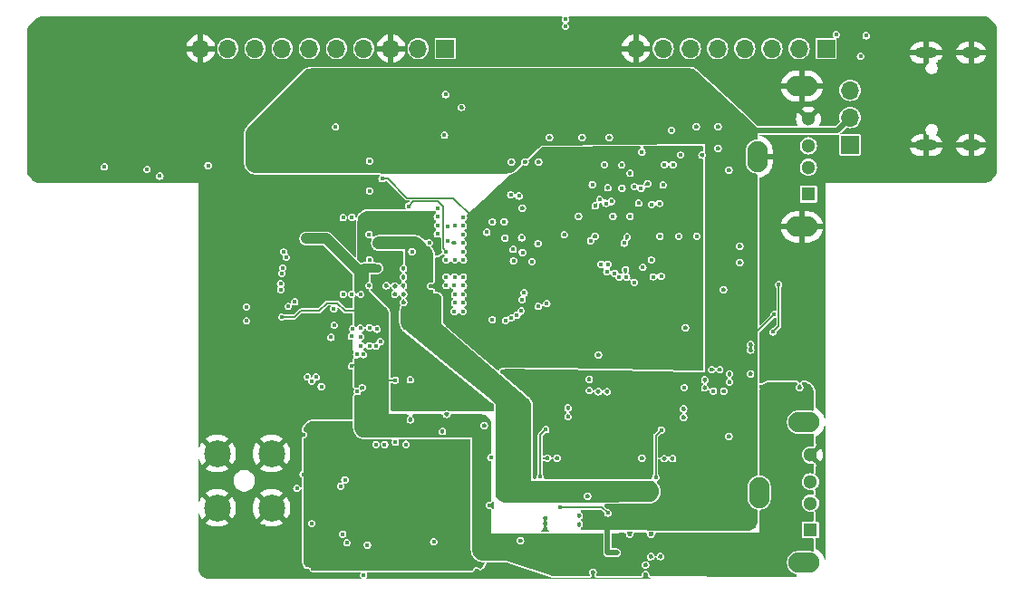
<source format=gbr>
%TF.GenerationSoftware,KiCad,Pcbnew,8.0.6*%
%TF.CreationDate,2025-04-20T13:18:45+02:00*%
%TF.ProjectId,hardware,68617264-7761-4726-952e-6b696361645f,rev?*%
%TF.SameCoordinates,Original*%
%TF.FileFunction,Copper,L2,Inr*%
%TF.FilePolarity,Positive*%
%FSLAX46Y46*%
G04 Gerber Fmt 4.6, Leading zero omitted, Abs format (unit mm)*
G04 Created by KiCad (PCBNEW 8.0.6) date 2025-04-20 13:18:45*
%MOMM*%
%LPD*%
G01*
G04 APERTURE LIST*
%TA.AperFunction,ComponentPad*%
%ADD10R,1.300000X1.300000*%
%TD*%
%TA.AperFunction,ComponentPad*%
%ADD11C,1.300000*%
%TD*%
%TA.AperFunction,ComponentPad*%
%ADD12O,2.900000X1.900000*%
%TD*%
%TA.AperFunction,ComponentPad*%
%ADD13O,1.900000X2.900000*%
%TD*%
%TA.AperFunction,ComponentPad*%
%ADD14O,2.100000X1.000000*%
%TD*%
%TA.AperFunction,ComponentPad*%
%ADD15O,1.800000X1.000000*%
%TD*%
%TA.AperFunction,ComponentPad*%
%ADD16R,1.700000X1.700000*%
%TD*%
%TA.AperFunction,ComponentPad*%
%ADD17O,1.700000X1.700000*%
%TD*%
%TA.AperFunction,ComponentPad*%
%ADD18C,2.500000*%
%TD*%
%TA.AperFunction,ViaPad*%
%ADD19C,0.400000*%
%TD*%
%TA.AperFunction,Conductor*%
%ADD20C,0.150000*%
%TD*%
%TA.AperFunction,Conductor*%
%ADD21C,1.000000*%
%TD*%
%TA.AperFunction,Conductor*%
%ADD22C,0.500000*%
%TD*%
G04 APERTURE END LIST*
D10*
%TO.N,+5V*%
%TO.C,J2*%
X152385000Y-132200000D03*
D11*
%TO.N,/A33_GPIO/USB-DM0*%
X152385000Y-129700000D03*
%TO.N,/A33_GPIO/USB-DP0*%
X152385000Y-127700000D03*
%TO.N,GND*%
X152385000Y-125200000D03*
D12*
X151785000Y-135270000D03*
D13*
X147605000Y-128700000D03*
D12*
X151785000Y-122130000D03*
%TD*%
D10*
%TO.N,+5V*%
%TO.C,J3*%
X152200000Y-100800000D03*
D11*
%TO.N,/A33_GPIO/USB-DM1*%
X152200000Y-98300000D03*
%TO.N,/A33_GPIO/USB-DP1*%
X152200000Y-96300000D03*
%TO.N,GND*%
X152200000Y-93800000D03*
D12*
X151600000Y-103870000D03*
D13*
X147420000Y-97300000D03*
D12*
X151600000Y-90730000D03*
%TD*%
D14*
%TO.N,GND*%
%TO.C,J5*%
X163220000Y-96240000D03*
D15*
X167400000Y-96240000D03*
D14*
X163220000Y-87600000D03*
D15*
X167400000Y-87600000D03*
%TD*%
D16*
%TO.N,V_USB*%
%TO.C,J10*%
X156100000Y-96200000D03*
D17*
%TO.N,+5V*%
X156100000Y-93660000D03*
%TO.N,+5V_Flipper*%
X156100000Y-91120000D03*
%TD*%
D16*
%TO.N,Net-(J6-Pin_1)*%
%TO.C,J6*%
X118280000Y-87200000D03*
D17*
%TO.N,/Flipper_SWC*%
X115740000Y-87200000D03*
%TO.N,GND*%
X113200000Y-87200000D03*
%TO.N,/Flipper_SIO*%
X110660000Y-87200000D03*
%TO.N,/UART_TXD*%
X108120000Y-87200000D03*
%TO.N,/UART_RXD*%
X105580000Y-87200000D03*
%TO.N,/Flipper_C1*%
X103040000Y-87200000D03*
%TO.N,/Flipper_C0*%
X100500000Y-87200000D03*
%TO.N,/Flipper_1W*%
X97960000Y-87200000D03*
%TO.N,GND*%
X95420000Y-87200000D03*
%TD*%
D16*
%TO.N,+5V_Flipper*%
%TO.C,J4*%
X153860000Y-87200000D03*
D17*
%TO.N,/Flipper_A7*%
X151320000Y-87200000D03*
%TO.N,/Flipper_A6*%
X148780000Y-87200000D03*
%TO.N,/Flipper_A4*%
X146240000Y-87200000D03*
%TO.N,/Flipper_B3*%
X143700000Y-87200000D03*
%TO.N,/Flipper_B2*%
X141160000Y-87200000D03*
%TO.N,/Flipper_C3*%
X138620000Y-87200000D03*
%TO.N,GND*%
X136080000Y-87200000D03*
%TD*%
D18*
%TO.N,GND*%
%TO.C,J7*%
X102040000Y-125060000D03*
X96960000Y-125060000D03*
X102040000Y-130140000D03*
X96960000Y-130140000D03*
%TD*%
D19*
%TO.N,/DDR3/VREF*%
X138742341Y-98051525D03*
X134990610Y-105386569D03*
%TO.N,/A33_RAM/DVREF*%
X118363999Y-106170999D03*
X114833400Y-101930200D03*
%TO.N,Net-(U2D-RTCVIO)*%
X111201200Y-106934000D03*
%TO.N,/A33_GPIO/RESET*%
X86430000Y-98270000D03*
X96116979Y-98134561D03*
%TO.N,/A33_GPIO/USB-DP0*%
X108737400Y-102997000D03*
%TO.N,/A33_GPIO/USB-DM0*%
X109550200Y-102971600D03*
%TO.N,+3.3VA*%
X111400000Y-124800000D03*
X120000000Y-132000000D03*
X105000000Y-127000000D03*
X118500000Y-134600000D03*
X118000000Y-123000000D03*
X120000000Y-128000000D03*
X110053325Y-119264479D03*
%TO.N,Net-(U2A-DZQ)*%
X119151400Y-103764080D03*
%TO.N,/A33_Power/VCC-EFUSE*%
X115163600Y-106172000D03*
%TO.N,/A33_RAM/CK*%
X135940800Y-109067600D03*
X135940800Y-100101400D03*
%TO.N,/A33_RAM/!CK*%
X136728200Y-107645200D03*
X136570720Y-100243640D03*
%TO.N,Net-(U2D-NMI)*%
X111150400Y-104571800D03*
%TO.N,/A33_RAM/LDM*%
X131851400Y-105168799D03*
X132003800Y-99923600D03*
%TO.N,/A33_RAM/adr13*%
X124433024Y-112392546D03*
X119913400Y-110972600D03*
%TO.N,/A33_RAM/!WE*%
X126371400Y-107118200D03*
X119151400Y-108559600D03*
X137552951Y-101764351D03*
X137530840Y-106963474D03*
%TO.N,/A33_RAM/adr7*%
X125361700Y-111721900D03*
X119151400Y-110210600D03*
%TO.N,/A33_RAM/!CKE*%
X136652000Y-96875600D03*
X118364000Y-109347000D03*
%TO.N,/A33_RAM/d1*%
X125145800Y-100990400D03*
X124612400Y-105968799D03*
%TO.N,/A33_RAM/UDM*%
X122682000Y-103403400D03*
X119948960Y-103759000D03*
%TO.N,/A33_RAM/!CS*%
X125399800Y-104876600D03*
X119938800Y-105384600D03*
X125488700Y-106273600D03*
X123850400Y-104918789D03*
%TO.N,/A33_RAM/!RST*%
X119913400Y-110210600D03*
X124967299Y-112122000D03*
%TO.N,/A33_RAM/d3*%
X119964200Y-106959400D03*
X124387243Y-100866843D03*
%TO.N,/A33_RAM/!CAS*%
X136342123Y-101645915D03*
X119926100Y-106184700D03*
%TO.N,/A33_RAM/d4*%
X135204200Y-108559600D03*
X135535863Y-102868491D03*
%TO.N,/A33_RAM/d0*%
X132715000Y-101320600D03*
X126935280Y-105434214D03*
%TO.N,/A33_RAM/d5*%
X134756582Y-98089689D03*
X134086600Y-108204000D03*
%TO.N,/A33_RAM/d6*%
X133363430Y-108065980D03*
X133940600Y-102870000D03*
%TO.N,/A33_RAM/LDQS*%
X132829914Y-107363475D03*
X133273800Y-101676200D03*
%TO.N,/A33_RAM/adr15*%
X138633200Y-99949000D03*
X119938800Y-111785400D03*
X138455400Y-108483400D03*
X127762000Y-111029800D03*
%TO.N,/A33_RAM/!LDQS*%
X133479647Y-107366090D03*
X133793904Y-101497335D03*
%TO.N,/A33_RAM/!RAS*%
X122148600Y-104368600D03*
X118363999Y-106959400D03*
%TO.N,/A33_RAM/adr9*%
X123901200Y-112642556D03*
X119151400Y-110972600D03*
%TO.N,/A33_RAM/adr3*%
X126960754Y-111309200D03*
X119964200Y-109347000D03*
%TO.N,/A33_RAM/dba2*%
X138303000Y-101676200D03*
X119126000Y-109372400D03*
X137693400Y-108534200D03*
X125450600Y-110667800D03*
%TO.N,/A33_RAM/d7*%
X134785100Y-100266500D03*
X134518400Y-108566000D03*
%TO.N,/A33_RAM/ODT*%
X124643857Y-107048057D03*
X119176800Y-106959400D03*
%TO.N,/A33_RAM/dba1*%
X139549162Y-98044568D03*
X118364000Y-108559600D03*
%TO.N,/A33_RAM/d11*%
X119964200Y-102997000D03*
X123774200Y-103378000D03*
%TO.N,/A33_RAM/dba0*%
X125636202Y-110024998D03*
X119954406Y-108546999D03*
%TO.N,/A33_RAM/adr0*%
X119126000Y-111785400D03*
X122669300Y-112547400D03*
%TO.N,+1V35*%
X138463020Y-122861260D03*
X137936419Y-127287659D03*
X140716000Y-115519200D03*
X140017500Y-115519200D03*
X140017500Y-116255800D03*
X140716000Y-116255800D03*
X135354190Y-101752400D03*
X140924280Y-104825800D03*
X139547600Y-97231200D03*
X135548514Y-98081160D03*
X134740600Y-98864570D03*
X128828800Y-98463449D03*
X129921000Y-103682800D03*
X112369600Y-99364800D03*
X141071600Y-97129600D03*
X139407900Y-94822000D03*
X137655300Y-100939600D03*
X116900000Y-109400000D03*
X136348499Y-98045255D03*
X130755218Y-103688222D03*
X132313448Y-103647932D03*
X139186920Y-104851200D03*
X129941933Y-102874467D03*
X131572000Y-97282000D03*
%TO.N,GND*%
X132562600Y-119278400D03*
X133400800Y-119278400D03*
X129743200Y-120789700D03*
X129743200Y-121615200D03*
X128701800Y-125476000D03*
X127812800Y-125476000D03*
X138734800Y-125526800D03*
X142519400Y-118162260D03*
X140545820Y-120878600D03*
X139504420Y-125528260D03*
X144297400Y-119227600D03*
X143314420Y-119229060D03*
X140545820Y-121667460D03*
X142519400Y-118922800D03*
X130792220Y-131663440D03*
X130797300Y-130860800D03*
X135500000Y-132600000D03*
X137500000Y-132600000D03*
X136989820Y-135458200D03*
X136989820Y-136362440D03*
X138379200Y-134683500D03*
X137477500Y-134683500D03*
X144830800Y-117602000D03*
X144830800Y-118386860D03*
X143154400Y-117218460D03*
X143916400Y-117218460D03*
X146812000Y-114881660D03*
X146812000Y-115389660D03*
X148640800Y-111020860D03*
X147853400Y-111020860D03*
X122400000Y-129900000D03*
X130728804Y-102861767D03*
X146800000Y-117600000D03*
X101300000Y-131900000D03*
X138328400Y-104749600D03*
X127600000Y-131100000D03*
X121920000Y-122428000D03*
X135260080Y-104805480D03*
X124460000Y-135636000D03*
X118400000Y-121400000D03*
X99200000Y-131100000D03*
X131572000Y-129032000D03*
X124460000Y-97790000D03*
X111200000Y-101800000D03*
X100900000Y-132800000D03*
X150876000Y-111760000D03*
X110500000Y-118900000D03*
X114363500Y-107759500D03*
X99000000Y-130500000D03*
X111150400Y-109347000D03*
X150100000Y-92500000D03*
X114363500Y-108559600D03*
X99100000Y-99900000D03*
X141732000Y-94488000D03*
X114376200Y-110921800D03*
X144780000Y-123444000D03*
X95800000Y-102800000D03*
X101750000Y-89200000D03*
X135107680Y-107878880D03*
X128016000Y-95504000D03*
X105000000Y-123300000D03*
X135530329Y-98863201D03*
X127000000Y-97790000D03*
X145796000Y-107188000D03*
X105400000Y-110000000D03*
X105000000Y-107000000D03*
X104100000Y-131600000D03*
X113563400Y-109385100D03*
X101650000Y-84750000D03*
X129400000Y-104600000D03*
X103900000Y-109700000D03*
X140258800Y-97142300D03*
X143764000Y-94488000D03*
X100000000Y-129300000D03*
X161200000Y-87900000D03*
X140096240Y-104759760D03*
X112750600Y-109372400D03*
X104100000Y-105500000D03*
X144272000Y-109728000D03*
X133900000Y-87300000D03*
X100100000Y-130500000D03*
X114363500Y-109372400D03*
X142252700Y-97155000D03*
X127600000Y-131600000D03*
X131724400Y-119164100D03*
X105800000Y-131600000D03*
X95600000Y-93600000D03*
X141772640Y-104744520D03*
X128400000Y-84600000D03*
X125730000Y-97790000D03*
X145796000Y-105664000D03*
X106900000Y-102200000D03*
X99900000Y-132200000D03*
X115000000Y-121900000D03*
X158800000Y-97200000D03*
X144780000Y-98552000D03*
X119092337Y-105363599D03*
X104400000Y-133300000D03*
X153900000Y-97700000D03*
X127600000Y-132100000D03*
X121200000Y-136000000D03*
X136652000Y-125476000D03*
X100000000Y-129900000D03*
X103800000Y-133300000D03*
X131064000Y-95504000D03*
X106250000Y-88500000D03*
X143764000Y-96520000D03*
X105000000Y-113100000D03*
X101500000Y-132900000D03*
X104700000Y-131600000D03*
X105400000Y-136000000D03*
X133464300Y-100215700D03*
X132283200Y-101904800D03*
X99500000Y-131700000D03*
X100400000Y-132600000D03*
X103200000Y-133300000D03*
X113563400Y-110172500D03*
X154200000Y-89300000D03*
X119800000Y-92700000D03*
X158400000Y-92300000D03*
X91200000Y-95000000D03*
X99000000Y-129300000D03*
X131724400Y-118110000D03*
X132257800Y-104736900D03*
X164500000Y-88400000D03*
X133146800Y-98056700D03*
X125300000Y-133200000D03*
X151384000Y-118872000D03*
X132080000Y-136144000D03*
X94500000Y-97900000D03*
X100700000Y-131500000D03*
X125476000Y-102108000D03*
X100300000Y-131100000D03*
X103124000Y-119380000D03*
X106900000Y-119400000D03*
X137172700Y-99834700D03*
X114376200Y-110159800D03*
X108600000Y-100700000D03*
X133604000Y-95504000D03*
X164700000Y-95600000D03*
X161700000Y-96000000D03*
X150876000Y-110744000D03*
X140600000Y-118900000D03*
X99000000Y-129900000D03*
X132588000Y-115824000D03*
X140716000Y-113284000D03*
%TO.N,+2V5*%
X122529600Y-125425200D03*
X119913400Y-104571800D03*
%TO.N,+1V1*%
X111798100Y-105625900D03*
X133459220Y-130622040D03*
X129032821Y-130095439D03*
X137600000Y-129300000D03*
X136799900Y-129300000D03*
X136799900Y-128233200D03*
X137600000Y-128233200D03*
X117558820Y-111747300D03*
X116776500Y-106959400D03*
X114335620Y-112575280D03*
X115938300Y-105371900D03*
%TO.N,+3V0*%
X121577100Y-119900700D03*
X119913400Y-120523000D03*
X127133799Y-127235399D03*
X111912400Y-107010200D03*
X127660400Y-122809000D03*
X121005600Y-120523000D03*
X117563999Y-106197400D03*
X111495840Y-108610400D03*
X120459500Y-119900700D03*
%TO.N,+3V3*%
X149421401Y-109261461D03*
X148894800Y-113687860D03*
X147800000Y-119300000D03*
X99700000Y-112650000D03*
X108010000Y-94520000D03*
X118300000Y-91500000D03*
X103000000Y-112300000D03*
X108757201Y-106233732D03*
X105180000Y-104990000D03*
X113600000Y-118200000D03*
X122575000Y-134400000D03*
X90400000Y-98500000D03*
X148300000Y-118800000D03*
X118200000Y-95300000D03*
X148300000Y-119300000D03*
X111937800Y-107746800D03*
X147800000Y-118800000D03*
X116763800Y-105359200D03*
X115011363Y-118165953D03*
X112750600Y-111760000D03*
X109517157Y-116882843D03*
%TO.N,+5V*%
X138361420Y-124486860D03*
X142171420Y-122886660D03*
X131833620Y-130520440D03*
X133433820Y-134330440D03*
X143162020Y-124055060D03*
X143974820Y-123343860D03*
X144195800Y-112494060D03*
X143383000Y-113205260D03*
X145186400Y-113652300D03*
X148996400Y-112052100D03*
X144500000Y-94600000D03*
X131368800Y-122834400D03*
X132359400Y-124002800D03*
X147200000Y-100800000D03*
X146000000Y-131800000D03*
X154800000Y-85900000D03*
X157600000Y-86000000D03*
X134289800Y-134327900D03*
X127558800Y-124434600D03*
X133172200Y-123291600D03*
%TO.N,/A33_GPIO/LCD_RST*%
X104200000Y-110875000D03*
X111200000Y-113300000D03*
%TO.N,/A33_GPIO/LCD_TE*%
X103600000Y-111300000D03*
X111900000Y-113430000D03*
%TO.N,/SD_DET*%
X110375700Y-110185200D03*
X104407790Y-128300000D03*
%TO.N,/A33_GPIO/RST_N*%
X117200000Y-133300000D03*
X107900000Y-113065305D03*
%TO.N,/A33_GPIO/TXD*%
X105800000Y-118300000D03*
X108692200Y-132600000D03*
%TO.N,/A33_GPIO/WAKE*%
X109500000Y-114100000D03*
X108500000Y-128100000D03*
%TO.N,/A33_GPIO/RXD*%
X105384400Y-117900000D03*
X110644955Y-136429444D03*
%TO.N,/WiFi/LPO*%
X110340000Y-113350000D03*
%TO.N,/WiFi/WL_HOST_WAKE*%
X107600000Y-114200000D03*
%TO.N,/WiFi/WL_REG_ON*%
X109600000Y-113400000D03*
%TO.N,/A33_GPIO/RTS_N*%
X106190918Y-117907461D03*
X109092200Y-133400000D03*
%TO.N,/A33_GPIO/CTS_N*%
X106700000Y-118800000D03*
X111000000Y-133600000D03*
%TO.N,/A33_GPIO/HOST_WAKE*%
X108900000Y-127500000D03*
X110329647Y-114128886D03*
%TO.N,/A33_GPIO/LCD_DIM*%
X107858189Y-111512254D03*
X91600000Y-99125000D03*
%TO.N,/A33_GPIO/D0N*%
X118525000Y-103831278D03*
X103175000Y-106200000D03*
%TO.N,/A33_GPIO/D0P*%
X118525000Y-105208959D03*
X103425081Y-106721257D03*
%TO.N,/A33_GPIO/D1N*%
X102890901Y-109190901D03*
X117563999Y-103721156D03*
%TO.N,/A33_GPIO/D1P*%
X117529647Y-104528886D03*
X102903131Y-109740767D03*
%TO.N,Net-(J8-Pin_14)*%
X99700000Y-111350000D03*
%TO.N,/A33_GPIO/CLKP*%
X102994226Y-108232341D03*
X117529647Y-102928886D03*
%TO.N,/A33_GPIO/CLKN*%
X117600000Y-102100000D03*
X103090901Y-107690901D03*
%TO.N,+5V_Flipper*%
X157075000Y-87925000D03*
%TO.N,/A33_GPIO/D-*%
X129497214Y-85125000D03*
%TO.N,/A33_GPIO/D+*%
X129497214Y-84475000D03*
%TO.N,/A33_GPIO/SDC1.D1*%
X111194004Y-114993856D03*
X114600000Y-124200000D03*
%TO.N,/A33_GPIO/SDC1.CMD*%
X111800000Y-124200000D03*
X110394004Y-114993856D03*
%TO.N,/A33_GPIO/SDC1.CLK*%
X112600000Y-124200000D03*
X110000000Y-115800000D03*
%TO.N,/A33_GPIO/SDC1.D0*%
X110600000Y-115800000D03*
X113600000Y-124000000D03*
%TO.N,/A33_GPIO/SDC1.D3*%
X112200000Y-114600000D03*
%TO.N,/A33_GPIO/SDC1.D2*%
X111811084Y-115019812D03*
%TO.N,/A33_GPIO/UART_RX*%
X108737400Y-110159800D03*
%TO.N,/A33_GPIO/UART_TX*%
X109550200Y-110173000D03*
%TO.N,Net-(U2C-PL2)*%
X111200000Y-97700000D03*
X111203220Y-100503220D03*
%TD*%
D20*
%TO.N,/A33_RAM/DVREF*%
X118100000Y-105907000D02*
X118100000Y-101998959D01*
X118100000Y-101998959D02*
X117584940Y-101483899D01*
X118363999Y-106170999D02*
X118100000Y-105907000D01*
X115279701Y-101483899D02*
X114833400Y-101930200D01*
X117584940Y-101483899D02*
X115279701Y-101483899D01*
%TO.N,+1V35*%
X138463020Y-122861260D02*
X137936419Y-123387861D01*
X137936419Y-123387861D02*
X137936419Y-127287659D01*
X112369600Y-99364800D02*
X112897002Y-99364800D01*
X112897002Y-99364800D02*
X114716101Y-101183899D01*
X119040099Y-101183899D02*
X114716101Y-101183899D01*
X120700800Y-102844600D02*
X119040099Y-101183899D01*
%TO.N,+1V1*%
X132932619Y-130095439D02*
X129032821Y-130095439D01*
X133459220Y-130622040D02*
X132932619Y-130095439D01*
%TO.N,+3V0*%
X127133799Y-123335601D02*
X127133799Y-127235399D01*
X127660400Y-122809000D02*
X127133799Y-123335601D01*
%TO.N,+3V3*%
X148894800Y-113687860D02*
X149421401Y-113161259D01*
X149421401Y-113161259D02*
X149421401Y-109261461D01*
X106500000Y-111700000D02*
X104800000Y-111700000D01*
X107200000Y-111000000D02*
X106500000Y-111700000D01*
X109600000Y-116800000D02*
X110100000Y-116800000D01*
X108200000Y-111000000D02*
X107200000Y-111000000D01*
X104200000Y-112300000D02*
X103000000Y-112300000D01*
D21*
X108692950Y-106470450D02*
X110172500Y-107950000D01*
D20*
X104800000Y-111700000D02*
X104200000Y-112300000D01*
X109900000Y-111700000D02*
X108900000Y-111700000D01*
X108762800Y-106400600D02*
X108692950Y-106470450D01*
X113600000Y-118200000D02*
X112900000Y-118200000D01*
D21*
X107188000Y-104965500D02*
X108692950Y-106470450D01*
D20*
X112900000Y-118200000D02*
X112800000Y-118100000D01*
X108900000Y-111700000D02*
X108200000Y-111000000D01*
X109517157Y-116882843D02*
X109600000Y-116800000D01*
D21*
X105283000Y-104965500D02*
X107188000Y-104965500D01*
D20*
%TO.N,+5V*%
X138361420Y-124486860D02*
X139961620Y-122886660D01*
X139961620Y-122886660D02*
X142171420Y-122886660D01*
X131833620Y-130520440D02*
X133433820Y-132120640D01*
X147396200Y-113652300D02*
X145186400Y-113652300D01*
X148996400Y-112052100D02*
X147396200Y-113652300D01*
D22*
X133433820Y-132120640D02*
X133433820Y-134330440D01*
X144750529Y-94850000D02*
X154910000Y-94850000D01*
X144500529Y-94600000D02*
X144750529Y-94850000D01*
D20*
X129159000Y-122834400D02*
X131368800Y-122834400D01*
D22*
X154910000Y-94850000D02*
X156100000Y-93660000D01*
X144500000Y-94600000D02*
X144500000Y-94600529D01*
D20*
X127558800Y-124434600D02*
X129159000Y-122834400D01*
D22*
X144500529Y-94600000D02*
X144500000Y-94600000D01*
X134287260Y-134330440D02*
X134289800Y-134327900D01*
X133433820Y-134330440D02*
X134287260Y-134330440D01*
%TD*%
%TA.AperFunction,Conductor*%
%TO.N,GND*%
G36*
X129198645Y-84214352D02*
G01*
X129212997Y-84249000D01*
X129207657Y-84271245D01*
X129159714Y-84365338D01*
X129142345Y-84475000D01*
X129159714Y-84584661D01*
X129210117Y-84683584D01*
X129210119Y-84683587D01*
X129291354Y-84764822D01*
X129289879Y-84766296D01*
X129305834Y-84792350D01*
X129297068Y-84828814D01*
X129291029Y-84834853D01*
X129291354Y-84835178D01*
X129210119Y-84916412D01*
X129210117Y-84916415D01*
X129159714Y-85015338D01*
X129142345Y-85125000D01*
X129159714Y-85234661D01*
X129197926Y-85309658D01*
X129210119Y-85333587D01*
X129288627Y-85412095D01*
X129387553Y-85462500D01*
X129497214Y-85479869D01*
X129606875Y-85462500D01*
X129705801Y-85412095D01*
X129784309Y-85333587D01*
X129834714Y-85234661D01*
X129852083Y-85125000D01*
X129834714Y-85015339D01*
X129784309Y-84916413D01*
X129705801Y-84837905D01*
X129703074Y-84835178D01*
X129704553Y-84833698D01*
X129688598Y-84807682D01*
X129697340Y-84771212D01*
X129703402Y-84765150D01*
X129703074Y-84764822D01*
X129714345Y-84753551D01*
X129784309Y-84683587D01*
X129834714Y-84584661D01*
X129852083Y-84475000D01*
X129834714Y-84365339D01*
X129786770Y-84271244D01*
X129783829Y-84233858D01*
X129808186Y-84205340D01*
X129830431Y-84200000D01*
X168793255Y-84200000D01*
X168814927Y-84205053D01*
X168984378Y-84288617D01*
X168989913Y-84291812D01*
X169137048Y-84390125D01*
X169199329Y-84431740D01*
X169204414Y-84435642D01*
X169393767Y-84601700D01*
X169398299Y-84606232D01*
X169564357Y-84795585D01*
X169568259Y-84800670D01*
X169708182Y-85010078D01*
X169711385Y-85015626D01*
X169765322Y-85125000D01*
X169794947Y-85185072D01*
X169800000Y-85206744D01*
X169800000Y-98793254D01*
X169794947Y-98814926D01*
X169711387Y-98984370D01*
X169708182Y-98989921D01*
X169568259Y-99199329D01*
X169564357Y-99204414D01*
X169398299Y-99393767D01*
X169393767Y-99398299D01*
X169204414Y-99564357D01*
X169199329Y-99568259D01*
X168989921Y-99708182D01*
X168984370Y-99711387D01*
X168814927Y-99794947D01*
X168793255Y-99800000D01*
X153800000Y-99800000D01*
X153800000Y-100799998D01*
X153800000Y-121765129D01*
X153785648Y-121799777D01*
X153751000Y-121814129D01*
X153716352Y-121799777D01*
X153704398Y-121780271D01*
X153636181Y-121570323D01*
X153531992Y-121365842D01*
X153397098Y-121180175D01*
X153397095Y-121180171D01*
X153234829Y-121017905D01*
X153234824Y-121017901D01*
X153049157Y-120883006D01*
X152899754Y-120806881D01*
X152875398Y-120778364D01*
X152873000Y-120763222D01*
X152873000Y-119400670D01*
X152872814Y-119393077D01*
X152872603Y-119388783D01*
X152872206Y-119380703D01*
X152871644Y-119373094D01*
X152854252Y-119196519D01*
X152852014Y-119181427D01*
X152847196Y-119157203D01*
X152843487Y-119142398D01*
X152804048Y-119012383D01*
X152804048Y-119012382D01*
X152793785Y-118978550D01*
X152788645Y-118964185D01*
X152779193Y-118941365D01*
X152772666Y-118927564D01*
X152762399Y-118908357D01*
X152756007Y-118896399D01*
X152756007Y-118896398D01*
X152756005Y-118896396D01*
X152729180Y-118846209D01*
X152729169Y-118846188D01*
X152691967Y-118776589D01*
X152691963Y-118776582D01*
X152691956Y-118776569D01*
X152684112Y-118763481D01*
X152670389Y-118742943D01*
X152661298Y-118730686D01*
X152661290Y-118730677D01*
X152661281Y-118730664D01*
X152552688Y-118598344D01*
X152552673Y-118598326D01*
X152542437Y-118587033D01*
X152524965Y-118569561D01*
X152513672Y-118559325D01*
X152513654Y-118559310D01*
X152381331Y-118450715D01*
X152381315Y-118450703D01*
X152381310Y-118450699D01*
X152369053Y-118441608D01*
X152348518Y-118427887D01*
X152335429Y-118420042D01*
X152300352Y-118401293D01*
X152249876Y-118374313D01*
X152184422Y-118339326D01*
X152170652Y-118332815D01*
X152170629Y-118332804D01*
X152170611Y-118332796D01*
X152170601Y-118332792D01*
X152147833Y-118323361D01*
X152147819Y-118323356D01*
X152133454Y-118318216D01*
X152133445Y-118318213D01*
X152133436Y-118318210D01*
X151969610Y-118268514D01*
X151969596Y-118268510D01*
X151954804Y-118264804D01*
X151938930Y-118261647D01*
X151930574Y-118259985D01*
X151930570Y-118259984D01*
X151930553Y-118259981D01*
X151915505Y-118257750D01*
X151915487Y-118257747D01*
X151915482Y-118257747D01*
X151915477Y-118257746D01*
X151915465Y-118257745D01*
X151738898Y-118240354D01*
X151731284Y-118239792D01*
X151718926Y-118239186D01*
X151711328Y-118239000D01*
X151711313Y-118239000D01*
X151706372Y-118239000D01*
X151706365Y-118239000D01*
X151700836Y-118239098D01*
X151691831Y-118239419D01*
X151643043Y-118249125D01*
X151643029Y-118249129D01*
X151576536Y-118273930D01*
X151569655Y-118276685D01*
X151569649Y-118276688D01*
X151506379Y-118326444D01*
X151506376Y-118326447D01*
X151463821Y-118383294D01*
X151459539Y-118389308D01*
X151459537Y-118389312D01*
X151433211Y-118465374D01*
X151432416Y-118476499D01*
X151415629Y-118510035D01*
X151380045Y-118521878D01*
X151346509Y-118505091D01*
X151335040Y-118479977D01*
X151333927Y-118472236D01*
X151330159Y-118446028D01*
X151328932Y-118438730D01*
X151293761Y-118366327D01*
X151247268Y-118312671D01*
X151242290Y-118307196D01*
X151242289Y-118307194D01*
X151173562Y-118265303D01*
X151173559Y-118265301D01*
X151105435Y-118245298D01*
X151061632Y-118239000D01*
X151061628Y-118239000D01*
X148622015Y-118239000D01*
X148622010Y-118239000D01*
X148614384Y-118239187D01*
X148602008Y-118239796D01*
X148600722Y-118239891D01*
X148594369Y-118240361D01*
X148594346Y-118240363D01*
X148594336Y-118240364D01*
X148564953Y-118243262D01*
X148564950Y-118243264D01*
X148563754Y-118243382D01*
X148563750Y-118243382D01*
X148507839Y-118248900D01*
X148417406Y-118257826D01*
X148417392Y-118257828D01*
X148402309Y-118260070D01*
X148402287Y-118260074D01*
X148402282Y-118260074D01*
X148402275Y-118260076D01*
X148394395Y-118261647D01*
X148377999Y-118264915D01*
X148363213Y-118268627D01*
X148363186Y-118268634D01*
X148199029Y-118318542D01*
X148198993Y-118318554D01*
X148184615Y-118323712D01*
X148184596Y-118323719D01*
X148161745Y-118333208D01*
X148161742Y-118333210D01*
X148147955Y-118339747D01*
X148147917Y-118339766D01*
X148083452Y-118374311D01*
X148083446Y-118374313D01*
X147996690Y-118420802D01*
X147983613Y-118428661D01*
X147983572Y-118428687D01*
X147963054Y-118442434D01*
X147963037Y-118442446D01*
X147950766Y-118451572D01*
X147950011Y-118452194D01*
X147914134Y-118463119D01*
X147911220Y-118462747D01*
X147860932Y-118454782D01*
X147800000Y-118445131D01*
X147690339Y-118462500D01*
X147690337Y-118462500D01*
X147690337Y-118462501D01*
X147677000Y-118469296D01*
X147639612Y-118472236D01*
X147611096Y-118447878D01*
X147605757Y-118425669D01*
X147602710Y-113785020D01*
X147617038Y-113750365D01*
X148947699Y-112419704D01*
X148982346Y-112405353D01*
X148990006Y-112405956D01*
X148996400Y-112406969D01*
X149106061Y-112389600D01*
X149124655Y-112380126D01*
X149162043Y-112377183D01*
X149190560Y-112401539D01*
X149195901Y-112423785D01*
X149195901Y-113047557D01*
X149181549Y-113082205D01*
X148943500Y-113320253D01*
X148908852Y-113334605D01*
X148901191Y-113334002D01*
X148894804Y-113332991D01*
X148894802Y-113332991D01*
X148894801Y-113332991D01*
X148894800Y-113332991D01*
X148821692Y-113344570D01*
X148785138Y-113350360D01*
X148686215Y-113400763D01*
X148686212Y-113400765D01*
X148607705Y-113479272D01*
X148607703Y-113479275D01*
X148557300Y-113578198D01*
X148539931Y-113687860D01*
X148557300Y-113797521D01*
X148605139Y-113891412D01*
X148607705Y-113896447D01*
X148686213Y-113974955D01*
X148785139Y-114025360D01*
X148894800Y-114042729D01*
X149004461Y-114025360D01*
X149103387Y-113974955D01*
X149181895Y-113896447D01*
X149232300Y-113797521D01*
X149249669Y-113687860D01*
X149248657Y-113681474D01*
X149257409Y-113645008D01*
X149262399Y-113639164D01*
X149542244Y-113359320D01*
X149542247Y-113359318D01*
X149549136Y-113352429D01*
X149549137Y-113352429D01*
X149612571Y-113288995D01*
X149646901Y-113206114D01*
X149646901Y-109551939D01*
X149661253Y-109517291D01*
X149684610Y-109493934D01*
X149708496Y-109470048D01*
X149758901Y-109371122D01*
X149776270Y-109261461D01*
X149758901Y-109151800D01*
X149708496Y-109052874D01*
X149629988Y-108974366D01*
X149629985Y-108974364D01*
X149531062Y-108923961D01*
X149421401Y-108906592D01*
X149311739Y-108923961D01*
X149212816Y-108974364D01*
X149212813Y-108974366D01*
X149134306Y-109052873D01*
X149134304Y-109052876D01*
X149083901Y-109151799D01*
X149066532Y-109261461D01*
X149083901Y-109371122D01*
X149134304Y-109470045D01*
X149134306Y-109470048D01*
X149181549Y-109517291D01*
X149195901Y-109551939D01*
X149195901Y-111680415D01*
X149181549Y-111715063D01*
X149146901Y-111729415D01*
X149124657Y-111724075D01*
X149106061Y-111714600D01*
X148996400Y-111697231D01*
X148886738Y-111714600D01*
X148787815Y-111765003D01*
X148787812Y-111765005D01*
X148709305Y-111843512D01*
X148709303Y-111843515D01*
X148658900Y-111942438D01*
X148641531Y-112052102D01*
X148641531Y-112052104D01*
X148642542Y-112058491D01*
X148633784Y-112094957D01*
X148628793Y-112100800D01*
X147685849Y-113043744D01*
X147651201Y-113058096D01*
X147616553Y-113043744D01*
X147602201Y-113009128D01*
X147596034Y-103615999D01*
X149664056Y-103615999D01*
X149664057Y-103616000D01*
X150501656Y-103616000D01*
X150474979Y-103680402D01*
X150450000Y-103805981D01*
X150450000Y-103934019D01*
X150474979Y-104059598D01*
X150501656Y-104124000D01*
X149664056Y-104124000D01*
X149677900Y-104211413D01*
X149677901Y-104211416D01*
X149748818Y-104429676D01*
X149853007Y-104634157D01*
X149987901Y-104819824D01*
X149987905Y-104819829D01*
X150150171Y-104982095D01*
X150150175Y-104982098D01*
X150335842Y-105116992D01*
X150540323Y-105221181D01*
X150758583Y-105292098D01*
X150758586Y-105292099D01*
X150985254Y-105328000D01*
X151346000Y-105328000D01*
X151346000Y-104520000D01*
X151854000Y-104520000D01*
X151854000Y-105328000D01*
X152214746Y-105328000D01*
X152441413Y-105292099D01*
X152441416Y-105292098D01*
X152659676Y-105221181D01*
X152864157Y-105116992D01*
X153049824Y-104982098D01*
X153049829Y-104982095D01*
X153212095Y-104819829D01*
X153212098Y-104819824D01*
X153346992Y-104634157D01*
X153451181Y-104429676D01*
X153522098Y-104211416D01*
X153522099Y-104211413D01*
X153535944Y-104124000D01*
X152698344Y-104124000D01*
X152725021Y-104059598D01*
X152750000Y-103934019D01*
X152750000Y-103805981D01*
X152725021Y-103680402D01*
X152698344Y-103616000D01*
X153535943Y-103616000D01*
X153535943Y-103615999D01*
X153522099Y-103528586D01*
X153522098Y-103528583D01*
X153451181Y-103310323D01*
X153346992Y-103105842D01*
X153212098Y-102920175D01*
X153212095Y-102920171D01*
X153049829Y-102757905D01*
X153049824Y-102757901D01*
X152864157Y-102623007D01*
X152659676Y-102518818D01*
X152441416Y-102447901D01*
X152441413Y-102447900D01*
X152214746Y-102412000D01*
X151854000Y-102412000D01*
X151854000Y-103220000D01*
X151346000Y-103220000D01*
X151346000Y-102412000D01*
X150985254Y-102412000D01*
X150758586Y-102447900D01*
X150758583Y-102447901D01*
X150540323Y-102518818D01*
X150335842Y-102623007D01*
X150150175Y-102757901D01*
X149987901Y-102920175D01*
X149853007Y-103105842D01*
X149748818Y-103310323D01*
X149677901Y-103528583D01*
X149677900Y-103528586D01*
X149664056Y-103615999D01*
X147596034Y-103615999D01*
X147593749Y-100135176D01*
X151399500Y-100135176D01*
X151399500Y-101464823D01*
X151408232Y-101508721D01*
X151441495Y-101558504D01*
X151469095Y-101576945D01*
X151491278Y-101591767D01*
X151535180Y-101600500D01*
X152864820Y-101600500D01*
X152908722Y-101591767D01*
X152958504Y-101558504D01*
X152991767Y-101508722D01*
X153000500Y-101464820D01*
X153000500Y-100135180D01*
X152991767Y-100091278D01*
X152958504Y-100041495D01*
X152908721Y-100008232D01*
X152864823Y-99999500D01*
X152864820Y-99999500D01*
X151535180Y-99999500D01*
X151535176Y-99999500D01*
X151491278Y-100008232D01*
X151441495Y-100041495D01*
X151408232Y-100091278D01*
X151399500Y-100135176D01*
X147593749Y-100135176D01*
X147593194Y-99290622D01*
X147607523Y-99255967D01*
X147634529Y-99242195D01*
X147761413Y-99222099D01*
X147761416Y-99222098D01*
X147979676Y-99151181D01*
X148184157Y-99046992D01*
X148369824Y-98912098D01*
X148369829Y-98912095D01*
X148532095Y-98749829D01*
X148532098Y-98749824D01*
X148666992Y-98564157D01*
X148771181Y-98359676D01*
X148790571Y-98300000D01*
X151394435Y-98300000D01*
X151414631Y-98479249D01*
X151414633Y-98479258D01*
X151474212Y-98649526D01*
X151568290Y-98799248D01*
X151570184Y-98802262D01*
X151697738Y-98929816D01*
X151697740Y-98929817D01*
X151850473Y-99025787D01*
X151850477Y-99025788D01*
X151850478Y-99025789D01*
X152020745Y-99085368D01*
X152200000Y-99105565D01*
X152379255Y-99085368D01*
X152549522Y-99025789D01*
X152549524Y-99025787D01*
X152549526Y-99025787D01*
X152610385Y-98987546D01*
X152702262Y-98929816D01*
X152829816Y-98802262D01*
X152894101Y-98699953D01*
X152925787Y-98649526D01*
X152925787Y-98649524D01*
X152925789Y-98649522D01*
X152985368Y-98479255D01*
X153005565Y-98300000D01*
X152985368Y-98120745D01*
X152925789Y-97950478D01*
X152925788Y-97950477D01*
X152925787Y-97950473D01*
X152829817Y-97797740D01*
X152829816Y-97797738D01*
X152702262Y-97670184D01*
X152700911Y-97669335D01*
X152549526Y-97574212D01*
X152379258Y-97514633D01*
X152379257Y-97514632D01*
X152379255Y-97514632D01*
X152379251Y-97514631D01*
X152379249Y-97514631D01*
X152200000Y-97494435D01*
X152020750Y-97514631D01*
X152020741Y-97514633D01*
X151850473Y-97574212D01*
X151697740Y-97670182D01*
X151697736Y-97670185D01*
X151570185Y-97797736D01*
X151570182Y-97797740D01*
X151474212Y-97950473D01*
X151414633Y-98120741D01*
X151414631Y-98120750D01*
X151394435Y-98300000D01*
X148790571Y-98300000D01*
X148842098Y-98141416D01*
X148842099Y-98141413D01*
X148878000Y-97914746D01*
X148878000Y-97554000D01*
X148070000Y-97554000D01*
X148070000Y-97046000D01*
X148878000Y-97046000D01*
X148878000Y-96685253D01*
X148842099Y-96458586D01*
X148842098Y-96458583D01*
X148790571Y-96300000D01*
X151394435Y-96300000D01*
X151414631Y-96479249D01*
X151414633Y-96479258D01*
X151474212Y-96649526D01*
X151570182Y-96802259D01*
X151570184Y-96802262D01*
X151697738Y-96929816D01*
X151697740Y-96929817D01*
X151850473Y-97025787D01*
X151850477Y-97025788D01*
X151850478Y-97025789D01*
X152020745Y-97085368D01*
X152200000Y-97105565D01*
X152379255Y-97085368D01*
X152549522Y-97025789D01*
X152549524Y-97025787D01*
X152549526Y-97025787D01*
X152609561Y-96988064D01*
X152702262Y-96929816D01*
X152829816Y-96802262D01*
X152903338Y-96685253D01*
X152925787Y-96649526D01*
X152925787Y-96649524D01*
X152925789Y-96649522D01*
X152985368Y-96479255D01*
X153005565Y-96300000D01*
X152985368Y-96120745D01*
X152925789Y-95950478D01*
X152925788Y-95950477D01*
X152925787Y-95950473D01*
X152829817Y-95797740D01*
X152829816Y-95797738D01*
X152702262Y-95670184D01*
X152697585Y-95667245D01*
X152549526Y-95574212D01*
X152379258Y-95514633D01*
X152379257Y-95514632D01*
X152379255Y-95514632D01*
X152379251Y-95514631D01*
X152379249Y-95514631D01*
X152200000Y-95494435D01*
X152020750Y-95514631D01*
X152020741Y-95514633D01*
X151850473Y-95574212D01*
X151697740Y-95670182D01*
X151697736Y-95670185D01*
X151570185Y-95797736D01*
X151570182Y-95797740D01*
X151474212Y-95950473D01*
X151414633Y-96120741D01*
X151414631Y-96120750D01*
X151394435Y-96300000D01*
X148790571Y-96300000D01*
X148771181Y-96240323D01*
X148666992Y-96035842D01*
X148532098Y-95850175D01*
X148532095Y-95850171D01*
X148369829Y-95687905D01*
X148369824Y-95687901D01*
X148184157Y-95553007D01*
X147979676Y-95448818D01*
X147761416Y-95377901D01*
X147761415Y-95377900D01*
X147631913Y-95357389D01*
X147599937Y-95337793D01*
X147590580Y-95309022D01*
X147590574Y-95299525D01*
X147604908Y-95264870D01*
X147639548Y-95250500D01*
X154962730Y-95250500D01*
X154962730Y-95250499D01*
X155031152Y-95232166D01*
X155049421Y-95227271D01*
X155086603Y-95232166D01*
X155109433Y-95261919D01*
X155107838Y-95286279D01*
X155109174Y-95286545D01*
X155099500Y-95335176D01*
X155099500Y-97064823D01*
X155108232Y-97108721D01*
X155141495Y-97158504D01*
X155191278Y-97191767D01*
X155235180Y-97200500D01*
X156964820Y-97200500D01*
X157008722Y-97191767D01*
X157058504Y-97158504D01*
X157091767Y-97108722D01*
X157100500Y-97064820D01*
X157100500Y-95985999D01*
X161692775Y-95985999D01*
X161692776Y-95986000D01*
X162509940Y-95986000D01*
X162485795Y-95999940D01*
X162429940Y-96055795D01*
X162390444Y-96124204D01*
X162370000Y-96200504D01*
X162370000Y-96279496D01*
X162390444Y-96355796D01*
X162429940Y-96424205D01*
X162485795Y-96480060D01*
X162509940Y-96494000D01*
X161692775Y-96494000D01*
X161700734Y-96534013D01*
X161700737Y-96534024D01*
X161776720Y-96717463D01*
X161887034Y-96882561D01*
X162027438Y-97022965D01*
X162192536Y-97133279D01*
X162375969Y-97209260D01*
X162375988Y-97209265D01*
X162570715Y-97247999D01*
X162570722Y-97248000D01*
X162966000Y-97248000D01*
X162966000Y-96540000D01*
X163474000Y-96540000D01*
X163474000Y-97248000D01*
X163869278Y-97248000D01*
X163869284Y-97247999D01*
X164064011Y-97209265D01*
X164064030Y-97209260D01*
X164247463Y-97133279D01*
X164412561Y-97022965D01*
X164552965Y-96882561D01*
X164663279Y-96717463D01*
X164739262Y-96534024D01*
X164739265Y-96534013D01*
X164747224Y-96494000D01*
X163930060Y-96494000D01*
X163954205Y-96480060D01*
X164010060Y-96424205D01*
X164049556Y-96355796D01*
X164070000Y-96279496D01*
X164070000Y-96200504D01*
X164049556Y-96124204D01*
X164010060Y-96055795D01*
X163954205Y-95999940D01*
X163930060Y-95986000D01*
X164747224Y-95986000D01*
X164747224Y-95985999D01*
X166022775Y-95985999D01*
X166022776Y-95986000D01*
X166839940Y-95986000D01*
X166815795Y-95999940D01*
X166759940Y-96055795D01*
X166720444Y-96124204D01*
X166700000Y-96200504D01*
X166700000Y-96279496D01*
X166720444Y-96355796D01*
X166759940Y-96424205D01*
X166815795Y-96480060D01*
X166839940Y-96494000D01*
X166022775Y-96494000D01*
X166030734Y-96534013D01*
X166030737Y-96534024D01*
X166106720Y-96717463D01*
X166217034Y-96882561D01*
X166357438Y-97022965D01*
X166522536Y-97133279D01*
X166705969Y-97209260D01*
X166705988Y-97209265D01*
X166900715Y-97247999D01*
X166900722Y-97248000D01*
X167146000Y-97248000D01*
X167146000Y-96540000D01*
X167654000Y-96540000D01*
X167654000Y-97248000D01*
X167899278Y-97248000D01*
X167899284Y-97247999D01*
X168094011Y-97209265D01*
X168094030Y-97209260D01*
X168277463Y-97133279D01*
X168442561Y-97022965D01*
X168582965Y-96882561D01*
X168693279Y-96717463D01*
X168769262Y-96534024D01*
X168769265Y-96534013D01*
X168777224Y-96494000D01*
X167960060Y-96494000D01*
X167984205Y-96480060D01*
X168040060Y-96424205D01*
X168079556Y-96355796D01*
X168100000Y-96279496D01*
X168100000Y-96200504D01*
X168079556Y-96124204D01*
X168040060Y-96055795D01*
X167984205Y-95999940D01*
X167960060Y-95986000D01*
X168777224Y-95986000D01*
X168777224Y-95985999D01*
X168769265Y-95945986D01*
X168769262Y-95945975D01*
X168693279Y-95762536D01*
X168582965Y-95597438D01*
X168442561Y-95457034D01*
X168277463Y-95346720D01*
X168094030Y-95270739D01*
X168094011Y-95270734D01*
X167899284Y-95232000D01*
X167654000Y-95232000D01*
X167654000Y-95940000D01*
X167146000Y-95940000D01*
X167146000Y-95232000D01*
X166900715Y-95232000D01*
X166705988Y-95270734D01*
X166705969Y-95270739D01*
X166522536Y-95346720D01*
X166357438Y-95457034D01*
X166217034Y-95597438D01*
X166106720Y-95762536D01*
X166030737Y-95945975D01*
X166030734Y-95945986D01*
X166022775Y-95985999D01*
X164747224Y-95985999D01*
X164739265Y-95945986D01*
X164739262Y-95945975D01*
X164663279Y-95762536D01*
X164552965Y-95597438D01*
X164412561Y-95457034D01*
X164247465Y-95346721D01*
X164138222Y-95301471D01*
X164111704Y-95274952D01*
X164111704Y-95237449D01*
X164122321Y-95221558D01*
X164180515Y-95163365D01*
X164256281Y-95032135D01*
X164295499Y-94885769D01*
X164295500Y-94885769D01*
X164295500Y-94734231D01*
X164295499Y-94734230D01*
X164270849Y-94642234D01*
X164256281Y-94587865D01*
X164256280Y-94587864D01*
X164256280Y-94587862D01*
X164208246Y-94504666D01*
X164180515Y-94456635D01*
X164073365Y-94349485D01*
X164046134Y-94333763D01*
X163942137Y-94273719D01*
X163942133Y-94273718D01*
X163795769Y-94234500D01*
X163795766Y-94234500D01*
X163644234Y-94234500D01*
X163644231Y-94234500D01*
X163497866Y-94273718D01*
X163497862Y-94273719D01*
X163366634Y-94349485D01*
X163366634Y-94349486D01*
X163259486Y-94456634D01*
X163259485Y-94456634D01*
X163183719Y-94587862D01*
X163183718Y-94587866D01*
X163144500Y-94734230D01*
X163144500Y-94885769D01*
X163183718Y-95032133D01*
X163183719Y-95032137D01*
X163209143Y-95076171D01*
X163259485Y-95163365D01*
X163366635Y-95270515D01*
X163449501Y-95318358D01*
X163472330Y-95348109D01*
X163474000Y-95360791D01*
X163474000Y-95940000D01*
X162966000Y-95940000D01*
X162966000Y-95232000D01*
X162570715Y-95232000D01*
X162375988Y-95270734D01*
X162375969Y-95270739D01*
X162192536Y-95346720D01*
X162027438Y-95457034D01*
X161887034Y-95597438D01*
X161776720Y-95762536D01*
X161700737Y-95945975D01*
X161700734Y-95945986D01*
X161692775Y-95985999D01*
X157100500Y-95985999D01*
X157100500Y-95335180D01*
X157091767Y-95291278D01*
X157088427Y-95286279D01*
X157058504Y-95241495D01*
X157008721Y-95208232D01*
X156964823Y-95199500D01*
X156964820Y-95199500D01*
X155245189Y-95199500D01*
X155210541Y-95185148D01*
X155196189Y-95150500D01*
X155210541Y-95115852D01*
X155332456Y-94993937D01*
X155711620Y-94614771D01*
X155746267Y-94600420D01*
X155760488Y-94602529D01*
X155903868Y-94646024D01*
X156100000Y-94665341D01*
X156296132Y-94646024D01*
X156484727Y-94588814D01*
X156658538Y-94495910D01*
X156810883Y-94370883D01*
X156935910Y-94218538D01*
X157028814Y-94044727D01*
X157086024Y-93856132D01*
X157105341Y-93660000D01*
X157086024Y-93463868D01*
X157028814Y-93275273D01*
X156935910Y-93101462D01*
X156935907Y-93101458D01*
X156935905Y-93101455D01*
X156882537Y-93036427D01*
X156810883Y-92949117D01*
X156731834Y-92884243D01*
X156658544Y-92824094D01*
X156658541Y-92824092D01*
X156658539Y-92824091D01*
X156658538Y-92824090D01*
X156526180Y-92753343D01*
X156484726Y-92731185D01*
X156296132Y-92673976D01*
X156100000Y-92654659D01*
X155903867Y-92673976D01*
X155903866Y-92673976D01*
X155715273Y-92731185D01*
X155541458Y-92824092D01*
X155541455Y-92824094D01*
X155389117Y-92949117D01*
X155264094Y-93101455D01*
X155264092Y-93101458D01*
X155171185Y-93275273D01*
X155113976Y-93463866D01*
X155113976Y-93463867D01*
X155094659Y-93659999D01*
X155094659Y-93660000D01*
X155113976Y-93856132D01*
X155113976Y-93856133D01*
X155157468Y-93999507D01*
X155153792Y-94036830D01*
X155145226Y-94048379D01*
X154758459Y-94435148D01*
X154723811Y-94449500D01*
X153249343Y-94449500D01*
X153214695Y-94435148D01*
X153200343Y-94400500D01*
X153205480Y-94378659D01*
X153284428Y-94220110D01*
X153343159Y-94013690D01*
X153362960Y-93800000D01*
X153343159Y-93586309D01*
X153284428Y-93379889D01*
X153188770Y-93187782D01*
X153188766Y-93187776D01*
X153181308Y-93177900D01*
X152643333Y-93715874D01*
X152619333Y-93626306D01*
X152560090Y-93523694D01*
X152476306Y-93439910D01*
X152373694Y-93380667D01*
X152284122Y-93356666D01*
X152819325Y-92821464D01*
X152718373Y-92758958D01*
X152518263Y-92681436D01*
X152518255Y-92681434D01*
X152307303Y-92642000D01*
X152092697Y-92642000D01*
X151881744Y-92681434D01*
X151881736Y-92681436D01*
X151681626Y-92758958D01*
X151580673Y-92821464D01*
X152115875Y-93356666D01*
X152026306Y-93380667D01*
X151923694Y-93439910D01*
X151839910Y-93523694D01*
X151780667Y-93626306D01*
X151756666Y-93715876D01*
X151218691Y-93177900D01*
X151211232Y-93187778D01*
X151211229Y-93187782D01*
X151115571Y-93379889D01*
X151056840Y-93586309D01*
X151037039Y-93800000D01*
X151056840Y-94013690D01*
X151115571Y-94220110D01*
X151194520Y-94378659D01*
X151197117Y-94416072D01*
X151172498Y-94444363D01*
X151150657Y-94449500D01*
X147450783Y-94449500D01*
X147416135Y-94435148D01*
X147408091Y-94424550D01*
X147394403Y-94400253D01*
X147393228Y-94398167D01*
X147384711Y-94384709D01*
X147369828Y-94363662D01*
X147359977Y-94351145D01*
X147359971Y-94351138D01*
X147359955Y-94351119D01*
X147292346Y-94273719D01*
X147238158Y-94211682D01*
X147232763Y-94205815D01*
X147223785Y-94196542D01*
X147218100Y-94190964D01*
X147190968Y-94165671D01*
X147012726Y-93999507D01*
X143324782Y-90561455D01*
X143233115Y-90475999D01*
X149664056Y-90475999D01*
X149664057Y-90476000D01*
X150501656Y-90476000D01*
X150474979Y-90540402D01*
X150450000Y-90665981D01*
X150450000Y-90794019D01*
X150474979Y-90919598D01*
X150501656Y-90984000D01*
X149664056Y-90984000D01*
X149677900Y-91071413D01*
X149677901Y-91071416D01*
X149748818Y-91289676D01*
X149853007Y-91494157D01*
X149987901Y-91679824D01*
X149987905Y-91679829D01*
X150150171Y-91842095D01*
X150150175Y-91842098D01*
X150335842Y-91976992D01*
X150540323Y-92081181D01*
X150758583Y-92152098D01*
X150758586Y-92152099D01*
X150985254Y-92188000D01*
X151346000Y-92188000D01*
X151346000Y-91380000D01*
X151854000Y-91380000D01*
X151854000Y-92188000D01*
X152214746Y-92188000D01*
X152441413Y-92152099D01*
X152441416Y-92152098D01*
X152659676Y-92081181D01*
X152864157Y-91976992D01*
X153049824Y-91842098D01*
X153049829Y-91842095D01*
X153212095Y-91679829D01*
X153212098Y-91679824D01*
X153346992Y-91494157D01*
X153451181Y-91289676D01*
X153506312Y-91119999D01*
X155094659Y-91119999D01*
X155094659Y-91120000D01*
X155113976Y-91316132D01*
X155113976Y-91316133D01*
X155171185Y-91504726D01*
X155264092Y-91678541D01*
X155264094Y-91678544D01*
X155330310Y-91759227D01*
X155389117Y-91830883D01*
X155476427Y-91902537D01*
X155541455Y-91955905D01*
X155541458Y-91955907D01*
X155541462Y-91955910D01*
X155715273Y-92048814D01*
X155903868Y-92106024D01*
X156100000Y-92125341D01*
X156296132Y-92106024D01*
X156484727Y-92048814D01*
X156658538Y-91955910D01*
X156810883Y-91830883D01*
X156935910Y-91678538D01*
X157028814Y-91504727D01*
X157086024Y-91316132D01*
X157105341Y-91120000D01*
X157086024Y-90923868D01*
X157028814Y-90735273D01*
X156935910Y-90561462D01*
X156935907Y-90561458D01*
X156935905Y-90561455D01*
X156865772Y-90475999D01*
X156810883Y-90409117D01*
X156696993Y-90315649D01*
X156658544Y-90284094D01*
X156658541Y-90284092D01*
X156658539Y-90284091D01*
X156658538Y-90284090D01*
X156548198Y-90225112D01*
X156484726Y-90191185D01*
X156296132Y-90133976D01*
X156100000Y-90114659D01*
X155903867Y-90133976D01*
X155903866Y-90133976D01*
X155715273Y-90191185D01*
X155541458Y-90284092D01*
X155541455Y-90284094D01*
X155389117Y-90409117D01*
X155264094Y-90561455D01*
X155264092Y-90561458D01*
X155171185Y-90735273D01*
X155113976Y-90923866D01*
X155113976Y-90923867D01*
X155094659Y-91119999D01*
X153506312Y-91119999D01*
X153522098Y-91071416D01*
X153522099Y-91071413D01*
X153535944Y-90984000D01*
X152698344Y-90984000D01*
X152725021Y-90919598D01*
X152750000Y-90794019D01*
X152750000Y-90665981D01*
X152725021Y-90540402D01*
X152698344Y-90476000D01*
X153535943Y-90476000D01*
X153535943Y-90475999D01*
X153522099Y-90388586D01*
X153522098Y-90388583D01*
X153451181Y-90170323D01*
X153346992Y-89965842D01*
X153212098Y-89780175D01*
X153212095Y-89780171D01*
X153049829Y-89617905D01*
X153049824Y-89617901D01*
X152864157Y-89483007D01*
X152659676Y-89378818D01*
X152441416Y-89307901D01*
X152441413Y-89307900D01*
X152214746Y-89272000D01*
X151854000Y-89272000D01*
X151854000Y-90080000D01*
X151346000Y-90080000D01*
X151346000Y-89272000D01*
X150985254Y-89272000D01*
X150758586Y-89307900D01*
X150758583Y-89307901D01*
X150540323Y-89378818D01*
X150335842Y-89483007D01*
X150150175Y-89617901D01*
X149987901Y-89780175D01*
X149853007Y-89965842D01*
X149748818Y-90170323D01*
X149677901Y-90388583D01*
X149677900Y-90388586D01*
X149664056Y-90475999D01*
X143233115Y-90475999D01*
X141902915Y-89235933D01*
X141876427Y-89211240D01*
X141870983Y-89206398D01*
X141861974Y-89198756D01*
X141861964Y-89198748D01*
X141861950Y-89198736D01*
X141856308Y-89194173D01*
X141722005Y-89090679D01*
X141721996Y-89090673D01*
X141710051Y-89082331D01*
X141710039Y-89082323D01*
X141703089Y-89077939D01*
X141690085Y-89069736D01*
X141687130Y-89068060D01*
X141677422Y-89062555D01*
X141677415Y-89062551D01*
X141677408Y-89062547D01*
X141677402Y-89062544D01*
X141545389Y-88995658D01*
X141545388Y-88995658D01*
X141545387Y-88995657D01*
X141538690Y-88992264D01*
X141531456Y-88988599D01*
X141527746Y-88986933D01*
X141518170Y-88982632D01*
X141518157Y-88982626D01*
X141518153Y-88982625D01*
X141514669Y-88981253D01*
X141496221Y-88973987D01*
X141496208Y-88973982D01*
X141482395Y-88969278D01*
X141325223Y-88923848D01*
X141325225Y-88923848D01*
X141325220Y-88923847D01*
X141317250Y-88921942D01*
X141311011Y-88920452D01*
X141287843Y-88916056D01*
X141273448Y-88914019D01*
X141273430Y-88914017D01*
X141273428Y-88914017D01*
X141257276Y-88912497D01*
X141133007Y-88900806D01*
X141133004Y-88900806D01*
X141125956Y-88900143D01*
X141104621Y-88898137D01*
X141097355Y-88897625D01*
X141097340Y-88897624D01*
X141097336Y-88897624D01*
X141085578Y-88897072D01*
X141085574Y-88897071D01*
X141085555Y-88897071D01*
X141078262Y-88896900D01*
X105779601Y-88896900D01*
X105779586Y-88896900D01*
X105771988Y-88897086D01*
X105759629Y-88897692D01*
X105752014Y-88898254D01*
X105575424Y-88915647D01*
X105560355Y-88917881D01*
X105536102Y-88922705D01*
X105536101Y-88922705D01*
X105521318Y-88926409D01*
X105521275Y-88926421D01*
X105357458Y-88976115D01*
X105343100Y-88981253D01*
X105343091Y-88981256D01*
X105343089Y-88981257D01*
X105320288Y-88990701D01*
X105320282Y-88990704D01*
X105306475Y-88997233D01*
X105155485Y-89077939D01*
X105142391Y-89085788D01*
X105142377Y-89085797D01*
X105121859Y-89099506D01*
X105121854Y-89099510D01*
X105109634Y-89108573D01*
X105109573Y-89108620D01*
X104972433Y-89221169D01*
X104966641Y-89226165D01*
X104957492Y-89234459D01*
X104951982Y-89239705D01*
X102691689Y-91500000D01*
X101491689Y-92700000D01*
X99806105Y-94385582D01*
X99800864Y-94391087D01*
X99792555Y-94400253D01*
X99787575Y-94406027D01*
X99775762Y-94420422D01*
X99694041Y-94519999D01*
X99694041Y-94520000D01*
X99675003Y-94543196D01*
X99665904Y-94555464D01*
X99652197Y-94575977D01*
X99652188Y-94575991D01*
X99644339Y-94589085D01*
X99563633Y-94740075D01*
X99557104Y-94753882D01*
X99557098Y-94753896D01*
X99547656Y-94776691D01*
X99547653Y-94776700D01*
X99542509Y-94791076D01*
X99533130Y-94821999D01*
X99533130Y-94822000D01*
X99492817Y-94954889D01*
X99492808Y-94954922D01*
X99489108Y-94969691D01*
X99489105Y-94969702D01*
X99484281Y-94993954D01*
X99482047Y-95009027D01*
X99475435Y-95076170D01*
X99475435Y-95076171D01*
X99464655Y-95185608D01*
X99464095Y-95193206D01*
X99463485Y-95205590D01*
X99463300Y-95213184D01*
X99463300Y-97827272D01*
X99463486Y-97834871D01*
X99464090Y-97847194D01*
X99464651Y-97854811D01*
X99481999Y-98031178D01*
X99484230Y-98046239D01*
X99489034Y-98070427D01*
X99489037Y-98070439D01*
X99492737Y-98085233D01*
X99492743Y-98085255D01*
X99542309Y-98248877D01*
X99547446Y-98263250D01*
X99547450Y-98263260D01*
X99556855Y-98285997D01*
X99556864Y-98286018D01*
X99563377Y-98299810D01*
X99643885Y-98450658D01*
X99643887Y-98450662D01*
X99651708Y-98463731D01*
X99651716Y-98463742D01*
X99665390Y-98484242D01*
X99674461Y-98496494D01*
X99674468Y-98496503D01*
X99674478Y-98496516D01*
X99782812Y-98628763D01*
X99782815Y-98628766D01*
X99782822Y-98628774D01*
X99782828Y-98628781D01*
X99793054Y-98640086D01*
X99793067Y-98640100D01*
X99802471Y-98649522D01*
X99810476Y-98657543D01*
X99810506Y-98657570D01*
X99821723Y-98667760D01*
X99821745Y-98667779D01*
X99821753Y-98667786D01*
X99868164Y-98705965D01*
X99868188Y-98705986D01*
X99926637Y-98754065D01*
X99953812Y-98776419D01*
X99966038Y-98785510D01*
X99986524Y-98799237D01*
X99986534Y-98799243D01*
X99986540Y-98799247D01*
X99986543Y-98799248D01*
X99999589Y-98807091D01*
X100150286Y-98887913D01*
X100164059Y-98894452D01*
X100186835Y-98903926D01*
X100201170Y-98909081D01*
X100364715Y-98958989D01*
X100379492Y-98962717D01*
X100379520Y-98962722D01*
X100379526Y-98962724D01*
X100384903Y-98963803D01*
X100403678Y-98967573D01*
X100418750Y-98969838D01*
X100545404Y-98982557D01*
X100595063Y-98987544D01*
X100602660Y-98988119D01*
X100614980Y-98988749D01*
X100622603Y-98988952D01*
X112108082Y-99012439D01*
X112142701Y-99026862D01*
X112156982Y-99061539D01*
X112142631Y-99096087D01*
X112082503Y-99156215D01*
X112032100Y-99255138D01*
X112014731Y-99364800D01*
X112032100Y-99474461D01*
X112078983Y-99566476D01*
X112082505Y-99573387D01*
X112161013Y-99651895D01*
X112259939Y-99702300D01*
X112369600Y-99719669D01*
X112479261Y-99702300D01*
X112578187Y-99651895D01*
X112625430Y-99604652D01*
X112660078Y-99590300D01*
X112783301Y-99590300D01*
X112817949Y-99604652D01*
X114524930Y-101311634D01*
X114524931Y-101311635D01*
X114588362Y-101375067D01*
X114588364Y-101375068D01*
X114588365Y-101375069D01*
X114671246Y-101409399D01*
X114917000Y-101409399D01*
X114951648Y-101423751D01*
X114966000Y-101458399D01*
X114951648Y-101493046D01*
X114886611Y-101558082D01*
X114882100Y-101562594D01*
X114847451Y-101576945D01*
X114839791Y-101576342D01*
X114833404Y-101575331D01*
X114833402Y-101575331D01*
X114833401Y-101575331D01*
X114833400Y-101575331D01*
X114760292Y-101586910D01*
X114723738Y-101592700D01*
X114624815Y-101643103D01*
X114624812Y-101643105D01*
X114546305Y-101721612D01*
X114546303Y-101721615D01*
X114495900Y-101820538D01*
X114478531Y-101930200D01*
X114495900Y-102039861D01*
X114546303Y-102138784D01*
X114546305Y-102138787D01*
X114555770Y-102148252D01*
X114570122Y-102182900D01*
X114555770Y-102217548D01*
X114521122Y-102231900D01*
X111069038Y-102231900D01*
X111061446Y-102232085D01*
X111050334Y-102232631D01*
X111049085Y-102232693D01*
X111049080Y-102232693D01*
X111049067Y-102232694D01*
X111041474Y-102233254D01*
X110865054Y-102250616D01*
X110865022Y-102250620D01*
X110849940Y-102252855D01*
X110825749Y-102257663D01*
X110825740Y-102257665D01*
X110810947Y-102261367D01*
X110810923Y-102261374D01*
X110647216Y-102310996D01*
X110632827Y-102316141D01*
X110610056Y-102325566D01*
X110610047Y-102325570D01*
X110596235Y-102332096D01*
X110445335Y-102412686D01*
X110432240Y-102420529D01*
X110411727Y-102434224D01*
X110399503Y-102443279D01*
X110399465Y-102443309D01*
X110267165Y-102551775D01*
X110267152Y-102551786D01*
X110255861Y-102562010D01*
X110255857Y-102562013D01*
X110238387Y-102579463D01*
X110228150Y-102590745D01*
X110119510Y-102722952D01*
X110110428Y-102735183D01*
X110110423Y-102735190D01*
X110096711Y-102755680D01*
X110088867Y-102768743D01*
X110008078Y-102919606D01*
X110001549Y-102933382D01*
X109993843Y-102951943D01*
X109967301Y-102978438D01*
X109929798Y-102978406D01*
X109903303Y-102951864D01*
X109900195Y-102940827D01*
X109887700Y-102861939D01*
X109837295Y-102763013D01*
X109758787Y-102684505D01*
X109758784Y-102684503D01*
X109659861Y-102634100D01*
X109550200Y-102616731D01*
X109440538Y-102634100D01*
X109341615Y-102684503D01*
X109341612Y-102684505D01*
X109263105Y-102763012D01*
X109263103Y-102763015D01*
X109212700Y-102861938D01*
X109195331Y-102971600D01*
X109212700Y-103081261D01*
X109262627Y-103179250D01*
X109263105Y-103180187D01*
X109341613Y-103258695D01*
X109440539Y-103309100D01*
X109550200Y-103326469D01*
X109659861Y-103309100D01*
X109758787Y-103258695D01*
X109837295Y-103180187D01*
X109837295Y-103180186D01*
X109840022Y-103177460D01*
X109841812Y-103179250D01*
X109866545Y-103163747D01*
X109903099Y-103172130D01*
X109923018Y-103203906D01*
X109923461Y-103216917D01*
X109908746Y-103364716D01*
X109908177Y-103372315D01*
X109907559Y-103384630D01*
X109907362Y-103392283D01*
X109906029Y-104571800D01*
X109904047Y-106325625D01*
X109904047Y-106325626D01*
X109903687Y-106643001D01*
X109889296Y-106677633D01*
X109854631Y-106691945D01*
X109820039Y-106677593D01*
X107602668Y-104460222D01*
X107496129Y-104389036D01*
X107496124Y-104389034D01*
X107377744Y-104339999D01*
X107377742Y-104339998D01*
X107377737Y-104339997D01*
X107252072Y-104315000D01*
X107252069Y-104315000D01*
X105218931Y-104315000D01*
X105218927Y-104315000D01*
X105093262Y-104339997D01*
X105093257Y-104339998D01*
X104974874Y-104389034D01*
X104868331Y-104460223D01*
X104777723Y-104550831D01*
X104706534Y-104657374D01*
X104657498Y-104775757D01*
X104657497Y-104775762D01*
X104632500Y-104901427D01*
X104632500Y-105029572D01*
X104657497Y-105155237D01*
X104657498Y-105155242D01*
X104695734Y-105247550D01*
X104706535Y-105273627D01*
X104718877Y-105292098D01*
X104776337Y-105378094D01*
X104777724Y-105380169D01*
X104868331Y-105470776D01*
X104974873Y-105541965D01*
X105093256Y-105591001D01*
X105218931Y-105616000D01*
X106898258Y-105616000D01*
X106932906Y-105630352D01*
X109621648Y-108319094D01*
X109636000Y-108353742D01*
X109636000Y-109774348D01*
X109621648Y-109808996D01*
X109587000Y-109823348D01*
X109579336Y-109822745D01*
X109550200Y-109818131D01*
X109440538Y-109835500D01*
X109341615Y-109885903D01*
X109341612Y-109885905D01*
X109263105Y-109964412D01*
X109263103Y-109964415D01*
X109212700Y-110063338D01*
X109195331Y-110173000D01*
X109212700Y-110282661D01*
X109260859Y-110377180D01*
X109263105Y-110381587D01*
X109341613Y-110460095D01*
X109440539Y-110510500D01*
X109550200Y-110527869D01*
X109579335Y-110523254D01*
X109615801Y-110532009D01*
X109635397Y-110563985D01*
X109636000Y-110571651D01*
X109636000Y-111425500D01*
X109621648Y-111460148D01*
X109587000Y-111474500D01*
X109013702Y-111474500D01*
X108979054Y-111460148D01*
X108398062Y-110879157D01*
X108398062Y-110879156D01*
X108327737Y-110808830D01*
X108303460Y-110798774D01*
X108244856Y-110774499D01*
X108244855Y-110774499D01*
X108155145Y-110774499D01*
X108149444Y-110774499D01*
X108149436Y-110774500D01*
X107244854Y-110774500D01*
X107155145Y-110774500D01*
X107155143Y-110774500D01*
X107155141Y-110774501D01*
X107072263Y-110808830D01*
X107072261Y-110808831D01*
X106420947Y-111460148D01*
X106386299Y-111474500D01*
X104755145Y-111474500D01*
X104755143Y-111474500D01*
X104755141Y-111474501D01*
X104672263Y-111508830D01*
X104672261Y-111508831D01*
X104622510Y-111558584D01*
X104608830Y-111572264D01*
X104608829Y-111572265D01*
X104360249Y-111820846D01*
X104120947Y-112060148D01*
X104086299Y-112074500D01*
X103290478Y-112074500D01*
X103255830Y-112060148D01*
X103208587Y-112012905D01*
X103208584Y-112012903D01*
X103109661Y-111962500D01*
X103000000Y-111945131D01*
X102890338Y-111962500D01*
X102791415Y-112012903D01*
X102791412Y-112012905D01*
X102712905Y-112091412D01*
X102712903Y-112091415D01*
X102662500Y-112190338D01*
X102645131Y-112300000D01*
X102662500Y-112409661D01*
X102709153Y-112501225D01*
X102712905Y-112508587D01*
X102791413Y-112587095D01*
X102890339Y-112637500D01*
X103000000Y-112654869D01*
X103109661Y-112637500D01*
X103208587Y-112587095D01*
X103255830Y-112539852D01*
X103290478Y-112525500D01*
X104149436Y-112525500D01*
X104149444Y-112525501D01*
X104155145Y-112525501D01*
X104244853Y-112525501D01*
X104244855Y-112525501D01*
X104303460Y-112501225D01*
X104320164Y-112494306D01*
X104327732Y-112491172D01*
X104327733Y-112491171D01*
X104327736Y-112491170D01*
X104391170Y-112427736D01*
X104391170Y-112427735D01*
X104398059Y-112420846D01*
X104398060Y-112420843D01*
X104879053Y-111939852D01*
X104913701Y-111925500D01*
X106449436Y-111925500D01*
X106449444Y-111925501D01*
X106455145Y-111925501D01*
X106544853Y-111925501D01*
X106544855Y-111925501D01*
X106610387Y-111898356D01*
X106627736Y-111891170D01*
X106691170Y-111827736D01*
X106691170Y-111827735D01*
X106698059Y-111820846D01*
X106698060Y-111820843D01*
X107279054Y-111239852D01*
X107313702Y-111225500D01*
X107531718Y-111225500D01*
X107566366Y-111239852D01*
X107580718Y-111274500D01*
X107572424Y-111300015D01*
X107572845Y-111300230D01*
X107571491Y-111302887D01*
X107571354Y-111303309D01*
X107571093Y-111303666D01*
X107520689Y-111402592D01*
X107503320Y-111512254D01*
X107520689Y-111621915D01*
X107554105Y-111687499D01*
X107571094Y-111720841D01*
X107649602Y-111799349D01*
X107748528Y-111849754D01*
X107858189Y-111867123D01*
X107967850Y-111849754D01*
X108066776Y-111799349D01*
X108145284Y-111720841D01*
X108195689Y-111621915D01*
X108213058Y-111512254D01*
X108202719Y-111446980D01*
X108211474Y-111410516D01*
X108243450Y-111390920D01*
X108279917Y-111399675D01*
X108285764Y-111404669D01*
X108772261Y-111891168D01*
X108772263Y-111891169D01*
X108772264Y-111891170D01*
X108855145Y-111925500D01*
X108944854Y-111925500D01*
X109587000Y-111925500D01*
X109621648Y-111939852D01*
X109636000Y-111974500D01*
X109636000Y-112997579D01*
X109621648Y-113032227D01*
X109594666Y-113045975D01*
X109563615Y-113050894D01*
X109490338Y-113062500D01*
X109391415Y-113112903D01*
X109391412Y-113112905D01*
X109312905Y-113191412D01*
X109312903Y-113191415D01*
X109262500Y-113290338D01*
X109245131Y-113400000D01*
X109262500Y-113509661D01*
X109312903Y-113608584D01*
X109312905Y-113608587D01*
X109393314Y-113688996D01*
X109407666Y-113723644D01*
X109393314Y-113758292D01*
X109380911Y-113767303D01*
X109291419Y-113812900D01*
X109291412Y-113812905D01*
X109212905Y-113891412D01*
X109212903Y-113891415D01*
X109162500Y-113990338D01*
X109157925Y-114019222D01*
X109145131Y-114100000D01*
X109162500Y-114209661D01*
X109212905Y-114308587D01*
X109291413Y-114387095D01*
X109390339Y-114437500D01*
X109500000Y-114454869D01*
X109579337Y-114442302D01*
X109615801Y-114451057D01*
X109635397Y-114483033D01*
X109636000Y-114490699D01*
X109636000Y-114956367D01*
X109636321Y-114966372D01*
X109637360Y-114982514D01*
X109638676Y-114987911D01*
X109639571Y-115006488D01*
X109636000Y-115031324D01*
X109636000Y-115031331D01*
X109636000Y-115330627D01*
X109636004Y-115331751D01*
X109636016Y-115333466D01*
X109636017Y-115333554D01*
X109636017Y-115333558D01*
X109642951Y-115378355D01*
X109642954Y-115378368D01*
X109663924Y-115446185D01*
X109665428Y-115450669D01*
X109666280Y-115453206D01*
X109673130Y-115463022D01*
X109712344Y-115519216D01*
X109714511Y-115521588D01*
X109713361Y-115522637D01*
X109728268Y-115551372D01*
X109716939Y-115587123D01*
X109714101Y-115590217D01*
X109712905Y-115591412D01*
X109712901Y-115591418D01*
X109662501Y-115690335D01*
X109662500Y-115690337D01*
X109662500Y-115690339D01*
X109652088Y-115756075D01*
X109645131Y-115800000D01*
X109662500Y-115909661D01*
X109712903Y-116008584D01*
X109712905Y-116008587D01*
X109714448Y-116010130D01*
X109715006Y-116011478D01*
X109715169Y-116011702D01*
X109715115Y-116011741D01*
X109728800Y-116044778D01*
X109714448Y-116079426D01*
X109711897Y-116081802D01*
X109709671Y-116083731D01*
X109704196Y-116088709D01*
X109704194Y-116088710D01*
X109662303Y-116157437D01*
X109662301Y-116157440D01*
X109642298Y-116225563D01*
X109642298Y-116225565D01*
X109636000Y-116269367D01*
X109636000Y-116489425D01*
X109621648Y-116524073D01*
X109587000Y-116538425D01*
X109579335Y-116537822D01*
X109517157Y-116527974D01*
X109407495Y-116545343D01*
X109308572Y-116595746D01*
X109308569Y-116595748D01*
X109230062Y-116674255D01*
X109230060Y-116674258D01*
X109179657Y-116773181D01*
X109162288Y-116882843D01*
X109179657Y-116992504D01*
X109211608Y-117055213D01*
X109230062Y-117091430D01*
X109308570Y-117169938D01*
X109407496Y-117220343D01*
X109517157Y-117237712D01*
X109579336Y-117227863D01*
X109615801Y-117236618D01*
X109635397Y-117268594D01*
X109636000Y-117276260D01*
X109636000Y-118803552D01*
X109636004Y-118804675D01*
X109636016Y-118806411D01*
X109636017Y-118806478D01*
X109636017Y-118806483D01*
X109642951Y-118851281D01*
X109642954Y-118851294D01*
X109663924Y-118919111D01*
X109666015Y-118925344D01*
X109666280Y-118926132D01*
X109700114Y-118974616D01*
X109712344Y-118992141D01*
X109743017Y-119017962D01*
X109760281Y-119051255D01*
X109755121Y-119077693D01*
X109715825Y-119154817D01*
X109698456Y-119264479D01*
X109715825Y-119374140D01*
X109755074Y-119451172D01*
X109758016Y-119488560D01*
X109743503Y-119510448D01*
X109709665Y-119539769D01*
X109704196Y-119544742D01*
X109704194Y-119544743D01*
X109662303Y-119613470D01*
X109662301Y-119613473D01*
X109642298Y-119681596D01*
X109642298Y-119681598D01*
X109636000Y-119725400D01*
X109636000Y-121795500D01*
X109621648Y-121830148D01*
X109587000Y-121844500D01*
X106002392Y-121844500D01*
X105994808Y-121844685D01*
X105989950Y-121844924D01*
X105982367Y-121845484D01*
X105794476Y-121863990D01*
X105794465Y-121863991D01*
X105794459Y-121863992D01*
X105794446Y-121863993D01*
X105794430Y-121863996D01*
X105779389Y-121866225D01*
X105779360Y-121866230D01*
X105769975Y-121868097D01*
X105755160Y-121871808D01*
X105755136Y-121871815D01*
X105576804Y-121925911D01*
X105562409Y-121931061D01*
X105553567Y-121934723D01*
X105553560Y-121934726D01*
X105539790Y-121941239D01*
X105539737Y-121941266D01*
X105375378Y-122029118D01*
X105362292Y-122036962D01*
X105362264Y-122036980D01*
X105354316Y-122042291D01*
X105342036Y-122051399D01*
X105342024Y-122051408D01*
X105198017Y-122169592D01*
X105197973Y-122169630D01*
X105186671Y-122179874D01*
X105179874Y-122186671D01*
X105169630Y-122197973D01*
X105169592Y-122198017D01*
X105051408Y-122342024D01*
X105051399Y-122342036D01*
X105042291Y-122354316D01*
X105036980Y-122362264D01*
X105036962Y-122362292D01*
X105029118Y-122375378D01*
X104941266Y-122539737D01*
X104941239Y-122539790D01*
X104934726Y-122553560D01*
X104934723Y-122553567D01*
X104931061Y-122562409D01*
X104925911Y-122576804D01*
X104871815Y-122755136D01*
X104871808Y-122755160D01*
X104868097Y-122769975D01*
X104866230Y-122779360D01*
X104866225Y-122779389D01*
X104863993Y-122794447D01*
X104863991Y-122794462D01*
X104855998Y-122875618D01*
X104855098Y-122884750D01*
X104855098Y-122884754D01*
X104859780Y-122940737D01*
X104868903Y-122974345D01*
X104868904Y-122974348D01*
X104882312Y-123007797D01*
X104882314Y-123007801D01*
X104937717Y-123066187D01*
X104937718Y-123066188D01*
X104969693Y-123085783D01*
X104969695Y-123085784D01*
X105001065Y-123097357D01*
X105026615Y-123106783D01*
X105026616Y-123106783D01*
X105026621Y-123106785D01*
X105039398Y-123108808D01*
X105039404Y-123108811D01*
X105053341Y-123111017D01*
X105067924Y-123115754D01*
X105109133Y-123136751D01*
X105121532Y-123145760D01*
X105154234Y-123178462D01*
X105163245Y-123190865D01*
X105184243Y-123232076D01*
X105188981Y-123246655D01*
X105196216Y-123292333D01*
X105196216Y-123307665D01*
X105188981Y-123353343D01*
X105184243Y-123367922D01*
X105163245Y-123409133D01*
X105154234Y-123421536D01*
X105121535Y-123454235D01*
X105109132Y-123463247D01*
X105067926Y-123484242D01*
X105053349Y-123488978D01*
X105017016Y-123494734D01*
X105016998Y-123494738D01*
X104970738Y-123509770D01*
X104970729Y-123509774D01*
X104943746Y-123523524D01*
X104919691Y-123538702D01*
X104870689Y-123602561D01*
X104870688Y-123602563D01*
X104856336Y-123637211D01*
X104856334Y-123637218D01*
X104844500Y-123696712D01*
X104844500Y-126655828D01*
X104830148Y-126690476D01*
X104817748Y-126699486D01*
X104814646Y-126701067D01*
X104791413Y-126712905D01*
X104791409Y-126712908D01*
X104712905Y-126791412D01*
X104712903Y-126791415D01*
X104662500Y-126890338D01*
X104645131Y-127000000D01*
X104662500Y-127109661D01*
X104699513Y-127182305D01*
X104712905Y-127208587D01*
X104791413Y-127287095D01*
X104791417Y-127287097D01*
X104817744Y-127300511D01*
X104842101Y-127329028D01*
X104844500Y-127344171D01*
X104844500Y-128194124D01*
X104830148Y-128228772D01*
X104795500Y-128243124D01*
X104760852Y-128228772D01*
X104747104Y-128201792D01*
X104745290Y-128190339D01*
X104694885Y-128091413D01*
X104616377Y-128012905D01*
X104616374Y-128012903D01*
X104517451Y-127962500D01*
X104407790Y-127945131D01*
X104298128Y-127962500D01*
X104199205Y-128012903D01*
X104199202Y-128012905D01*
X104120695Y-128091412D01*
X104120693Y-128091415D01*
X104070290Y-128190338D01*
X104052921Y-128300000D01*
X104070290Y-128409661D01*
X104115775Y-128498932D01*
X104120695Y-128508587D01*
X104199203Y-128587095D01*
X104298129Y-128637500D01*
X104407790Y-128654869D01*
X104517451Y-128637500D01*
X104616377Y-128587095D01*
X104694885Y-128508587D01*
X104745290Y-128409661D01*
X104747103Y-128398208D01*
X104766699Y-128366233D01*
X104803165Y-128357478D01*
X104835142Y-128377074D01*
X104844500Y-128405875D01*
X104844500Y-131404983D01*
X104848795Y-131441272D01*
X104848795Y-131441276D01*
X104854137Y-131463524D01*
X104854139Y-131463531D01*
X104866789Y-131497816D01*
X104884244Y-131532076D01*
X104888981Y-131546655D01*
X104896216Y-131592335D01*
X104896216Y-131607666D01*
X104888981Y-131653343D01*
X104884244Y-131667922D01*
X104866789Y-131702178D01*
X104866788Y-131702182D01*
X104854138Y-131736474D01*
X104854133Y-131736490D01*
X104848796Y-131758724D01*
X104848793Y-131758737D01*
X104844500Y-131795015D01*
X104844500Y-134997608D01*
X104844685Y-135005191D01*
X104844924Y-135010046D01*
X104845484Y-135017634D01*
X104863992Y-135205550D01*
X104866199Y-135220419D01*
X104866232Y-135220642D01*
X104866633Y-135222655D01*
X104868103Y-135230044D01*
X104871810Y-135244844D01*
X104871812Y-135244849D01*
X104925911Y-135423194D01*
X104931052Y-135437566D01*
X104934729Y-135446442D01*
X104934740Y-135446466D01*
X104941257Y-135460245D01*
X104941264Y-135460258D01*
X105029109Y-135624604D01*
X105029114Y-135624613D01*
X105029116Y-135624616D01*
X105036963Y-135637708D01*
X105042298Y-135645692D01*
X105045923Y-135650579D01*
X105051396Y-135657958D01*
X105051401Y-135657964D01*
X105122175Y-135744202D01*
X105122180Y-135744208D01*
X105122188Y-135744217D01*
X105135718Y-135758711D01*
X105135724Y-135758716D01*
X105135729Y-135758722D01*
X105144790Y-135767265D01*
X105144791Y-135767266D01*
X105144794Y-135767268D01*
X105215165Y-135805329D01*
X105251631Y-135814084D01*
X105262654Y-135814517D01*
X105312250Y-135816466D01*
X105312251Y-135816465D01*
X105312259Y-135816466D01*
X105392335Y-135803782D01*
X105407663Y-135803782D01*
X105453346Y-135811018D01*
X105467922Y-135815755D01*
X105509133Y-135836753D01*
X105521536Y-135845764D01*
X105554235Y-135878463D01*
X105563244Y-135890862D01*
X105567379Y-135898976D01*
X105584242Y-135932072D01*
X105588978Y-135946648D01*
X105590755Y-135957867D01*
X105590761Y-135957894D01*
X105596934Y-135983059D01*
X105602117Y-135998492D01*
X105603988Y-136003750D01*
X105603989Y-136003752D01*
X105603990Y-136003753D01*
X105650872Y-136069183D01*
X105679861Y-136092976D01*
X105733372Y-136121581D01*
X105739068Y-136123309D01*
X105739075Y-136123311D01*
X105755160Y-136128190D01*
X105769959Y-136131897D01*
X105779375Y-136133770D01*
X105790087Y-136135359D01*
X105794441Y-136136005D01*
X105794461Y-136136007D01*
X105794470Y-136136009D01*
X105982362Y-136154515D01*
X105989973Y-136155077D01*
X105994776Y-136155313D01*
X105994799Y-136155313D01*
X105994808Y-136155314D01*
X106002392Y-136155500D01*
X106002407Y-136155500D01*
X110311200Y-136155500D01*
X110345848Y-136169852D01*
X110360200Y-136204500D01*
X110354859Y-136226745D01*
X110307456Y-136319779D01*
X110307455Y-136319781D01*
X110307455Y-136319783D01*
X110298490Y-136376386D01*
X110290086Y-136429444D01*
X110307455Y-136539105D01*
X110357858Y-136638028D01*
X110357860Y-136638031D01*
X110436181Y-136716352D01*
X110450533Y-136751000D01*
X110436181Y-136785648D01*
X110401533Y-136800000D01*
X96202407Y-136800000D01*
X96197604Y-136799764D01*
X96009712Y-136781258D01*
X96000291Y-136779384D01*
X95821933Y-136725280D01*
X95813059Y-136721604D01*
X95648688Y-136633746D01*
X95640701Y-136628409D01*
X95496624Y-136510167D01*
X95489832Y-136503375D01*
X95371590Y-136359298D01*
X95366255Y-136351314D01*
X95278393Y-136186936D01*
X95274719Y-136178066D01*
X95220613Y-135999699D01*
X95218742Y-135990296D01*
X95200236Y-135802396D01*
X95200000Y-135797593D01*
X95200000Y-130726509D01*
X95214352Y-130691861D01*
X95249000Y-130677509D01*
X95283648Y-130691861D01*
X95294613Y-130708607D01*
X95371656Y-130904910D01*
X95503394Y-131133087D01*
X95549671Y-131191117D01*
X96204227Y-130536561D01*
X96206740Y-130542626D01*
X96299762Y-130681844D01*
X96418156Y-130800238D01*
X96557374Y-130893260D01*
X96563437Y-130895771D01*
X95908438Y-131550769D01*
X96078542Y-131666746D01*
X96315922Y-131781062D01*
X96315935Y-131781067D01*
X96567708Y-131858728D01*
X96828258Y-131898000D01*
X97091742Y-131898000D01*
X97352291Y-131858728D01*
X97604064Y-131781067D01*
X97604077Y-131781062D01*
X97841457Y-131666746D01*
X98011560Y-131550770D01*
X98011560Y-131550769D01*
X97356562Y-130895771D01*
X97362626Y-130893260D01*
X97501844Y-130800238D01*
X97620238Y-130681844D01*
X97713260Y-130542626D01*
X97715771Y-130536561D01*
X98370328Y-131191118D01*
X98416599Y-131133096D01*
X98416600Y-131133095D01*
X98548343Y-130904910D01*
X98644607Y-130659634D01*
X98703239Y-130402754D01*
X98703240Y-130402745D01*
X98722929Y-130140000D01*
X100277070Y-130140000D01*
X100296759Y-130402745D01*
X100296760Y-130402754D01*
X100355392Y-130659634D01*
X100451656Y-130904910D01*
X100583394Y-131133087D01*
X100629671Y-131191117D01*
X101284227Y-130536561D01*
X101286740Y-130542626D01*
X101379762Y-130681844D01*
X101498156Y-130800238D01*
X101637374Y-130893260D01*
X101643437Y-130895771D01*
X100988438Y-131550769D01*
X101158542Y-131666746D01*
X101395922Y-131781062D01*
X101395935Y-131781067D01*
X101647708Y-131858728D01*
X101908258Y-131898000D01*
X102171742Y-131898000D01*
X102432291Y-131858728D01*
X102684064Y-131781067D01*
X102684077Y-131781062D01*
X102921457Y-131666746D01*
X103091560Y-131550770D01*
X103091560Y-131550769D01*
X102436562Y-130895771D01*
X102442626Y-130893260D01*
X102581844Y-130800238D01*
X102700238Y-130681844D01*
X102793260Y-130542626D01*
X102795771Y-130536561D01*
X103450328Y-131191118D01*
X103496599Y-131133096D01*
X103496600Y-131133095D01*
X103628343Y-130904910D01*
X103724607Y-130659634D01*
X103783239Y-130402754D01*
X103783240Y-130402745D01*
X103802929Y-130140000D01*
X103783240Y-129877254D01*
X103783239Y-129877245D01*
X103724607Y-129620365D01*
X103628343Y-129375089D01*
X103496605Y-129146912D01*
X103450327Y-129088881D01*
X102795771Y-129743437D01*
X102793260Y-129737374D01*
X102700238Y-129598156D01*
X102581844Y-129479762D01*
X102442626Y-129386740D01*
X102436561Y-129384227D01*
X103091560Y-128729229D01*
X102921457Y-128613253D01*
X102684077Y-128498937D01*
X102684064Y-128498932D01*
X102432291Y-128421271D01*
X102171742Y-128382000D01*
X101908258Y-128382000D01*
X101647708Y-128421271D01*
X101395935Y-128498932D01*
X101395922Y-128498937D01*
X101158537Y-128613256D01*
X100988438Y-128729229D01*
X101643437Y-129384228D01*
X101637374Y-129386740D01*
X101498156Y-129479762D01*
X101379762Y-129598156D01*
X101286740Y-129737374D01*
X101284228Y-129743438D01*
X100629671Y-129088881D01*
X100629669Y-129088881D01*
X100583399Y-129146905D01*
X100583394Y-129146911D01*
X100451656Y-129375089D01*
X100355392Y-129620365D01*
X100296760Y-129877245D01*
X100296759Y-129877254D01*
X100277070Y-130140000D01*
X98722929Y-130140000D01*
X98703240Y-129877254D01*
X98703239Y-129877245D01*
X98644607Y-129620365D01*
X98548343Y-129375089D01*
X98416605Y-129146912D01*
X98370327Y-129088881D01*
X97715771Y-129743437D01*
X97713260Y-129737374D01*
X97620238Y-129598156D01*
X97501844Y-129479762D01*
X97362626Y-129386740D01*
X97356561Y-129384227D01*
X98011560Y-128729229D01*
X97841457Y-128613253D01*
X97604077Y-128498937D01*
X97604064Y-128498932D01*
X97352291Y-128421271D01*
X97091742Y-128382000D01*
X96828258Y-128382000D01*
X96567708Y-128421271D01*
X96315935Y-128498932D01*
X96315922Y-128498937D01*
X96078537Y-128613256D01*
X95908438Y-128729229D01*
X96563437Y-129384228D01*
X96557374Y-129386740D01*
X96418156Y-129479762D01*
X96299762Y-129598156D01*
X96206740Y-129737374D01*
X96204228Y-129743438D01*
X95549671Y-129088881D01*
X95549669Y-129088881D01*
X95503399Y-129146905D01*
X95503394Y-129146911D01*
X95371656Y-129375089D01*
X95294613Y-129571392D01*
X95268595Y-129598402D01*
X95231098Y-129599103D01*
X95204088Y-129573085D01*
X95200000Y-129553490D01*
X95200000Y-127501455D01*
X98499500Y-127501455D01*
X98499500Y-127698544D01*
X98537947Y-127891827D01*
X98537949Y-127891836D01*
X98603266Y-128049526D01*
X98613368Y-128073914D01*
X98654840Y-128135981D01*
X98716840Y-128228772D01*
X98722861Y-128237782D01*
X98862218Y-128377139D01*
X99026086Y-128486632D01*
X99208165Y-128562051D01*
X99401459Y-128600500D01*
X99598541Y-128600500D01*
X99791835Y-128562051D01*
X99973914Y-128486632D01*
X100137782Y-128377139D01*
X100277139Y-128237782D01*
X100386632Y-128073914D01*
X100462051Y-127891835D01*
X100500500Y-127698541D01*
X100500500Y-127501459D01*
X100462051Y-127308165D01*
X100386632Y-127126086D01*
X100277139Y-126962218D01*
X100137782Y-126822861D01*
X99973914Y-126713368D01*
X99973911Y-126713366D01*
X99973910Y-126713366D01*
X99791836Y-126637949D01*
X99791827Y-126637947D01*
X99598544Y-126599500D01*
X99598541Y-126599500D01*
X99401459Y-126599500D01*
X99401455Y-126599500D01*
X99208172Y-126637947D01*
X99208163Y-126637949D01*
X99026089Y-126713366D01*
X98862218Y-126822860D01*
X98722860Y-126962218D01*
X98613366Y-127126089D01*
X98537949Y-127308163D01*
X98537947Y-127308172D01*
X98499500Y-127501455D01*
X95200000Y-127501455D01*
X95200000Y-125646509D01*
X95214352Y-125611861D01*
X95249000Y-125597509D01*
X95283648Y-125611861D01*
X95294613Y-125628607D01*
X95371656Y-125824910D01*
X95503394Y-126053087D01*
X95549671Y-126111117D01*
X96204227Y-125456561D01*
X96206740Y-125462626D01*
X96299762Y-125601844D01*
X96418156Y-125720238D01*
X96557374Y-125813260D01*
X96563437Y-125815771D01*
X95908438Y-126470769D01*
X96078542Y-126586746D01*
X96315922Y-126701062D01*
X96315935Y-126701067D01*
X96567708Y-126778728D01*
X96828258Y-126818000D01*
X97091742Y-126818000D01*
X97352291Y-126778728D01*
X97604064Y-126701067D01*
X97604077Y-126701062D01*
X97841457Y-126586746D01*
X98011560Y-126470770D01*
X98011560Y-126470769D01*
X97356562Y-125815771D01*
X97362626Y-125813260D01*
X97501844Y-125720238D01*
X97620238Y-125601844D01*
X97713260Y-125462626D01*
X97715771Y-125456561D01*
X98370328Y-126111118D01*
X98416599Y-126053096D01*
X98416600Y-126053095D01*
X98548343Y-125824910D01*
X98644607Y-125579634D01*
X98703239Y-125322754D01*
X98703240Y-125322745D01*
X98722929Y-125060000D01*
X100277070Y-125060000D01*
X100296759Y-125322745D01*
X100296760Y-125322754D01*
X100355392Y-125579634D01*
X100451656Y-125824910D01*
X100583394Y-126053087D01*
X100629671Y-126111117D01*
X101284227Y-125456561D01*
X101286740Y-125462626D01*
X101379762Y-125601844D01*
X101498156Y-125720238D01*
X101637374Y-125813260D01*
X101643437Y-125815771D01*
X100988438Y-126470769D01*
X101158542Y-126586746D01*
X101395922Y-126701062D01*
X101395935Y-126701067D01*
X101647708Y-126778728D01*
X101908258Y-126818000D01*
X102171742Y-126818000D01*
X102432291Y-126778728D01*
X102684064Y-126701067D01*
X102684077Y-126701062D01*
X102921457Y-126586746D01*
X103091560Y-126470770D01*
X103091560Y-126470769D01*
X102436562Y-125815771D01*
X102442626Y-125813260D01*
X102581844Y-125720238D01*
X102700238Y-125601844D01*
X102793260Y-125462626D01*
X102795771Y-125456561D01*
X103450328Y-126111118D01*
X103496599Y-126053096D01*
X103496600Y-126053095D01*
X103628343Y-125824910D01*
X103724607Y-125579634D01*
X103783239Y-125322754D01*
X103783240Y-125322745D01*
X103802929Y-125060000D01*
X103783240Y-124797254D01*
X103783239Y-124797245D01*
X103724607Y-124540365D01*
X103628343Y-124295089D01*
X103496605Y-124066912D01*
X103450327Y-124008881D01*
X102795771Y-124663437D01*
X102793260Y-124657374D01*
X102700238Y-124518156D01*
X102581844Y-124399762D01*
X102442626Y-124306740D01*
X102436561Y-124304227D01*
X103091560Y-123649229D01*
X102921457Y-123533253D01*
X102684077Y-123418937D01*
X102684064Y-123418932D01*
X102432291Y-123341271D01*
X102171742Y-123302000D01*
X101908258Y-123302000D01*
X101647708Y-123341271D01*
X101395935Y-123418932D01*
X101395922Y-123418937D01*
X101158537Y-123533256D01*
X100988438Y-123649229D01*
X101643437Y-124304228D01*
X101637374Y-124306740D01*
X101498156Y-124399762D01*
X101379762Y-124518156D01*
X101286740Y-124657374D01*
X101284228Y-124663438D01*
X100629671Y-124008881D01*
X100629669Y-124008881D01*
X100583399Y-124066905D01*
X100583394Y-124066911D01*
X100451656Y-124295089D01*
X100355392Y-124540365D01*
X100296760Y-124797245D01*
X100296759Y-124797254D01*
X100277070Y-125060000D01*
X98722929Y-125060000D01*
X98703240Y-124797254D01*
X98703239Y-124797245D01*
X98644607Y-124540365D01*
X98548343Y-124295089D01*
X98416605Y-124066912D01*
X98370327Y-124008881D01*
X97715771Y-124663437D01*
X97713260Y-124657374D01*
X97620238Y-124518156D01*
X97501844Y-124399762D01*
X97362626Y-124306740D01*
X97356561Y-124304227D01*
X98011560Y-123649229D01*
X97841457Y-123533253D01*
X97604077Y-123418937D01*
X97604064Y-123418932D01*
X97352291Y-123341271D01*
X97091742Y-123302000D01*
X96828258Y-123302000D01*
X96567708Y-123341271D01*
X96315935Y-123418932D01*
X96315922Y-123418937D01*
X96078537Y-123533256D01*
X95908438Y-123649229D01*
X96563437Y-124304228D01*
X96557374Y-124306740D01*
X96418156Y-124399762D01*
X96299762Y-124518156D01*
X96206740Y-124657374D01*
X96204228Y-124663438D01*
X95549671Y-124008881D01*
X95549669Y-124008881D01*
X95503399Y-124066905D01*
X95503394Y-124066911D01*
X95371656Y-124295089D01*
X95294613Y-124491392D01*
X95268595Y-124518402D01*
X95231098Y-124519103D01*
X95204088Y-124493085D01*
X95200000Y-124473490D01*
X95200000Y-118800000D01*
X106345131Y-118800000D01*
X106362500Y-118909661D01*
X106412222Y-119007248D01*
X106412905Y-119008587D01*
X106491413Y-119087095D01*
X106590339Y-119137500D01*
X106700000Y-119154869D01*
X106809661Y-119137500D01*
X106908587Y-119087095D01*
X106987095Y-119008587D01*
X107037500Y-118909661D01*
X107054869Y-118800000D01*
X107037500Y-118690339D01*
X106987095Y-118591413D01*
X106908587Y-118512905D01*
X106908584Y-118512903D01*
X106809661Y-118462500D01*
X106700000Y-118445131D01*
X106590338Y-118462500D01*
X106491415Y-118512903D01*
X106491412Y-118512905D01*
X106412905Y-118591412D01*
X106412903Y-118591415D01*
X106362500Y-118690338D01*
X106345131Y-118800000D01*
X95200000Y-118800000D01*
X95200000Y-117900000D01*
X105029531Y-117900000D01*
X105046900Y-118009661D01*
X105093567Y-118101252D01*
X105097305Y-118108587D01*
X105175813Y-118187095D01*
X105274739Y-118237500D01*
X105384400Y-118254869D01*
X105388462Y-118254225D01*
X105424928Y-118262976D01*
X105444527Y-118294950D01*
X105444720Y-118297405D01*
X105462500Y-118409661D01*
X105512807Y-118508396D01*
X105512905Y-118508587D01*
X105591413Y-118587095D01*
X105690339Y-118637500D01*
X105800000Y-118654869D01*
X105909661Y-118637500D01*
X106008587Y-118587095D01*
X106087095Y-118508587D01*
X106137500Y-118409661D01*
X106154492Y-118302376D01*
X106174086Y-118270402D01*
X106195218Y-118261648D01*
X106300579Y-118244961D01*
X106399505Y-118194556D01*
X106478013Y-118116048D01*
X106528418Y-118017122D01*
X106545787Y-117907461D01*
X106528418Y-117797800D01*
X106478013Y-117698874D01*
X106399505Y-117620366D01*
X106399502Y-117620364D01*
X106300579Y-117569961D01*
X106190918Y-117552592D01*
X106081256Y-117569961D01*
X105982333Y-117620364D01*
X105982330Y-117620366D01*
X105903823Y-117698873D01*
X105903821Y-117698876D01*
X105853418Y-117797799D01*
X105836646Y-117903688D01*
X105817050Y-117935664D01*
X105780583Y-117944419D01*
X105748607Y-117924823D01*
X105739852Y-117903687D01*
X105739268Y-117900003D01*
X105739269Y-117900000D01*
X105721900Y-117790339D01*
X105671495Y-117691413D01*
X105592987Y-117612905D01*
X105592984Y-117612903D01*
X105494061Y-117562500D01*
X105384400Y-117545131D01*
X105274738Y-117562500D01*
X105175815Y-117612903D01*
X105175812Y-117612905D01*
X105097305Y-117691412D01*
X105097303Y-117691415D01*
X105046900Y-117790338D01*
X105029531Y-117900000D01*
X95200000Y-117900000D01*
X95200000Y-114200000D01*
X107245131Y-114200000D01*
X107262500Y-114309661D01*
X107301954Y-114387096D01*
X107312905Y-114408587D01*
X107391413Y-114487095D01*
X107490339Y-114537500D01*
X107600000Y-114554869D01*
X107709661Y-114537500D01*
X107808587Y-114487095D01*
X107887095Y-114408587D01*
X107937500Y-114309661D01*
X107954869Y-114200000D01*
X107937500Y-114090339D01*
X107887095Y-113991413D01*
X107808587Y-113912905D01*
X107808584Y-113912903D01*
X107709661Y-113862500D01*
X107600000Y-113845131D01*
X107490338Y-113862500D01*
X107391415Y-113912903D01*
X107391412Y-113912905D01*
X107312905Y-113991412D01*
X107312903Y-113991415D01*
X107262500Y-114090338D01*
X107245131Y-114200000D01*
X95200000Y-114200000D01*
X95200000Y-113065305D01*
X107545131Y-113065305D01*
X107562500Y-113174966D01*
X107578370Y-113206114D01*
X107612905Y-113273892D01*
X107691413Y-113352400D01*
X107790339Y-113402805D01*
X107900000Y-113420174D01*
X108009661Y-113402805D01*
X108108587Y-113352400D01*
X108187095Y-113273892D01*
X108237500Y-113174966D01*
X108254869Y-113065305D01*
X108237500Y-112955644D01*
X108187095Y-112856718D01*
X108108587Y-112778210D01*
X108108584Y-112778208D01*
X108009661Y-112727805D01*
X107900000Y-112710436D01*
X107790338Y-112727805D01*
X107691415Y-112778208D01*
X107691412Y-112778210D01*
X107612905Y-112856717D01*
X107612903Y-112856720D01*
X107562500Y-112955643D01*
X107545131Y-113065305D01*
X95200000Y-113065305D01*
X95200000Y-112650000D01*
X99345131Y-112650000D01*
X99362500Y-112759661D01*
X99411953Y-112856720D01*
X99412905Y-112858587D01*
X99491413Y-112937095D01*
X99590339Y-112987500D01*
X99700000Y-113004869D01*
X99809661Y-112987500D01*
X99908587Y-112937095D01*
X99987095Y-112858587D01*
X100037500Y-112759661D01*
X100054869Y-112650000D01*
X100037500Y-112540339D01*
X99987095Y-112441413D01*
X99908587Y-112362905D01*
X99908584Y-112362903D01*
X99809661Y-112312500D01*
X99700000Y-112295131D01*
X99590338Y-112312500D01*
X99491415Y-112362903D01*
X99491412Y-112362905D01*
X99412905Y-112441412D01*
X99412903Y-112441415D01*
X99362500Y-112540338D01*
X99345131Y-112650000D01*
X95200000Y-112650000D01*
X95200000Y-111350000D01*
X99345131Y-111350000D01*
X99362500Y-111459661D01*
X99387552Y-111508830D01*
X99412905Y-111558587D01*
X99491413Y-111637095D01*
X99590339Y-111687500D01*
X99700000Y-111704869D01*
X99809661Y-111687500D01*
X99908587Y-111637095D01*
X99987095Y-111558587D01*
X100037500Y-111459661D01*
X100054869Y-111350000D01*
X100046950Y-111300000D01*
X103245131Y-111300000D01*
X103262500Y-111409661D01*
X103312905Y-111508587D01*
X103391413Y-111587095D01*
X103490339Y-111637500D01*
X103600000Y-111654869D01*
X103709661Y-111637500D01*
X103808587Y-111587095D01*
X103887095Y-111508587D01*
X103937500Y-111409661D01*
X103954869Y-111300000D01*
X103942944Y-111224714D01*
X103951699Y-111188251D01*
X103983675Y-111168655D01*
X104013586Y-111173393D01*
X104042747Y-111188251D01*
X104090339Y-111212500D01*
X104200000Y-111229869D01*
X104309661Y-111212500D01*
X104408587Y-111162095D01*
X104487095Y-111083587D01*
X104537500Y-110984661D01*
X104554869Y-110875000D01*
X104537500Y-110765339D01*
X104487095Y-110666413D01*
X104408587Y-110587905D01*
X104408584Y-110587903D01*
X104309661Y-110537500D01*
X104200000Y-110520131D01*
X104090338Y-110537500D01*
X103991415Y-110587903D01*
X103991412Y-110587905D01*
X103912905Y-110666412D01*
X103912903Y-110666415D01*
X103862500Y-110765338D01*
X103845131Y-110875000D01*
X103857055Y-110950282D01*
X103848300Y-110986748D01*
X103816323Y-111006344D01*
X103786413Y-111001607D01*
X103764496Y-110990440D01*
X103709661Y-110962500D01*
X103600000Y-110945131D01*
X103490338Y-110962500D01*
X103391415Y-111012903D01*
X103391412Y-111012905D01*
X103312905Y-111091412D01*
X103312903Y-111091415D01*
X103262500Y-111190338D01*
X103262500Y-111190339D01*
X103245131Y-111300000D01*
X100046950Y-111300000D01*
X100037500Y-111240339D01*
X99987095Y-111141413D01*
X99908587Y-111062905D01*
X99908584Y-111062903D01*
X99809661Y-111012500D01*
X99700000Y-110995131D01*
X99590338Y-111012500D01*
X99491415Y-111062903D01*
X99491412Y-111062905D01*
X99412905Y-111141412D01*
X99412903Y-111141415D01*
X99362500Y-111240338D01*
X99345131Y-111350000D01*
X95200000Y-111350000D01*
X95200000Y-110159800D01*
X108382531Y-110159800D01*
X108399900Y-110269461D01*
X108431878Y-110332223D01*
X108450305Y-110368387D01*
X108528813Y-110446895D01*
X108627739Y-110497300D01*
X108737400Y-110514669D01*
X108847061Y-110497300D01*
X108945987Y-110446895D01*
X109024495Y-110368387D01*
X109074900Y-110269461D01*
X109092269Y-110159800D01*
X109074900Y-110050139D01*
X109024495Y-109951213D01*
X108945987Y-109872705D01*
X108945984Y-109872703D01*
X108847061Y-109822300D01*
X108737400Y-109804931D01*
X108627738Y-109822300D01*
X108528815Y-109872703D01*
X108528812Y-109872705D01*
X108450305Y-109951212D01*
X108450303Y-109951215D01*
X108399900Y-110050138D01*
X108382531Y-110159800D01*
X95200000Y-110159800D01*
X95200000Y-109190901D01*
X102536032Y-109190901D01*
X102553401Y-109300562D01*
X102603804Y-109399485D01*
X102603806Y-109399488D01*
X102641619Y-109437301D01*
X102655971Y-109471949D01*
X102641619Y-109506597D01*
X102616036Y-109532179D01*
X102616034Y-109532182D01*
X102565631Y-109631105D01*
X102548262Y-109740767D01*
X102565631Y-109850428D01*
X102603846Y-109925431D01*
X102616036Y-109949354D01*
X102694544Y-110027862D01*
X102793470Y-110078267D01*
X102903131Y-110095636D01*
X103012792Y-110078267D01*
X103111718Y-110027862D01*
X103190226Y-109949354D01*
X103240631Y-109850428D01*
X103258000Y-109740767D01*
X103240631Y-109631106D01*
X103190226Y-109532180D01*
X103152413Y-109494367D01*
X103138061Y-109459719D01*
X103152413Y-109425071D01*
X103163621Y-109413863D01*
X103177996Y-109399488D01*
X103228401Y-109300562D01*
X103245770Y-109190901D01*
X103228401Y-109081240D01*
X103177996Y-108982314D01*
X103099488Y-108903806D01*
X103099485Y-108903804D01*
X103000562Y-108853401D01*
X102890901Y-108836032D01*
X102781239Y-108853401D01*
X102682316Y-108903804D01*
X102682313Y-108903806D01*
X102603806Y-108982313D01*
X102603804Y-108982316D01*
X102553401Y-109081239D01*
X102536032Y-109190901D01*
X95200000Y-109190901D01*
X95200000Y-108232341D01*
X102639357Y-108232341D01*
X102656726Y-108342002D01*
X102705670Y-108438062D01*
X102707131Y-108440928D01*
X102785639Y-108519436D01*
X102884565Y-108569841D01*
X102994226Y-108587210D01*
X103103887Y-108569841D01*
X103202813Y-108519436D01*
X103281321Y-108440928D01*
X103331726Y-108342002D01*
X103349095Y-108232341D01*
X103331726Y-108122680D01*
X103307033Y-108074217D01*
X103288170Y-108037195D01*
X103285227Y-107999808D01*
X103297181Y-107980302D01*
X103299485Y-107977997D01*
X103299488Y-107977996D01*
X103377996Y-107899488D01*
X103428401Y-107800562D01*
X103445770Y-107690901D01*
X103428401Y-107581240D01*
X103377996Y-107482314D01*
X103299488Y-107403806D01*
X103299485Y-107403804D01*
X103200562Y-107353401D01*
X103090901Y-107336032D01*
X102981239Y-107353401D01*
X102882316Y-107403804D01*
X102882313Y-107403806D01*
X102803806Y-107482313D01*
X102803804Y-107482316D01*
X102753401Y-107581239D01*
X102736032Y-107690901D01*
X102753401Y-107800562D01*
X102796956Y-107886046D01*
X102799897Y-107923434D01*
X102787945Y-107942939D01*
X102707129Y-108023756D01*
X102656726Y-108122679D01*
X102639357Y-108232341D01*
X95200000Y-108232341D01*
X95200000Y-106200000D01*
X102820131Y-106200000D01*
X102837500Y-106309661D01*
X102875253Y-106383757D01*
X102887905Y-106408587D01*
X102966413Y-106487095D01*
X103065339Y-106537500D01*
X103065340Y-106537500D01*
X103068775Y-106539250D01*
X103067770Y-106541222D01*
X103090750Y-106560819D01*
X103093720Y-106598204D01*
X103090769Y-106605338D01*
X103089199Y-106608420D01*
X103087581Y-106611596D01*
X103082607Y-106643001D01*
X103070212Y-106721257D01*
X103087581Y-106830918D01*
X103115197Y-106885119D01*
X103137986Y-106929844D01*
X103216494Y-107008352D01*
X103315420Y-107058757D01*
X103425081Y-107076126D01*
X103534742Y-107058757D01*
X103633668Y-107008352D01*
X103712176Y-106929844D01*
X103762581Y-106830918D01*
X103779950Y-106721257D01*
X103762581Y-106611596D01*
X103712176Y-106512670D01*
X103633668Y-106434162D01*
X103633665Y-106434160D01*
X103583468Y-106408584D01*
X103534742Y-106383757D01*
X103534740Y-106383756D01*
X103531306Y-106382007D01*
X103532305Y-106380045D01*
X103509307Y-106360391D01*
X103506376Y-106323003D01*
X103509315Y-106315911D01*
X103512500Y-106309661D01*
X103529869Y-106200000D01*
X103512500Y-106090339D01*
X103462095Y-105991413D01*
X103383587Y-105912905D01*
X103383584Y-105912903D01*
X103284661Y-105862500D01*
X103175000Y-105845131D01*
X103065338Y-105862500D01*
X102966415Y-105912903D01*
X102966412Y-105912905D01*
X102887905Y-105991412D01*
X102887903Y-105991415D01*
X102837500Y-106090338D01*
X102820131Y-106200000D01*
X95200000Y-106200000D01*
X95200000Y-102997000D01*
X108382531Y-102997000D01*
X108399900Y-103106661D01*
X108446444Y-103198011D01*
X108450305Y-103205587D01*
X108528813Y-103284095D01*
X108627739Y-103334500D01*
X108737400Y-103351869D01*
X108847061Y-103334500D01*
X108945987Y-103284095D01*
X109024495Y-103205587D01*
X109074900Y-103106661D01*
X109092269Y-102997000D01*
X109074900Y-102887339D01*
X109024495Y-102788413D01*
X108945987Y-102709905D01*
X108945984Y-102709903D01*
X108847061Y-102659500D01*
X108737400Y-102642131D01*
X108627738Y-102659500D01*
X108528815Y-102709903D01*
X108528812Y-102709905D01*
X108450305Y-102788412D01*
X108450303Y-102788415D01*
X108399900Y-102887338D01*
X108382531Y-102997000D01*
X95200000Y-102997000D01*
X95200000Y-100799998D01*
X95200000Y-100503220D01*
X110848351Y-100503220D01*
X110865720Y-100612881D01*
X110890558Y-100661630D01*
X110916125Y-100711807D01*
X110994633Y-100790315D01*
X111093559Y-100840720D01*
X111203220Y-100858089D01*
X111312881Y-100840720D01*
X111411807Y-100790315D01*
X111490315Y-100711807D01*
X111540720Y-100612881D01*
X111558089Y-100503220D01*
X111540720Y-100393559D01*
X111490315Y-100294633D01*
X111411807Y-100216125D01*
X111411804Y-100216123D01*
X111312881Y-100165720D01*
X111203220Y-100148351D01*
X111093558Y-100165720D01*
X110994635Y-100216123D01*
X110994632Y-100216125D01*
X110916125Y-100294632D01*
X110916123Y-100294635D01*
X110865720Y-100393558D01*
X110848351Y-100503220D01*
X95200000Y-100503220D01*
X95200000Y-99800000D01*
X94200001Y-99800000D01*
X80206745Y-99800000D01*
X80185073Y-99794947D01*
X80117805Y-99761774D01*
X80015626Y-99711385D01*
X80010082Y-99708184D01*
X79903948Y-99637268D01*
X79800670Y-99568259D01*
X79795585Y-99564357D01*
X79606232Y-99398299D01*
X79601700Y-99393767D01*
X79435642Y-99204414D01*
X79431740Y-99199329D01*
X79391629Y-99139299D01*
X79382075Y-99125000D01*
X91245131Y-99125000D01*
X91262500Y-99234661D01*
X91267236Y-99243957D01*
X91312905Y-99333587D01*
X91391413Y-99412095D01*
X91490339Y-99462500D01*
X91600000Y-99479869D01*
X91709661Y-99462500D01*
X91808587Y-99412095D01*
X91887095Y-99333587D01*
X91937500Y-99234661D01*
X91954869Y-99125000D01*
X91937500Y-99015339D01*
X91887095Y-98916413D01*
X91808587Y-98837905D01*
X91808584Y-98837903D01*
X91709661Y-98787500D01*
X91600000Y-98770131D01*
X91490338Y-98787500D01*
X91391415Y-98837903D01*
X91391412Y-98837905D01*
X91312905Y-98916412D01*
X91312903Y-98916415D01*
X91262500Y-99015338D01*
X91245131Y-99125000D01*
X79382075Y-99125000D01*
X79291812Y-98989913D01*
X79288617Y-98984378D01*
X79241046Y-98887914D01*
X79205053Y-98814926D01*
X79200000Y-98793254D01*
X79200000Y-98270000D01*
X86075131Y-98270000D01*
X86092500Y-98379661D01*
X86139579Y-98472061D01*
X86142905Y-98478587D01*
X86221413Y-98557095D01*
X86320339Y-98607500D01*
X86430000Y-98624869D01*
X86539661Y-98607500D01*
X86638587Y-98557095D01*
X86695682Y-98500000D01*
X90045131Y-98500000D01*
X90062500Y-98609661D01*
X90111579Y-98705986D01*
X90112905Y-98708587D01*
X90191413Y-98787095D01*
X90290339Y-98837500D01*
X90400000Y-98854869D01*
X90509661Y-98837500D01*
X90608587Y-98787095D01*
X90687095Y-98708587D01*
X90737500Y-98609661D01*
X90754869Y-98500000D01*
X90737500Y-98390339D01*
X90687095Y-98291413D01*
X90608587Y-98212905D01*
X90608584Y-98212903D01*
X90509661Y-98162500D01*
X90400000Y-98145131D01*
X90290338Y-98162500D01*
X90191415Y-98212903D01*
X90191412Y-98212905D01*
X90112905Y-98291412D01*
X90112903Y-98291415D01*
X90062500Y-98390338D01*
X90045131Y-98500000D01*
X86695682Y-98500000D01*
X86717095Y-98478587D01*
X86767500Y-98379661D01*
X86784869Y-98270000D01*
X86767500Y-98160339D01*
X86754366Y-98134561D01*
X95762110Y-98134561D01*
X95779479Y-98244222D01*
X95810389Y-98304888D01*
X95829884Y-98343148D01*
X95908392Y-98421656D01*
X96007318Y-98472061D01*
X96116979Y-98489430D01*
X96226640Y-98472061D01*
X96325566Y-98421656D01*
X96404074Y-98343148D01*
X96454479Y-98244222D01*
X96471848Y-98134561D01*
X96454479Y-98024900D01*
X96404074Y-97925974D01*
X96325566Y-97847466D01*
X96325563Y-97847464D01*
X96226640Y-97797061D01*
X96116979Y-97779692D01*
X96007317Y-97797061D01*
X95908394Y-97847464D01*
X95908391Y-97847466D01*
X95829884Y-97925973D01*
X95829882Y-97925976D01*
X95779479Y-98024899D01*
X95762110Y-98134561D01*
X86754366Y-98134561D01*
X86717095Y-98061413D01*
X86638587Y-97982905D01*
X86638584Y-97982903D01*
X86539661Y-97932500D01*
X86430000Y-97915131D01*
X86320338Y-97932500D01*
X86221415Y-97982903D01*
X86221412Y-97982905D01*
X86142905Y-98061412D01*
X86142903Y-98061415D01*
X86092500Y-98160338D01*
X86075131Y-98270000D01*
X79200000Y-98270000D01*
X79200000Y-86946000D01*
X94083457Y-86946000D01*
X94989297Y-86946000D01*
X94954075Y-87007007D01*
X94920000Y-87134174D01*
X94920000Y-87265826D01*
X94954075Y-87392993D01*
X94989297Y-87454000D01*
X94083457Y-87454000D01*
X94131179Y-87642455D01*
X94221580Y-87848549D01*
X94221584Y-87848555D01*
X94344673Y-88036956D01*
X94497102Y-88202539D01*
X94674694Y-88340764D01*
X94674708Y-88340773D01*
X94872620Y-88447878D01*
X94872630Y-88447882D01*
X95085486Y-88520956D01*
X95165999Y-88534391D01*
X95166000Y-88534391D01*
X95166000Y-87630702D01*
X95227007Y-87665925D01*
X95354174Y-87700000D01*
X95485826Y-87700000D01*
X95612993Y-87665925D01*
X95674000Y-87630702D01*
X95674000Y-88534391D01*
X95754513Y-88520956D01*
X95967369Y-88447882D01*
X95967379Y-88447878D01*
X96165291Y-88340773D01*
X96165305Y-88340764D01*
X96342897Y-88202539D01*
X96495326Y-88036956D01*
X96618415Y-87848555D01*
X96618419Y-87848549D01*
X96708820Y-87642455D01*
X96756543Y-87454000D01*
X95850703Y-87454000D01*
X95885925Y-87392993D01*
X95920000Y-87265826D01*
X95920000Y-87199999D01*
X96954659Y-87199999D01*
X96954659Y-87200000D01*
X96973976Y-87396132D01*
X96973976Y-87396133D01*
X97031185Y-87584726D01*
X97124092Y-87758541D01*
X97124094Y-87758544D01*
X97190310Y-87839227D01*
X97249117Y-87910883D01*
X97266319Y-87925000D01*
X97401455Y-88035905D01*
X97401458Y-88035907D01*
X97401462Y-88035910D01*
X97575273Y-88128814D01*
X97763868Y-88186024D01*
X97960000Y-88205341D01*
X98156132Y-88186024D01*
X98344727Y-88128814D01*
X98518538Y-88035910D01*
X98670883Y-87910883D01*
X98795910Y-87758538D01*
X98888814Y-87584727D01*
X98946024Y-87396132D01*
X98965341Y-87200000D01*
X98965341Y-87199999D01*
X99494659Y-87199999D01*
X99494659Y-87200000D01*
X99513976Y-87396132D01*
X99513976Y-87396133D01*
X99571185Y-87584726D01*
X99664092Y-87758541D01*
X99664094Y-87758544D01*
X99730310Y-87839227D01*
X99789117Y-87910883D01*
X99806319Y-87925000D01*
X99941455Y-88035905D01*
X99941458Y-88035907D01*
X99941462Y-88035910D01*
X100115273Y-88128814D01*
X100303868Y-88186024D01*
X100500000Y-88205341D01*
X100696132Y-88186024D01*
X100884727Y-88128814D01*
X101058538Y-88035910D01*
X101210883Y-87910883D01*
X101335910Y-87758538D01*
X101428814Y-87584727D01*
X101486024Y-87396132D01*
X101505341Y-87200000D01*
X101505341Y-87199999D01*
X102034659Y-87199999D01*
X102034659Y-87200000D01*
X102053976Y-87396132D01*
X102053976Y-87396133D01*
X102111185Y-87584726D01*
X102204092Y-87758541D01*
X102204094Y-87758544D01*
X102270310Y-87839227D01*
X102329117Y-87910883D01*
X102346319Y-87925000D01*
X102481455Y-88035905D01*
X102481458Y-88035907D01*
X102481462Y-88035910D01*
X102655273Y-88128814D01*
X102843868Y-88186024D01*
X103040000Y-88205341D01*
X103236132Y-88186024D01*
X103424727Y-88128814D01*
X103598538Y-88035910D01*
X103750883Y-87910883D01*
X103875910Y-87758538D01*
X103968814Y-87584727D01*
X104026024Y-87396132D01*
X104045341Y-87200000D01*
X104045341Y-87199999D01*
X104574659Y-87199999D01*
X104574659Y-87200000D01*
X104593976Y-87396132D01*
X104593976Y-87396133D01*
X104651185Y-87584726D01*
X104744092Y-87758541D01*
X104744094Y-87758544D01*
X104810310Y-87839227D01*
X104869117Y-87910883D01*
X104886319Y-87925000D01*
X105021455Y-88035905D01*
X105021458Y-88035907D01*
X105021462Y-88035910D01*
X105195273Y-88128814D01*
X105383868Y-88186024D01*
X105580000Y-88205341D01*
X105776132Y-88186024D01*
X105964727Y-88128814D01*
X106138538Y-88035910D01*
X106290883Y-87910883D01*
X106415910Y-87758538D01*
X106508814Y-87584727D01*
X106566024Y-87396132D01*
X106585341Y-87200000D01*
X106585341Y-87199999D01*
X107114659Y-87199999D01*
X107114659Y-87200000D01*
X107133976Y-87396132D01*
X107133976Y-87396133D01*
X107191185Y-87584726D01*
X107284092Y-87758541D01*
X107284094Y-87758544D01*
X107350310Y-87839227D01*
X107409117Y-87910883D01*
X107426319Y-87925000D01*
X107561455Y-88035905D01*
X107561458Y-88035907D01*
X107561462Y-88035910D01*
X107735273Y-88128814D01*
X107923868Y-88186024D01*
X108120000Y-88205341D01*
X108316132Y-88186024D01*
X108504727Y-88128814D01*
X108678538Y-88035910D01*
X108830883Y-87910883D01*
X108955910Y-87758538D01*
X109048814Y-87584727D01*
X109106024Y-87396132D01*
X109125341Y-87200000D01*
X109125341Y-87199999D01*
X109654659Y-87199999D01*
X109654659Y-87200000D01*
X109673976Y-87396132D01*
X109673976Y-87396133D01*
X109731185Y-87584726D01*
X109824092Y-87758541D01*
X109824094Y-87758544D01*
X109890310Y-87839227D01*
X109949117Y-87910883D01*
X109966319Y-87925000D01*
X110101455Y-88035905D01*
X110101458Y-88035907D01*
X110101462Y-88035910D01*
X110275273Y-88128814D01*
X110463868Y-88186024D01*
X110660000Y-88205341D01*
X110856132Y-88186024D01*
X111044727Y-88128814D01*
X111218538Y-88035910D01*
X111370883Y-87910883D01*
X111495910Y-87758538D01*
X111588814Y-87584727D01*
X111646024Y-87396132D01*
X111665341Y-87200000D01*
X111646024Y-87003868D01*
X111628470Y-86946000D01*
X111863457Y-86946000D01*
X112769297Y-86946000D01*
X112734075Y-87007007D01*
X112700000Y-87134174D01*
X112700000Y-87265826D01*
X112734075Y-87392993D01*
X112769297Y-87454000D01*
X111863457Y-87454000D01*
X111911179Y-87642455D01*
X112001580Y-87848549D01*
X112001584Y-87848555D01*
X112124673Y-88036956D01*
X112277102Y-88202539D01*
X112454694Y-88340764D01*
X112454708Y-88340773D01*
X112652620Y-88447878D01*
X112652630Y-88447882D01*
X112865486Y-88520956D01*
X112945999Y-88534391D01*
X112946000Y-88534391D01*
X112946000Y-87630702D01*
X113007007Y-87665925D01*
X113134174Y-87700000D01*
X113265826Y-87700000D01*
X113392993Y-87665925D01*
X113454000Y-87630702D01*
X113454000Y-88534391D01*
X113534513Y-88520956D01*
X113747369Y-88447882D01*
X113747379Y-88447878D01*
X113945291Y-88340773D01*
X113945305Y-88340764D01*
X114122897Y-88202539D01*
X114275326Y-88036956D01*
X114398415Y-87848555D01*
X114398419Y-87848549D01*
X114488820Y-87642455D01*
X114536543Y-87454000D01*
X113630703Y-87454000D01*
X113665925Y-87392993D01*
X113700000Y-87265826D01*
X113700000Y-87199999D01*
X114734659Y-87199999D01*
X114734659Y-87200000D01*
X114753976Y-87396132D01*
X114753976Y-87396133D01*
X114811185Y-87584726D01*
X114904092Y-87758541D01*
X114904094Y-87758544D01*
X114970310Y-87839227D01*
X115029117Y-87910883D01*
X115046319Y-87925000D01*
X115181455Y-88035905D01*
X115181458Y-88035907D01*
X115181462Y-88035910D01*
X115355273Y-88128814D01*
X115543868Y-88186024D01*
X115740000Y-88205341D01*
X115936132Y-88186024D01*
X116124727Y-88128814D01*
X116298538Y-88035910D01*
X116450883Y-87910883D01*
X116575910Y-87758538D01*
X116668814Y-87584727D01*
X116726024Y-87396132D01*
X116745341Y-87200000D01*
X116726024Y-87003868D01*
X116668814Y-86815273D01*
X116575910Y-86641462D01*
X116575907Y-86641458D01*
X116575905Y-86641455D01*
X116522537Y-86576427D01*
X116450883Y-86489117D01*
X116379227Y-86430310D01*
X116298544Y-86364094D01*
X116298541Y-86364092D01*
X116298539Y-86364091D01*
X116298538Y-86364090D01*
X116244444Y-86335176D01*
X117279500Y-86335176D01*
X117279500Y-88064823D01*
X117288232Y-88108721D01*
X117321495Y-88158504D01*
X117362681Y-88186023D01*
X117371278Y-88191767D01*
X117415180Y-88200500D01*
X119144820Y-88200500D01*
X119188722Y-88191767D01*
X119238504Y-88158504D01*
X119271767Y-88108722D01*
X119280500Y-88064820D01*
X119280500Y-86946000D01*
X134743457Y-86946000D01*
X135649297Y-86946000D01*
X135614075Y-87007007D01*
X135580000Y-87134174D01*
X135580000Y-87265826D01*
X135614075Y-87392993D01*
X135649297Y-87454000D01*
X134743457Y-87454000D01*
X134791179Y-87642455D01*
X134881580Y-87848549D01*
X134881584Y-87848555D01*
X135004673Y-88036956D01*
X135157102Y-88202539D01*
X135334694Y-88340764D01*
X135334708Y-88340773D01*
X135532620Y-88447878D01*
X135532630Y-88447882D01*
X135745486Y-88520956D01*
X135825999Y-88534391D01*
X135826000Y-88534391D01*
X135826000Y-87630702D01*
X135887007Y-87665925D01*
X136014174Y-87700000D01*
X136145826Y-87700000D01*
X136272993Y-87665925D01*
X136334000Y-87630702D01*
X136334000Y-88534391D01*
X136414513Y-88520956D01*
X136627369Y-88447882D01*
X136627379Y-88447878D01*
X136825291Y-88340773D01*
X136825305Y-88340764D01*
X137002897Y-88202539D01*
X137155326Y-88036956D01*
X137278415Y-87848555D01*
X137278419Y-87848549D01*
X137368820Y-87642455D01*
X137416543Y-87454000D01*
X136510703Y-87454000D01*
X136545925Y-87392993D01*
X136580000Y-87265826D01*
X136580000Y-87199999D01*
X137614659Y-87199999D01*
X137614659Y-87200000D01*
X137633976Y-87396132D01*
X137633976Y-87396133D01*
X137691185Y-87584726D01*
X137784092Y-87758541D01*
X137784094Y-87758544D01*
X137850310Y-87839227D01*
X137909117Y-87910883D01*
X137926319Y-87925000D01*
X138061455Y-88035905D01*
X138061458Y-88035907D01*
X138061462Y-88035910D01*
X138235273Y-88128814D01*
X138423868Y-88186024D01*
X138620000Y-88205341D01*
X138816132Y-88186024D01*
X139004727Y-88128814D01*
X139178538Y-88035910D01*
X139330883Y-87910883D01*
X139455910Y-87758538D01*
X139548814Y-87584727D01*
X139606024Y-87396132D01*
X139625341Y-87200000D01*
X139625341Y-87199999D01*
X140154659Y-87199999D01*
X140154659Y-87200000D01*
X140173976Y-87396132D01*
X140173976Y-87396133D01*
X140231185Y-87584726D01*
X140324092Y-87758541D01*
X140324094Y-87758544D01*
X140390310Y-87839227D01*
X140449117Y-87910883D01*
X140466319Y-87925000D01*
X140601455Y-88035905D01*
X140601458Y-88035907D01*
X140601462Y-88035910D01*
X140775273Y-88128814D01*
X140963868Y-88186024D01*
X141160000Y-88205341D01*
X141356132Y-88186024D01*
X141544727Y-88128814D01*
X141718538Y-88035910D01*
X141870883Y-87910883D01*
X141995910Y-87758538D01*
X142088814Y-87584727D01*
X142146024Y-87396132D01*
X142165341Y-87200000D01*
X142165341Y-87199999D01*
X142694659Y-87199999D01*
X142694659Y-87200000D01*
X142713976Y-87396132D01*
X142713976Y-87396133D01*
X142771185Y-87584726D01*
X142864092Y-87758541D01*
X142864094Y-87758544D01*
X142930310Y-87839227D01*
X142989117Y-87910883D01*
X143006319Y-87925000D01*
X143141455Y-88035905D01*
X143141458Y-88035907D01*
X143141462Y-88035910D01*
X143315273Y-88128814D01*
X143503868Y-88186024D01*
X143700000Y-88205341D01*
X143896132Y-88186024D01*
X144084727Y-88128814D01*
X144258538Y-88035910D01*
X144410883Y-87910883D01*
X144535910Y-87758538D01*
X144628814Y-87584727D01*
X144686024Y-87396132D01*
X144705341Y-87200000D01*
X144705341Y-87199999D01*
X145234659Y-87199999D01*
X145234659Y-87200000D01*
X145253976Y-87396132D01*
X145253976Y-87396133D01*
X145311185Y-87584726D01*
X145404092Y-87758541D01*
X145404094Y-87758544D01*
X145470310Y-87839227D01*
X145529117Y-87910883D01*
X145546319Y-87925000D01*
X145681455Y-88035905D01*
X145681458Y-88035907D01*
X145681462Y-88035910D01*
X145855273Y-88128814D01*
X146043868Y-88186024D01*
X146240000Y-88205341D01*
X146436132Y-88186024D01*
X146624727Y-88128814D01*
X146798538Y-88035910D01*
X146950883Y-87910883D01*
X147075910Y-87758538D01*
X147168814Y-87584727D01*
X147226024Y-87396132D01*
X147245341Y-87200000D01*
X147245341Y-87199999D01*
X147774659Y-87199999D01*
X147774659Y-87200000D01*
X147793976Y-87396132D01*
X147793976Y-87396133D01*
X147851185Y-87584726D01*
X147944092Y-87758541D01*
X147944094Y-87758544D01*
X148010310Y-87839227D01*
X148069117Y-87910883D01*
X148086319Y-87925000D01*
X148221455Y-88035905D01*
X148221458Y-88035907D01*
X148221462Y-88035910D01*
X148395273Y-88128814D01*
X148583868Y-88186024D01*
X148780000Y-88205341D01*
X148976132Y-88186024D01*
X149164727Y-88128814D01*
X149338538Y-88035910D01*
X149490883Y-87910883D01*
X149615910Y-87758538D01*
X149708814Y-87584727D01*
X149766024Y-87396132D01*
X149785341Y-87200000D01*
X149785341Y-87199999D01*
X150314659Y-87199999D01*
X150314659Y-87200000D01*
X150333976Y-87396132D01*
X150333976Y-87396133D01*
X150391185Y-87584726D01*
X150484092Y-87758541D01*
X150484094Y-87758544D01*
X150550310Y-87839227D01*
X150609117Y-87910883D01*
X150626319Y-87925000D01*
X150761455Y-88035905D01*
X150761458Y-88035907D01*
X150761462Y-88035910D01*
X150935273Y-88128814D01*
X151123868Y-88186024D01*
X151320000Y-88205341D01*
X151516132Y-88186024D01*
X151704727Y-88128814D01*
X151878538Y-88035910D01*
X152030883Y-87910883D01*
X152155910Y-87758538D01*
X152248814Y-87584727D01*
X152306024Y-87396132D01*
X152325341Y-87200000D01*
X152306024Y-87003868D01*
X152248814Y-86815273D01*
X152155910Y-86641462D01*
X152155907Y-86641458D01*
X152155905Y-86641455D01*
X152102537Y-86576427D01*
X152030883Y-86489117D01*
X151959227Y-86430310D01*
X151878544Y-86364094D01*
X151878541Y-86364092D01*
X151878539Y-86364091D01*
X151878538Y-86364090D01*
X151824444Y-86335176D01*
X152859500Y-86335176D01*
X152859500Y-88064823D01*
X152868232Y-88108721D01*
X152901495Y-88158504D01*
X152942681Y-88186023D01*
X152951278Y-88191767D01*
X152995180Y-88200500D01*
X154724820Y-88200500D01*
X154768722Y-88191767D01*
X154818504Y-88158504D01*
X154851767Y-88108722D01*
X154860500Y-88064820D01*
X154860500Y-87925000D01*
X156720131Y-87925000D01*
X156737500Y-88034661D01*
X156775235Y-88108722D01*
X156787905Y-88133587D01*
X156866413Y-88212095D01*
X156965339Y-88262500D01*
X157075000Y-88279869D01*
X157184661Y-88262500D01*
X157283587Y-88212095D01*
X157362095Y-88133587D01*
X157412500Y-88034661D01*
X157429869Y-87925000D01*
X157412500Y-87815339D01*
X157362095Y-87716413D01*
X157283587Y-87637905D01*
X157283584Y-87637903D01*
X157184661Y-87587500D01*
X157075000Y-87570131D01*
X156965338Y-87587500D01*
X156866415Y-87637903D01*
X156866412Y-87637905D01*
X156787905Y-87716412D01*
X156787903Y-87716415D01*
X156737500Y-87815338D01*
X156720131Y-87925000D01*
X154860500Y-87925000D01*
X154860500Y-87345999D01*
X161692775Y-87345999D01*
X161692776Y-87346000D01*
X162509940Y-87346000D01*
X162485795Y-87359940D01*
X162429940Y-87415795D01*
X162390444Y-87484204D01*
X162370000Y-87560504D01*
X162370000Y-87639496D01*
X162390444Y-87715796D01*
X162429940Y-87784205D01*
X162485795Y-87840060D01*
X162509940Y-87854000D01*
X161692775Y-87854000D01*
X161700734Y-87894013D01*
X161700737Y-87894024D01*
X161776720Y-88077463D01*
X161887034Y-88242561D01*
X162027438Y-88382965D01*
X162192536Y-88493279D01*
X162375969Y-88569260D01*
X162375988Y-88569265D01*
X162570715Y-88607999D01*
X162570722Y-88608000D01*
X162966000Y-88608000D01*
X162966000Y-87900000D01*
X163474000Y-87900000D01*
X163474000Y-88479207D01*
X163459648Y-88513855D01*
X163449500Y-88521642D01*
X163366640Y-88569481D01*
X163366631Y-88569488D01*
X163259486Y-88676634D01*
X163259485Y-88676634D01*
X163183719Y-88807862D01*
X163183718Y-88807866D01*
X163144500Y-88954230D01*
X163144500Y-89105769D01*
X163183718Y-89252133D01*
X163183719Y-89252137D01*
X163256860Y-89378818D01*
X163259485Y-89383365D01*
X163366635Y-89490515D01*
X163414666Y-89518246D01*
X163497862Y-89566280D01*
X163497864Y-89566280D01*
X163497865Y-89566281D01*
X163613303Y-89597212D01*
X163644230Y-89605499D01*
X163644231Y-89605500D01*
X163644234Y-89605500D01*
X163795769Y-89605500D01*
X163795769Y-89605499D01*
X163942135Y-89566281D01*
X164073365Y-89490515D01*
X164180515Y-89383365D01*
X164256281Y-89252135D01*
X164295499Y-89105769D01*
X164295500Y-89105769D01*
X164295500Y-88954231D01*
X164295499Y-88954230D01*
X164256281Y-88807866D01*
X164256280Y-88807862D01*
X164213921Y-88734496D01*
X164180515Y-88676635D01*
X164122325Y-88618445D01*
X164107974Y-88583797D01*
X164122326Y-88549148D01*
X164138223Y-88538527D01*
X164247463Y-88493279D01*
X164412561Y-88382965D01*
X164552965Y-88242561D01*
X164663279Y-88077463D01*
X164739262Y-87894024D01*
X164739265Y-87894013D01*
X164747224Y-87854000D01*
X163930060Y-87854000D01*
X163954205Y-87840060D01*
X164010060Y-87784205D01*
X164049556Y-87715796D01*
X164070000Y-87639496D01*
X164070000Y-87560504D01*
X164049556Y-87484204D01*
X164010060Y-87415795D01*
X163954205Y-87359940D01*
X163930060Y-87346000D01*
X164747224Y-87346000D01*
X164747224Y-87345999D01*
X166022775Y-87345999D01*
X166022776Y-87346000D01*
X166839940Y-87346000D01*
X166815795Y-87359940D01*
X166759940Y-87415795D01*
X166720444Y-87484204D01*
X166700000Y-87560504D01*
X166700000Y-87639496D01*
X166720444Y-87715796D01*
X166759940Y-87784205D01*
X166815795Y-87840060D01*
X166839940Y-87854000D01*
X166022775Y-87854000D01*
X166030734Y-87894013D01*
X166030737Y-87894024D01*
X166106720Y-88077463D01*
X166217034Y-88242561D01*
X166357438Y-88382965D01*
X166522536Y-88493279D01*
X166705969Y-88569260D01*
X166705988Y-88569265D01*
X166900715Y-88607999D01*
X166900722Y-88608000D01*
X167146000Y-88608000D01*
X167146000Y-87900000D01*
X167654000Y-87900000D01*
X167654000Y-88608000D01*
X167899278Y-88608000D01*
X167899284Y-88607999D01*
X168094011Y-88569265D01*
X168094030Y-88569260D01*
X168277463Y-88493279D01*
X168442561Y-88382965D01*
X168582965Y-88242561D01*
X168693279Y-88077463D01*
X168769262Y-87894024D01*
X168769265Y-87894013D01*
X168777224Y-87854000D01*
X167960060Y-87854000D01*
X167984205Y-87840060D01*
X168040060Y-87784205D01*
X168079556Y-87715796D01*
X168100000Y-87639496D01*
X168100000Y-87560504D01*
X168079556Y-87484204D01*
X168040060Y-87415795D01*
X167984205Y-87359940D01*
X167960060Y-87346000D01*
X168777224Y-87346000D01*
X168777224Y-87345999D01*
X168769265Y-87305986D01*
X168769262Y-87305975D01*
X168693279Y-87122536D01*
X168582965Y-86957438D01*
X168442561Y-86817034D01*
X168277463Y-86706720D01*
X168094030Y-86630739D01*
X168094011Y-86630734D01*
X167899284Y-86592000D01*
X167654000Y-86592000D01*
X167654000Y-87300000D01*
X167146000Y-87300000D01*
X167146000Y-86592000D01*
X166900715Y-86592000D01*
X166705988Y-86630734D01*
X166705969Y-86630739D01*
X166522536Y-86706720D01*
X166357438Y-86817034D01*
X166217034Y-86957438D01*
X166106720Y-87122536D01*
X166030737Y-87305975D01*
X166030734Y-87305986D01*
X166022775Y-87345999D01*
X164747224Y-87345999D01*
X164739265Y-87305986D01*
X164739262Y-87305975D01*
X164663279Y-87122536D01*
X164552965Y-86957438D01*
X164412561Y-86817034D01*
X164247463Y-86706720D01*
X164064030Y-86630739D01*
X164064011Y-86630734D01*
X163869284Y-86592000D01*
X163474000Y-86592000D01*
X163474000Y-87300000D01*
X162966000Y-87300000D01*
X162966000Y-86592000D01*
X162570715Y-86592000D01*
X162375988Y-86630734D01*
X162375969Y-86630739D01*
X162192536Y-86706720D01*
X162027438Y-86817034D01*
X161887034Y-86957438D01*
X161776720Y-87122536D01*
X161700737Y-87305975D01*
X161700734Y-87305986D01*
X161692775Y-87345999D01*
X154860500Y-87345999D01*
X154860500Y-86335180D01*
X154853107Y-86298015D01*
X154860422Y-86261234D01*
X154891604Y-86240398D01*
X154893491Y-86240060D01*
X154909661Y-86237500D01*
X155008587Y-86187095D01*
X155087095Y-86108587D01*
X155137500Y-86009661D01*
X155139030Y-86000000D01*
X157245131Y-86000000D01*
X157262500Y-86109661D01*
X157312724Y-86208233D01*
X157312905Y-86208587D01*
X157391413Y-86287095D01*
X157490339Y-86337500D01*
X157600000Y-86354869D01*
X157709661Y-86337500D01*
X157808587Y-86287095D01*
X157887095Y-86208587D01*
X157937500Y-86109661D01*
X157954869Y-86000000D01*
X157937500Y-85890339D01*
X157887095Y-85791413D01*
X157808587Y-85712905D01*
X157808584Y-85712903D01*
X157709661Y-85662500D01*
X157600000Y-85645131D01*
X157490338Y-85662500D01*
X157391415Y-85712903D01*
X157391412Y-85712905D01*
X157312905Y-85791412D01*
X157312903Y-85791415D01*
X157262500Y-85890338D01*
X157245131Y-86000000D01*
X155139030Y-86000000D01*
X155154869Y-85900000D01*
X155137500Y-85790339D01*
X155087095Y-85691413D01*
X155008587Y-85612905D01*
X155008584Y-85612903D01*
X154909661Y-85562500D01*
X154800000Y-85545131D01*
X154690338Y-85562500D01*
X154591415Y-85612903D01*
X154591412Y-85612905D01*
X154512905Y-85691412D01*
X154512903Y-85691415D01*
X154462500Y-85790338D01*
X154445131Y-85900000D01*
X154462500Y-86009661D01*
X154512903Y-86108584D01*
X154512905Y-86108587D01*
X154520170Y-86115852D01*
X154534522Y-86150500D01*
X154520170Y-86185148D01*
X154485522Y-86199500D01*
X152995176Y-86199500D01*
X152951278Y-86208232D01*
X152901495Y-86241495D01*
X152868232Y-86291278D01*
X152859500Y-86335176D01*
X151824444Y-86335176D01*
X151798592Y-86321358D01*
X151704726Y-86271185D01*
X151516132Y-86213976D01*
X151320000Y-86194659D01*
X151123867Y-86213976D01*
X151123866Y-86213976D01*
X150935273Y-86271185D01*
X150761458Y-86364092D01*
X150761455Y-86364094D01*
X150609117Y-86489117D01*
X150484094Y-86641455D01*
X150484092Y-86641458D01*
X150391185Y-86815273D01*
X150333976Y-87003866D01*
X150333976Y-87003867D01*
X150314659Y-87199999D01*
X149785341Y-87199999D01*
X149766024Y-87003868D01*
X149708814Y-86815273D01*
X149615910Y-86641462D01*
X149615907Y-86641458D01*
X149615905Y-86641455D01*
X149562537Y-86576427D01*
X149490883Y-86489117D01*
X149419227Y-86430310D01*
X149338544Y-86364094D01*
X149338541Y-86364092D01*
X149338539Y-86364091D01*
X149338538Y-86364090D01*
X149258592Y-86321358D01*
X149164726Y-86271185D01*
X148976132Y-86213976D01*
X148780000Y-86194659D01*
X148583867Y-86213976D01*
X148583866Y-86213976D01*
X148395273Y-86271185D01*
X148221458Y-86364092D01*
X148221455Y-86364094D01*
X148069117Y-86489117D01*
X147944094Y-86641455D01*
X147944092Y-86641458D01*
X147851185Y-86815273D01*
X147793976Y-87003866D01*
X147793976Y-87003867D01*
X147774659Y-87199999D01*
X147245341Y-87199999D01*
X147226024Y-87003868D01*
X147168814Y-86815273D01*
X147075910Y-86641462D01*
X147075907Y-86641458D01*
X147075905Y-86641455D01*
X147022537Y-86576427D01*
X146950883Y-86489117D01*
X146879227Y-86430310D01*
X146798544Y-86364094D01*
X146798541Y-86364092D01*
X146798539Y-86364091D01*
X146798538Y-86364090D01*
X146718592Y-86321358D01*
X146624726Y-86271185D01*
X146436132Y-86213976D01*
X146240000Y-86194659D01*
X146043867Y-86213976D01*
X146043866Y-86213976D01*
X145855273Y-86271185D01*
X145681458Y-86364092D01*
X145681455Y-86364094D01*
X145529117Y-86489117D01*
X145404094Y-86641455D01*
X145404092Y-86641458D01*
X145311185Y-86815273D01*
X145253976Y-87003866D01*
X145253976Y-87003867D01*
X145234659Y-87199999D01*
X144705341Y-87199999D01*
X144686024Y-87003868D01*
X144628814Y-86815273D01*
X144535910Y-86641462D01*
X144535907Y-86641458D01*
X144535905Y-86641455D01*
X144482537Y-86576427D01*
X144410883Y-86489117D01*
X144339227Y-86430310D01*
X144258544Y-86364094D01*
X144258541Y-86364092D01*
X144258539Y-86364091D01*
X144258538Y-86364090D01*
X144178592Y-86321358D01*
X144084726Y-86271185D01*
X143896132Y-86213976D01*
X143700000Y-86194659D01*
X143503867Y-86213976D01*
X143503866Y-86213976D01*
X143315273Y-86271185D01*
X143141458Y-86364092D01*
X143141455Y-86364094D01*
X142989117Y-86489117D01*
X142864094Y-86641455D01*
X142864092Y-86641458D01*
X142771185Y-86815273D01*
X142713976Y-87003866D01*
X142713976Y-87003867D01*
X142694659Y-87199999D01*
X142165341Y-87199999D01*
X142146024Y-87003868D01*
X142088814Y-86815273D01*
X141995910Y-86641462D01*
X141995907Y-86641458D01*
X141995905Y-86641455D01*
X141942537Y-86576427D01*
X141870883Y-86489117D01*
X141799227Y-86430310D01*
X141718544Y-86364094D01*
X141718541Y-86364092D01*
X141718539Y-86364091D01*
X141718538Y-86364090D01*
X141638592Y-86321358D01*
X141544726Y-86271185D01*
X141356132Y-86213976D01*
X141160000Y-86194659D01*
X140963867Y-86213976D01*
X140963866Y-86213976D01*
X140775273Y-86271185D01*
X140601458Y-86364092D01*
X140601455Y-86364094D01*
X140449117Y-86489117D01*
X140324094Y-86641455D01*
X140324092Y-86641458D01*
X140231185Y-86815273D01*
X140173976Y-87003866D01*
X140173976Y-87003867D01*
X140154659Y-87199999D01*
X139625341Y-87199999D01*
X139606024Y-87003868D01*
X139548814Y-86815273D01*
X139455910Y-86641462D01*
X139455907Y-86641458D01*
X139455905Y-86641455D01*
X139402537Y-86576427D01*
X139330883Y-86489117D01*
X139259227Y-86430310D01*
X139178544Y-86364094D01*
X139178541Y-86364092D01*
X139178539Y-86364091D01*
X139178538Y-86364090D01*
X139098592Y-86321358D01*
X139004726Y-86271185D01*
X138816132Y-86213976D01*
X138620000Y-86194659D01*
X138423867Y-86213976D01*
X138423866Y-86213976D01*
X138235273Y-86271185D01*
X138061458Y-86364092D01*
X138061455Y-86364094D01*
X137909117Y-86489117D01*
X137784094Y-86641455D01*
X137784092Y-86641458D01*
X137691185Y-86815273D01*
X137633976Y-87003866D01*
X137633976Y-87003867D01*
X137614659Y-87199999D01*
X136580000Y-87199999D01*
X136580000Y-87134174D01*
X136545925Y-87007007D01*
X136510703Y-86946000D01*
X137416543Y-86946000D01*
X137368820Y-86757544D01*
X137278419Y-86551450D01*
X137278415Y-86551444D01*
X137155326Y-86363043D01*
X137002897Y-86197460D01*
X136825305Y-86059235D01*
X136825291Y-86059226D01*
X136627379Y-85952121D01*
X136627369Y-85952117D01*
X136414515Y-85879044D01*
X136334000Y-85865607D01*
X136334000Y-86769297D01*
X136272993Y-86734075D01*
X136145826Y-86700000D01*
X136014174Y-86700000D01*
X135887007Y-86734075D01*
X135826000Y-86769297D01*
X135826000Y-85865607D01*
X135745484Y-85879044D01*
X135532630Y-85952117D01*
X135532620Y-85952121D01*
X135334708Y-86059226D01*
X135334694Y-86059235D01*
X135157102Y-86197460D01*
X135004673Y-86363043D01*
X134881584Y-86551444D01*
X134881580Y-86551450D01*
X134791179Y-86757544D01*
X134743457Y-86946000D01*
X119280500Y-86946000D01*
X119280500Y-86335180D01*
X119271767Y-86291278D01*
X119258342Y-86271186D01*
X119238504Y-86241495D01*
X119188721Y-86208232D01*
X119144823Y-86199500D01*
X119144820Y-86199500D01*
X117415180Y-86199500D01*
X117415176Y-86199500D01*
X117371278Y-86208232D01*
X117321495Y-86241495D01*
X117288232Y-86291278D01*
X117279500Y-86335176D01*
X116244444Y-86335176D01*
X116218592Y-86321358D01*
X116124726Y-86271185D01*
X115936132Y-86213976D01*
X115740000Y-86194659D01*
X115543867Y-86213976D01*
X115543866Y-86213976D01*
X115355273Y-86271185D01*
X115181458Y-86364092D01*
X115181455Y-86364094D01*
X115029117Y-86489117D01*
X114904094Y-86641455D01*
X114904092Y-86641458D01*
X114811185Y-86815273D01*
X114753976Y-87003866D01*
X114753976Y-87003867D01*
X114734659Y-87199999D01*
X113700000Y-87199999D01*
X113700000Y-87134174D01*
X113665925Y-87007007D01*
X113630703Y-86946000D01*
X114536543Y-86946000D01*
X114488820Y-86757544D01*
X114398419Y-86551450D01*
X114398415Y-86551444D01*
X114275326Y-86363043D01*
X114122897Y-86197460D01*
X113945305Y-86059235D01*
X113945291Y-86059226D01*
X113747379Y-85952121D01*
X113747369Y-85952117D01*
X113534515Y-85879044D01*
X113454000Y-85865607D01*
X113454000Y-86769297D01*
X113392993Y-86734075D01*
X113265826Y-86700000D01*
X113134174Y-86700000D01*
X113007007Y-86734075D01*
X112946000Y-86769297D01*
X112946000Y-85865607D01*
X112865484Y-85879044D01*
X112652630Y-85952117D01*
X112652620Y-85952121D01*
X112454708Y-86059226D01*
X112454694Y-86059235D01*
X112277102Y-86197460D01*
X112124673Y-86363043D01*
X112001584Y-86551444D01*
X112001580Y-86551450D01*
X111911179Y-86757544D01*
X111863457Y-86946000D01*
X111628470Y-86946000D01*
X111588814Y-86815273D01*
X111495910Y-86641462D01*
X111495907Y-86641458D01*
X111495905Y-86641455D01*
X111442537Y-86576427D01*
X111370883Y-86489117D01*
X111299227Y-86430310D01*
X111218544Y-86364094D01*
X111218541Y-86364092D01*
X111218539Y-86364091D01*
X111218538Y-86364090D01*
X111138592Y-86321358D01*
X111044726Y-86271185D01*
X110856132Y-86213976D01*
X110660000Y-86194659D01*
X110463867Y-86213976D01*
X110463866Y-86213976D01*
X110275273Y-86271185D01*
X110101458Y-86364092D01*
X110101455Y-86364094D01*
X109949117Y-86489117D01*
X109824094Y-86641455D01*
X109824092Y-86641458D01*
X109731185Y-86815273D01*
X109673976Y-87003866D01*
X109673976Y-87003867D01*
X109654659Y-87199999D01*
X109125341Y-87199999D01*
X109106024Y-87003868D01*
X109048814Y-86815273D01*
X108955910Y-86641462D01*
X108955907Y-86641458D01*
X108955905Y-86641455D01*
X108902537Y-86576427D01*
X108830883Y-86489117D01*
X108759227Y-86430310D01*
X108678544Y-86364094D01*
X108678541Y-86364092D01*
X108678539Y-86364091D01*
X108678538Y-86364090D01*
X108598592Y-86321358D01*
X108504726Y-86271185D01*
X108316132Y-86213976D01*
X108120000Y-86194659D01*
X107923867Y-86213976D01*
X107923866Y-86213976D01*
X107735273Y-86271185D01*
X107561458Y-86364092D01*
X107561455Y-86364094D01*
X107409117Y-86489117D01*
X107284094Y-86641455D01*
X107284092Y-86641458D01*
X107191185Y-86815273D01*
X107133976Y-87003866D01*
X107133976Y-87003867D01*
X107114659Y-87199999D01*
X106585341Y-87199999D01*
X106566024Y-87003868D01*
X106508814Y-86815273D01*
X106415910Y-86641462D01*
X106415907Y-86641458D01*
X106415905Y-86641455D01*
X106362537Y-86576427D01*
X106290883Y-86489117D01*
X106219227Y-86430310D01*
X106138544Y-86364094D01*
X106138541Y-86364092D01*
X106138539Y-86364091D01*
X106138538Y-86364090D01*
X106058592Y-86321358D01*
X105964726Y-86271185D01*
X105776132Y-86213976D01*
X105580000Y-86194659D01*
X105383867Y-86213976D01*
X105383866Y-86213976D01*
X105195273Y-86271185D01*
X105021458Y-86364092D01*
X105021455Y-86364094D01*
X104869117Y-86489117D01*
X104744094Y-86641455D01*
X104744092Y-86641458D01*
X104651185Y-86815273D01*
X104593976Y-87003866D01*
X104593976Y-87003867D01*
X104574659Y-87199999D01*
X104045341Y-87199999D01*
X104026024Y-87003868D01*
X103968814Y-86815273D01*
X103875910Y-86641462D01*
X103875907Y-86641458D01*
X103875905Y-86641455D01*
X103822537Y-86576427D01*
X103750883Y-86489117D01*
X103679227Y-86430310D01*
X103598544Y-86364094D01*
X103598541Y-86364092D01*
X103598539Y-86364091D01*
X103598538Y-86364090D01*
X103518592Y-86321358D01*
X103424726Y-86271185D01*
X103236132Y-86213976D01*
X103040000Y-86194659D01*
X102843867Y-86213976D01*
X102843866Y-86213976D01*
X102655273Y-86271185D01*
X102481458Y-86364092D01*
X102481455Y-86364094D01*
X102329117Y-86489117D01*
X102204094Y-86641455D01*
X102204092Y-86641458D01*
X102111185Y-86815273D01*
X102053976Y-87003866D01*
X102053976Y-87003867D01*
X102034659Y-87199999D01*
X101505341Y-87199999D01*
X101486024Y-87003868D01*
X101428814Y-86815273D01*
X101335910Y-86641462D01*
X101335907Y-86641458D01*
X101335905Y-86641455D01*
X101282537Y-86576427D01*
X101210883Y-86489117D01*
X101139227Y-86430310D01*
X101058544Y-86364094D01*
X101058541Y-86364092D01*
X101058539Y-86364091D01*
X101058538Y-86364090D01*
X100978592Y-86321358D01*
X100884726Y-86271185D01*
X100696132Y-86213976D01*
X100500000Y-86194659D01*
X100303867Y-86213976D01*
X100303866Y-86213976D01*
X100115273Y-86271185D01*
X99941458Y-86364092D01*
X99941455Y-86364094D01*
X99789117Y-86489117D01*
X99664094Y-86641455D01*
X99664092Y-86641458D01*
X99571185Y-86815273D01*
X99513976Y-87003866D01*
X99513976Y-87003867D01*
X99494659Y-87199999D01*
X98965341Y-87199999D01*
X98946024Y-87003868D01*
X98888814Y-86815273D01*
X98795910Y-86641462D01*
X98795907Y-86641458D01*
X98795905Y-86641455D01*
X98742537Y-86576427D01*
X98670883Y-86489117D01*
X98599227Y-86430310D01*
X98518544Y-86364094D01*
X98518541Y-86364092D01*
X98518539Y-86364091D01*
X98518538Y-86364090D01*
X98438592Y-86321358D01*
X98344726Y-86271185D01*
X98156132Y-86213976D01*
X97960000Y-86194659D01*
X97763867Y-86213976D01*
X97763866Y-86213976D01*
X97575273Y-86271185D01*
X97401458Y-86364092D01*
X97401455Y-86364094D01*
X97249117Y-86489117D01*
X97124094Y-86641455D01*
X97124092Y-86641458D01*
X97031185Y-86815273D01*
X96973976Y-87003866D01*
X96973976Y-87003867D01*
X96954659Y-87199999D01*
X95920000Y-87199999D01*
X95920000Y-87134174D01*
X95885925Y-87007007D01*
X95850703Y-86946000D01*
X96756543Y-86946000D01*
X96708820Y-86757544D01*
X96618419Y-86551450D01*
X96618415Y-86551444D01*
X96495326Y-86363043D01*
X96342897Y-86197460D01*
X96165305Y-86059235D01*
X96165291Y-86059226D01*
X95967379Y-85952121D01*
X95967369Y-85952117D01*
X95754515Y-85879044D01*
X95674000Y-85865607D01*
X95674000Y-86769297D01*
X95612993Y-86734075D01*
X95485826Y-86700000D01*
X95354174Y-86700000D01*
X95227007Y-86734075D01*
X95166000Y-86769297D01*
X95166000Y-85865607D01*
X95085484Y-85879044D01*
X94872630Y-85952117D01*
X94872620Y-85952121D01*
X94674708Y-86059226D01*
X94674694Y-86059235D01*
X94497102Y-86197460D01*
X94344673Y-86363043D01*
X94221584Y-86551444D01*
X94221580Y-86551450D01*
X94131179Y-86757544D01*
X94083457Y-86946000D01*
X79200000Y-86946000D01*
X79200000Y-85443639D01*
X79205132Y-85421808D01*
X79309520Y-85212046D01*
X79312352Y-85207101D01*
X79463872Y-84975076D01*
X79467255Y-84970503D01*
X79644764Y-84757714D01*
X79648665Y-84753556D01*
X79849754Y-84562886D01*
X79854101Y-84559221D01*
X80076030Y-84393271D01*
X80080786Y-84390129D01*
X80320530Y-84251160D01*
X80325608Y-84248600D01*
X80428548Y-84204032D01*
X80448013Y-84200000D01*
X129163997Y-84200000D01*
X129198645Y-84214352D01*
G37*
%TD.AperFunction*%
%TA.AperFunction,Conductor*%
G36*
X123997286Y-135222655D02*
G01*
X124122834Y-135265753D01*
X124683441Y-135458200D01*
X128058075Y-136616656D01*
X128064110Y-136618591D01*
X128066839Y-136619404D01*
X128074035Y-136621549D01*
X128080182Y-136623244D01*
X128223951Y-136659749D01*
X128223956Y-136659750D01*
X128236439Y-136662380D01*
X128256765Y-136665798D01*
X128256789Y-136665802D01*
X128269438Y-136667400D01*
X128317795Y-136671500D01*
X128317796Y-136671501D01*
X128336820Y-136673114D01*
X128336820Y-136673115D01*
X128417239Y-136679936D01*
X128417261Y-136679937D01*
X128417268Y-136679938D01*
X128418526Y-136680018D01*
X128423590Y-136680344D01*
X128433885Y-136680794D01*
X128440272Y-136680941D01*
X131678924Y-136689353D01*
X131704550Y-136687295D01*
X131745517Y-136680561D01*
X131809890Y-136654214D01*
X131867917Y-136613308D01*
X131873862Y-136608902D01*
X131922406Y-136544695D01*
X131949107Y-136478910D01*
X131951727Y-136471987D01*
X131957851Y-136391728D01*
X131944747Y-136321952D01*
X131936762Y-136298519D01*
X131930473Y-136280062D01*
X131910520Y-136240902D01*
X131895754Y-136211921D01*
X131891018Y-136197346D01*
X131891017Y-136197342D01*
X131883782Y-136151664D01*
X131883782Y-136136334D01*
X131883782Y-136136333D01*
X131891018Y-136090649D01*
X131895755Y-136076075D01*
X131897886Y-136071894D01*
X131916753Y-136034864D01*
X131925761Y-136022464D01*
X131958464Y-135989761D01*
X131970864Y-135980753D01*
X131994592Y-135968663D01*
X132012076Y-135959754D01*
X132026649Y-135955018D01*
X132072336Y-135947782D01*
X132087665Y-135947782D01*
X132133344Y-135955017D01*
X132147924Y-135959755D01*
X132188732Y-135980548D01*
X132189133Y-135980752D01*
X132201535Y-135989763D01*
X132234234Y-136022462D01*
X132243245Y-136034865D01*
X132264243Y-136076076D01*
X132268981Y-136090655D01*
X132276216Y-136136333D01*
X132276216Y-136151665D01*
X132268981Y-136197342D01*
X132264244Y-136211921D01*
X132229605Y-136279907D01*
X132229491Y-136280101D01*
X132228315Y-136282436D01*
X132228216Y-136282633D01*
X132221839Y-136295149D01*
X132221719Y-136298519D01*
X132218862Y-136305521D01*
X132218851Y-136305552D01*
X132206451Y-136344485D01*
X132200644Y-136413401D01*
X132200644Y-136413412D01*
X132210562Y-136483691D01*
X132211773Y-136491003D01*
X132211773Y-136491004D01*
X132211774Y-136491006D01*
X132211796Y-136491051D01*
X132246756Y-136563502D01*
X132293099Y-136617266D01*
X132296972Y-136621549D01*
X132298075Y-136622768D01*
X132366697Y-136664840D01*
X132434764Y-136685018D01*
X132434761Y-136685018D01*
X132469063Y-136690040D01*
X132478556Y-136691430D01*
X136515845Y-136701916D01*
X136517076Y-136701914D01*
X136517190Y-136701914D01*
X136519046Y-136701903D01*
X136519245Y-136701902D01*
X136519249Y-136701901D01*
X136519254Y-136701901D01*
X136536596Y-136699230D01*
X136564296Y-136694966D01*
X136632124Y-136673994D01*
X136639142Y-136671639D01*
X136705151Y-136625575D01*
X136750873Y-136571261D01*
X136755503Y-136565489D01*
X136786129Y-136491050D01*
X136795229Y-136420639D01*
X136794597Y-136376382D01*
X136793603Y-136370106D01*
X136793602Y-136354774D01*
X136794150Y-136351314D01*
X136800838Y-136309089D01*
X136805575Y-136294515D01*
X136826573Y-136253304D01*
X136835581Y-136240904D01*
X136868285Y-136208200D01*
X136880681Y-136199193D01*
X136955371Y-136161139D01*
X136962602Y-136156269D01*
X136999357Y-136148820D01*
X137018204Y-136156864D01*
X137024267Y-136161138D01*
X137024273Y-136161141D01*
X137025437Y-136161734D01*
X137025448Y-136161741D01*
X137025449Y-136161741D01*
X137028886Y-136163492D01*
X137098957Y-136199194D01*
X137111355Y-136208203D01*
X137144054Y-136240902D01*
X137153065Y-136253305D01*
X137174063Y-136294516D01*
X137178801Y-136309096D01*
X137186036Y-136354776D01*
X137186036Y-136370102D01*
X137184645Y-136378890D01*
X137184538Y-136379568D01*
X137184539Y-136379569D01*
X137184306Y-136381088D01*
X137184305Y-136381100D01*
X137184041Y-136426342D01*
X137184042Y-136426352D01*
X137193960Y-136496634D01*
X137195171Y-136503946D01*
X137195171Y-136503947D01*
X137195172Y-136503949D01*
X137201466Y-136516992D01*
X137230153Y-136576442D01*
X137230154Y-136576443D01*
X137276507Y-136630220D01*
X137276527Y-136630242D01*
X137281470Y-136635710D01*
X137281472Y-136635711D01*
X137350094Y-136677783D01*
X137418163Y-136697962D01*
X137418160Y-136697962D01*
X137449270Y-136702517D01*
X137481473Y-136721737D01*
X137490654Y-136758099D01*
X137471434Y-136790302D01*
X137442171Y-136800000D01*
X110888377Y-136800000D01*
X110853729Y-136785648D01*
X110839377Y-136751000D01*
X110853729Y-136716352D01*
X110892301Y-136677780D01*
X110932050Y-136638031D01*
X110982455Y-136539105D01*
X110999824Y-136429444D01*
X110982455Y-136319783D01*
X110971621Y-136298519D01*
X110935051Y-136226745D01*
X110932108Y-136189358D01*
X110956465Y-136160841D01*
X110978710Y-136155500D01*
X120803280Y-136155500D01*
X120803281Y-136155500D01*
X120851333Y-136147889D01*
X120880134Y-136138531D01*
X120906277Y-136127300D01*
X120945203Y-136090362D01*
X120964665Y-136071895D01*
X120964665Y-136071894D01*
X120964666Y-136071894D01*
X120984262Y-136039918D01*
X121005259Y-135983022D01*
X121005645Y-135980588D01*
X121005650Y-135980557D01*
X121011019Y-135946648D01*
X121015753Y-135932077D01*
X121036755Y-135890858D01*
X121045759Y-135878466D01*
X121078465Y-135845760D01*
X121090863Y-135836753D01*
X121132080Y-135815751D01*
X121146649Y-135811017D01*
X121187068Y-135804616D01*
X121192335Y-135803782D01*
X121207663Y-135803782D01*
X121213821Y-135804757D01*
X121253346Y-135811017D01*
X121267919Y-135815752D01*
X121309133Y-135836752D01*
X121321535Y-135845763D01*
X121356597Y-135880825D01*
X121363523Y-135889584D01*
X121363529Y-135889581D01*
X121363568Y-135889641D01*
X121363656Y-135889752D01*
X121363904Y-135890154D01*
X121369674Y-135898973D01*
X121369676Y-135898976D01*
X121426501Y-135950986D01*
X121426504Y-135950988D01*
X121459572Y-135968663D01*
X121459574Y-135968664D01*
X121497570Y-135982964D01*
X121578019Y-135980330D01*
X121613907Y-135969443D01*
X121667415Y-135940842D01*
X121748465Y-135874324D01*
X121801981Y-135830406D01*
X121801997Y-135830391D01*
X121802024Y-135830370D01*
X121813330Y-135820122D01*
X121820122Y-135813330D01*
X121830370Y-135802024D01*
X121830391Y-135801997D01*
X121830406Y-135801981D01*
X121948590Y-135657974D01*
X121948598Y-135657964D01*
X121948612Y-135657947D01*
X121957701Y-135645692D01*
X121963038Y-135637705D01*
X121970885Y-135624613D01*
X122055737Y-135465866D01*
X122058732Y-135460263D01*
X122058741Y-135460245D01*
X122058743Y-135460242D01*
X122065266Y-135446451D01*
X122068942Y-135437577D01*
X122074084Y-135423205D01*
X122102854Y-135328363D01*
X122107068Y-135309600D01*
X122107862Y-135306065D01*
X122107863Y-135306058D01*
X122107867Y-135306041D01*
X122109977Y-135291817D01*
X122110330Y-135289296D01*
X122108620Y-135276309D01*
X122108500Y-135275395D01*
X122118207Y-135239170D01*
X122150686Y-135220419D01*
X122157081Y-135220000D01*
X123981377Y-135220000D01*
X123997286Y-135222655D01*
G37*
%TD.AperFunction*%
%TA.AperFunction,Conductor*%
G36*
X137071815Y-135273756D02*
G01*
X137082597Y-135274837D01*
X137115641Y-135292574D01*
X137120712Y-135300104D01*
X137125896Y-135309597D01*
X137125898Y-135309600D01*
X137145482Y-135335761D01*
X137149914Y-135342879D01*
X137174063Y-135390273D01*
X137178801Y-135404854D01*
X137186036Y-135450534D01*
X137186036Y-135465865D01*
X137178801Y-135511543D01*
X137174063Y-135526122D01*
X137153065Y-135567333D01*
X137144054Y-135579736D01*
X137111356Y-135612434D01*
X137098954Y-135621445D01*
X137042012Y-135650458D01*
X137041942Y-135650495D01*
X137024264Y-135659502D01*
X137017034Y-135664371D01*
X136980278Y-135671818D01*
X136961435Y-135663775D01*
X136955376Y-135659504D01*
X136955373Y-135659502D01*
X136955372Y-135659501D01*
X136955368Y-135659499D01*
X136955362Y-135659495D01*
X136880684Y-135621445D01*
X136868282Y-135612434D01*
X136835583Y-135579735D01*
X136826572Y-135567333D01*
X136805575Y-135526124D01*
X136800837Y-135511544D01*
X136800837Y-135511543D01*
X136793602Y-135465864D01*
X136793602Y-135450535D01*
X136793602Y-135450534D01*
X136800838Y-135404849D01*
X136805575Y-135390275D01*
X136826573Y-135349064D01*
X136835581Y-135336664D01*
X136868284Y-135303961D01*
X136880684Y-135294953D01*
X136920164Y-135274837D01*
X136921896Y-135273954D01*
X136936469Y-135269218D01*
X136982155Y-135261982D01*
X136997483Y-135261982D01*
X137071815Y-135273756D01*
G37*
%TD.AperFunction*%
%TA.AperFunction,Conductor*%
G36*
X153794659Y-122472624D02*
G01*
X153800000Y-122494870D01*
X153800000Y-134905129D01*
X153785648Y-134939777D01*
X153751000Y-134954129D01*
X153716352Y-134939777D01*
X153704398Y-134920271D01*
X153636181Y-134710323D01*
X153531992Y-134505842D01*
X153397098Y-134320175D01*
X153397095Y-134320171D01*
X153234829Y-134157905D01*
X153234824Y-134157901D01*
X153049157Y-134023006D01*
X152899754Y-133946881D01*
X152875398Y-133918364D01*
X152873000Y-133903222D01*
X152873000Y-133126494D01*
X152869448Y-133093460D01*
X152869447Y-133093447D01*
X152862153Y-133059915D01*
X152868812Y-133023008D01*
X152899618Y-133001620D01*
X152910033Y-133000500D01*
X153049820Y-133000500D01*
X153093722Y-132991767D01*
X153143504Y-132958504D01*
X153176767Y-132908722D01*
X153185500Y-132864820D01*
X153185500Y-131535180D01*
X153176767Y-131491278D01*
X153173440Y-131486299D01*
X153143504Y-131441495D01*
X153093721Y-131408232D01*
X153049823Y-131399500D01*
X153049820Y-131399500D01*
X152908024Y-131399500D01*
X152873376Y-131385148D01*
X152859024Y-131350500D01*
X152861009Y-131336696D01*
X152866700Y-131317313D01*
X152866701Y-131317306D01*
X152870108Y-131293617D01*
X152873000Y-131273500D01*
X152873000Y-130608389D01*
X152872870Y-130602039D01*
X152872450Y-130591762D01*
X152862211Y-130542280D01*
X152836720Y-130476018D01*
X152836713Y-130475999D01*
X152833900Y-130469177D01*
X152833899Y-130469176D01*
X152833899Y-130469175D01*
X152820830Y-130452902D01*
X152811864Y-130441738D01*
X152801358Y-130405736D01*
X152819385Y-130372851D01*
X152823985Y-130369574D01*
X152887262Y-130329816D01*
X153014816Y-130202262D01*
X153083668Y-130092685D01*
X153110787Y-130049526D01*
X153110787Y-130049524D01*
X153110789Y-130049522D01*
X153170368Y-129879255D01*
X153190565Y-129700000D01*
X153170368Y-129520745D01*
X153110789Y-129350478D01*
X153110788Y-129350477D01*
X153110787Y-129350473D01*
X153029859Y-129221679D01*
X153014816Y-129197738D01*
X152887262Y-129070184D01*
X152857960Y-129051772D01*
X152825415Y-129031322D01*
X152803713Y-129000736D01*
X152809644Y-128964331D01*
X152846699Y-128903540D01*
X152866701Y-128835419D01*
X152873000Y-128791610D01*
X152873000Y-128608389D01*
X152872870Y-128602039D01*
X152872450Y-128591762D01*
X152862211Y-128542280D01*
X152836720Y-128476018D01*
X152836713Y-128475999D01*
X152833900Y-128469177D01*
X152833899Y-128469176D01*
X152833899Y-128469175D01*
X152820830Y-128452902D01*
X152811864Y-128441738D01*
X152801358Y-128405736D01*
X152819385Y-128372851D01*
X152823985Y-128369574D01*
X152887262Y-128329816D01*
X153014816Y-128202262D01*
X153084468Y-128091412D01*
X153110787Y-128049526D01*
X153110787Y-128049524D01*
X153110789Y-128049522D01*
X153170368Y-127879255D01*
X153190565Y-127700000D01*
X153170368Y-127520745D01*
X153110789Y-127350478D01*
X153110788Y-127350477D01*
X153110787Y-127350473D01*
X153014817Y-127197740D01*
X153014816Y-127197738D01*
X152887262Y-127070184D01*
X152887259Y-127070182D01*
X152825415Y-127031322D01*
X152803713Y-127000736D01*
X152809644Y-126964331D01*
X152846699Y-126903540D01*
X152866701Y-126835419D01*
X152873000Y-126791610D01*
X152873000Y-126286373D01*
X152887352Y-126251725D01*
X152901555Y-126242474D01*
X152901345Y-126242052D01*
X152903367Y-126241044D01*
X153004324Y-126178535D01*
X153004324Y-126178534D01*
X152865899Y-126040109D01*
X152854814Y-126023053D01*
X152836718Y-125976012D01*
X152833900Y-125969177D01*
X152833900Y-125969176D01*
X152783495Y-125906415D01*
X152726249Y-125864470D01*
X152720154Y-125860224D01*
X152679780Y-125846712D01*
X152660683Y-125834893D01*
X152469123Y-125643333D01*
X152558694Y-125619333D01*
X152661306Y-125560090D01*
X152745090Y-125476306D01*
X152804333Y-125373694D01*
X152828333Y-125284124D01*
X153366307Y-125822098D01*
X153373770Y-125812217D01*
X153469428Y-125620110D01*
X153528159Y-125413690D01*
X153547960Y-125200000D01*
X153528159Y-124986309D01*
X153469428Y-124779889D01*
X153373770Y-124587782D01*
X153373766Y-124587776D01*
X153366308Y-124577900D01*
X152828333Y-125115875D01*
X152804333Y-125026306D01*
X152745090Y-124923694D01*
X152661306Y-124839910D01*
X152558694Y-124780667D01*
X152469123Y-124756666D01*
X152655464Y-124570324D01*
X152670474Y-124561178D01*
X152670118Y-124560445D01*
X152673270Y-124558914D01*
X152745673Y-124523743D01*
X152799329Y-124477250D01*
X152804805Y-124472271D01*
X152846699Y-124403540D01*
X152853339Y-124380924D01*
X152865706Y-124360082D01*
X153004325Y-124221464D01*
X152903367Y-124158955D01*
X152901345Y-124157948D01*
X152901832Y-124156968D01*
X152877170Y-124133406D01*
X152873000Y-124113626D01*
X152873000Y-123496777D01*
X152887352Y-123462129D01*
X152899754Y-123453118D01*
X153049157Y-123376992D01*
X153234824Y-123242098D01*
X153234829Y-123242095D01*
X153397095Y-123079829D01*
X153397098Y-123079824D01*
X153531992Y-122894157D01*
X153636181Y-122689676D01*
X153704398Y-122479728D01*
X153728754Y-122451211D01*
X153766142Y-122448268D01*
X153794659Y-122472624D01*
G37*
%TD.AperFunction*%
%TA.AperFunction,Conductor*%
G36*
X137530844Y-134494517D02*
G01*
X137545424Y-134499255D01*
X137586633Y-134520252D01*
X137599035Y-134529263D01*
X137631735Y-134561963D01*
X137640746Y-134574365D01*
X137659784Y-134611729D01*
X137659822Y-134611805D01*
X137677531Y-134646560D01*
X137683808Y-134655881D01*
X137691257Y-134692637D01*
X137682798Y-134705395D01*
X137684703Y-134706366D01*
X137678336Y-134718861D01*
X137678335Y-134718860D01*
X137678330Y-134718871D01*
X137675206Y-134724999D01*
X137675191Y-134725032D01*
X137640745Y-134792634D01*
X137631734Y-134805036D01*
X137599036Y-134837734D01*
X137586633Y-134846745D01*
X137545422Y-134867743D01*
X137530843Y-134872481D01*
X137490527Y-134878866D01*
X137485165Y-134879716D01*
X137469835Y-134879716D01*
X137395496Y-134867942D01*
X137395500Y-134867942D01*
X137384714Y-134866860D01*
X137351673Y-134849119D01*
X137346603Y-134841588D01*
X137341423Y-134832102D01*
X137321836Y-134805937D01*
X137317403Y-134798818D01*
X137314251Y-134792632D01*
X137293253Y-134751421D01*
X137288517Y-134736845D01*
X137286255Y-134722566D01*
X137281282Y-134691164D01*
X137281282Y-134675835D01*
X137281589Y-134673899D01*
X137288518Y-134630149D01*
X137293255Y-134615575D01*
X137295092Y-134611971D01*
X137314253Y-134574364D01*
X137323263Y-134561963D01*
X137355964Y-134529261D01*
X137368364Y-134520253D01*
X137396647Y-134505842D01*
X137409576Y-134499254D01*
X137424149Y-134494518D01*
X137469836Y-134487282D01*
X137485165Y-134487282D01*
X137530844Y-134494517D01*
G37*
%TD.AperFunction*%
%TA.AperFunction,Conductor*%
G36*
X138432544Y-134494517D02*
G01*
X138447124Y-134499255D01*
X138488333Y-134520252D01*
X138500735Y-134529263D01*
X138533434Y-134561962D01*
X138542445Y-134574365D01*
X138563443Y-134615576D01*
X138568181Y-134630155D01*
X138575416Y-134675833D01*
X138575416Y-134691165D01*
X138568181Y-134736843D01*
X138563443Y-134751422D01*
X138542445Y-134792633D01*
X138533434Y-134805036D01*
X138500736Y-134837734D01*
X138488333Y-134846745D01*
X138447122Y-134867743D01*
X138432543Y-134872481D01*
X138386865Y-134879716D01*
X138371533Y-134879716D01*
X138325855Y-134872481D01*
X138311276Y-134867743D01*
X138270065Y-134846745D01*
X138257662Y-134837734D01*
X138224963Y-134805035D01*
X138215954Y-134792637D01*
X138180252Y-134722566D01*
X138180251Y-134722565D01*
X138179293Y-134720684D01*
X138179298Y-134720681D01*
X138179275Y-134720649D01*
X138179188Y-134720478D01*
X138178106Y-134718871D01*
X138172575Y-134710655D01*
X138165133Y-134673899D01*
X138173174Y-134655062D01*
X138179169Y-134646559D01*
X138215955Y-134574359D01*
X138224964Y-134561962D01*
X138257664Y-134529261D01*
X138270064Y-134520253D01*
X138298347Y-134505842D01*
X138311276Y-134499254D01*
X138325849Y-134494518D01*
X138371536Y-134487282D01*
X138386865Y-134487282D01*
X138432544Y-134494517D01*
G37*
%TD.AperFunction*%
%TA.AperFunction,Conductor*%
G36*
X125353344Y-133011017D02*
G01*
X125367924Y-133015755D01*
X125409133Y-133036752D01*
X125421535Y-133045763D01*
X125454234Y-133078462D01*
X125463245Y-133090865D01*
X125484243Y-133132076D01*
X125488981Y-133146655D01*
X125496216Y-133192333D01*
X125496216Y-133207665D01*
X125488981Y-133253343D01*
X125484243Y-133267922D01*
X125463245Y-133309133D01*
X125454234Y-133321536D01*
X125421536Y-133354234D01*
X125409133Y-133363245D01*
X125367922Y-133384243D01*
X125353343Y-133388981D01*
X125307665Y-133396216D01*
X125292333Y-133396216D01*
X125246655Y-133388981D01*
X125232076Y-133384243D01*
X125190865Y-133363245D01*
X125178462Y-133354234D01*
X125145764Y-133321536D01*
X125136753Y-133309133D01*
X125115755Y-133267922D01*
X125111017Y-133253343D01*
X125103782Y-133207666D01*
X125103782Y-133192335D01*
X125103782Y-133192333D01*
X125111018Y-133146649D01*
X125115755Y-133132075D01*
X125136753Y-133090864D01*
X125145761Y-133078464D01*
X125178464Y-133045761D01*
X125190864Y-133036753D01*
X125217840Y-133023008D01*
X125232076Y-133015754D01*
X125246649Y-133011018D01*
X125292336Y-133003782D01*
X125307665Y-133003782D01*
X125353344Y-133011017D01*
G37*
%TD.AperFunction*%
%TA.AperFunction,Conductor*%
G36*
X135717645Y-132373304D02*
G01*
X135752167Y-132387951D01*
X135766222Y-132422721D01*
X135754561Y-132454034D01*
X135745488Y-132464710D01*
X135745487Y-132464711D01*
X135745486Y-132464713D01*
X135745484Y-132464715D01*
X135715077Y-132528856D01*
X135704544Y-132562910D01*
X135702911Y-132565390D01*
X135702280Y-132569379D01*
X135702277Y-132569394D01*
X135702278Y-132569395D01*
X135700856Y-132578360D01*
X135700853Y-132578394D01*
X135688981Y-132653343D01*
X135684243Y-132667922D01*
X135663245Y-132709133D01*
X135654234Y-132721536D01*
X135621536Y-132754234D01*
X135609133Y-132763245D01*
X135567922Y-132784243D01*
X135553343Y-132788981D01*
X135507665Y-132796216D01*
X135492333Y-132796216D01*
X135446655Y-132788981D01*
X135432076Y-132784243D01*
X135390865Y-132763245D01*
X135378462Y-132754234D01*
X135345763Y-132721535D01*
X135336754Y-132709137D01*
X135315751Y-132667915D01*
X135311016Y-132653341D01*
X135298399Y-132573680D01*
X135293640Y-132552939D01*
X135283667Y-132520006D01*
X135283664Y-132520001D01*
X135283663Y-132519997D01*
X135253120Y-132464793D01*
X135252091Y-132462933D01*
X135252088Y-132462929D01*
X135241466Y-132450735D01*
X135229529Y-132415182D01*
X135246228Y-132381603D01*
X135278829Y-132369552D01*
X135717645Y-132373304D01*
G37*
%TD.AperFunction*%
%TA.AperFunction,Conductor*%
G36*
X137704475Y-132390292D02*
G01*
X137738998Y-132404939D01*
X137753053Y-132439709D01*
X137745895Y-132464793D01*
X137725670Y-132497973D01*
X137712263Y-132543629D01*
X137710010Y-132549755D01*
X137702838Y-132565860D01*
X137701180Y-132576313D01*
X137701170Y-132576390D01*
X137688981Y-132653343D01*
X137684243Y-132667922D01*
X137663245Y-132709133D01*
X137654234Y-132721536D01*
X137621536Y-132754234D01*
X137609133Y-132763245D01*
X137567922Y-132784243D01*
X137553343Y-132788981D01*
X137507665Y-132796216D01*
X137492333Y-132796216D01*
X137446655Y-132788981D01*
X137432076Y-132784243D01*
X137390865Y-132763245D01*
X137378462Y-132754234D01*
X137345764Y-132721536D01*
X137336753Y-132709134D01*
X137315752Y-132667918D01*
X137311017Y-132653347D01*
X137299018Y-132577587D01*
X137299014Y-132577551D01*
X137297571Y-132568434D01*
X137297568Y-132568423D01*
X137297566Y-132568407D01*
X137292804Y-132547657D01*
X137282830Y-132514724D01*
X137255162Y-132464715D01*
X137252285Y-132459515D01*
X137248069Y-132422250D01*
X137271439Y-132392919D01*
X137295575Y-132386796D01*
X137704475Y-132390292D01*
G37*
%TD.AperFunction*%
%TA.AperFunction,Conductor*%
G36*
X127653344Y-130911017D02*
G01*
X127667924Y-130915755D01*
X127709133Y-130936752D01*
X127721535Y-130945763D01*
X127754234Y-130978462D01*
X127763245Y-130990865D01*
X127784243Y-131032076D01*
X127788981Y-131046655D01*
X127796216Y-131092333D01*
X127796216Y-131107665D01*
X127788981Y-131153343D01*
X127784244Y-131167921D01*
X127756592Y-131222194D01*
X127745934Y-131249001D01*
X127732835Y-131293613D01*
X127732835Y-131293614D01*
X127729207Y-131366128D01*
X127729207Y-131366132D01*
X127740966Y-131428745D01*
X127742310Y-131435901D01*
X127755888Y-131475744D01*
X127756590Y-131477802D01*
X127784242Y-131532073D01*
X127788980Y-131546652D01*
X127796216Y-131592333D01*
X127796216Y-131607665D01*
X127788981Y-131653343D01*
X127784244Y-131667921D01*
X127756592Y-131722194D01*
X127756589Y-131722199D01*
X127756589Y-131722201D01*
X127750912Y-131736480D01*
X127745934Y-131749001D01*
X127732835Y-131793613D01*
X127732835Y-131793614D01*
X127732835Y-131793617D01*
X127729252Y-131865238D01*
X127729207Y-131866128D01*
X127729207Y-131866132D01*
X127739599Y-131921467D01*
X127742310Y-131935901D01*
X127751842Y-131963872D01*
X127756590Y-131977802D01*
X127784241Y-132032071D01*
X127788978Y-132046649D01*
X127792745Y-132070426D01*
X127792749Y-132070447D01*
X127792750Y-132070453D01*
X127796810Y-132088374D01*
X127797264Y-132090374D01*
X127806652Y-132122011D01*
X127815193Y-132137758D01*
X127832382Y-132169453D01*
X127837341Y-132178595D01*
X127837343Y-132178598D01*
X127883371Y-132232646D01*
X127888303Y-132238166D01*
X127888304Y-132238167D01*
X127930490Y-132264377D01*
X127952347Y-132294853D01*
X127946252Y-132331857D01*
X127915776Y-132353714D01*
X127904760Y-132354997D01*
X127900841Y-132355008D01*
X127281664Y-132356642D01*
X127246978Y-132342382D01*
X127232535Y-132307771D01*
X127246795Y-132273085D01*
X127255632Y-132266048D01*
X127306716Y-132234242D01*
X127312905Y-132230181D01*
X127365036Y-132168850D01*
X127395448Y-132104698D01*
X127408522Y-132062414D01*
X127411018Y-132046649D01*
X127415751Y-132032081D01*
X127443411Y-131977797D01*
X127454060Y-131951012D01*
X127467164Y-131906385D01*
X127470791Y-131833874D01*
X127457687Y-131764097D01*
X127443411Y-131722204D01*
X127415755Y-131667926D01*
X127411018Y-131653348D01*
X127403782Y-131607666D01*
X127403782Y-131592334D01*
X127405367Y-131582332D01*
X127411018Y-131546650D01*
X127415756Y-131532072D01*
X127436887Y-131490602D01*
X127443411Y-131477797D01*
X127454060Y-131451012D01*
X127467164Y-131406385D01*
X127470791Y-131333874D01*
X127457687Y-131264097D01*
X127443411Y-131222204D01*
X127415755Y-131167926D01*
X127411018Y-131153348D01*
X127405149Y-131116296D01*
X127403782Y-131107664D01*
X127403782Y-131092335D01*
X127406720Y-131073786D01*
X127411018Y-131046649D01*
X127415755Y-131032075D01*
X127416317Y-131030973D01*
X127436753Y-130990864D01*
X127445761Y-130978464D01*
X127478464Y-130945761D01*
X127490864Y-130936753D01*
X127520197Y-130921807D01*
X127532076Y-130915754D01*
X127546649Y-130911018D01*
X127592336Y-130903782D01*
X127607665Y-130903782D01*
X127653344Y-130911017D01*
G37*
%TD.AperFunction*%
%TA.AperFunction,Conductor*%
G36*
X130820709Y-131415301D02*
G01*
X130835158Y-131430310D01*
X130841116Y-131439980D01*
X130841120Y-131439985D01*
X130876684Y-131473573D01*
X130876685Y-131473575D01*
X130893997Y-131489925D01*
X130894014Y-131489940D01*
X130900660Y-131496216D01*
X130900719Y-131496238D01*
X130902328Y-131497776D01*
X130946454Y-131541902D01*
X130955465Y-131554305D01*
X130976463Y-131595516D01*
X130981201Y-131610095D01*
X130988436Y-131655773D01*
X130988436Y-131671105D01*
X130981201Y-131716783D01*
X130976463Y-131731362D01*
X130955465Y-131772573D01*
X130946454Y-131784976D01*
X130893263Y-131838167D01*
X130891596Y-131839758D01*
X130876204Y-131853766D01*
X130876203Y-131853766D01*
X130870743Y-131861181D01*
X130839968Y-131902974D01*
X130839966Y-131902976D01*
X130839965Y-131902979D01*
X130834814Y-131914007D01*
X130807147Y-131939325D01*
X130769681Y-131937664D01*
X130745203Y-131912151D01*
X130744385Y-131910192D01*
X130742805Y-131906408D01*
X130712092Y-131866621D01*
X130708446Y-131861181D01*
X130700604Y-131847598D01*
X130700601Y-131847595D01*
X130700600Y-131847592D01*
X130637983Y-131784975D01*
X130628972Y-131772573D01*
X130607975Y-131731364D01*
X130603237Y-131716784D01*
X130603237Y-131716783D01*
X130596002Y-131671104D01*
X130596002Y-131655775D01*
X130596002Y-131655773D01*
X130603238Y-131610089D01*
X130607975Y-131595515D01*
X130609596Y-131592335D01*
X130628973Y-131554304D01*
X130637981Y-131541904D01*
X130680627Y-131499258D01*
X130687904Y-131493265D01*
X130691859Y-131490603D01*
X130737637Y-131450932D01*
X130738194Y-131450447D01*
X130752732Y-131428742D01*
X130783935Y-131407944D01*
X130820709Y-131415301D01*
G37*
%TD.AperFunction*%
%TA.AperFunction,Conductor*%
G36*
X105813821Y-131404757D02*
G01*
X105853346Y-131411017D01*
X105867919Y-131415752D01*
X105896490Y-131430310D01*
X105909133Y-131436752D01*
X105921535Y-131445763D01*
X105954234Y-131478462D01*
X105963245Y-131490865D01*
X105984243Y-131532076D01*
X105988981Y-131546655D01*
X105996216Y-131592333D01*
X105996216Y-131607665D01*
X105988981Y-131653343D01*
X105984243Y-131667922D01*
X105963245Y-131709133D01*
X105954234Y-131721536D01*
X105921536Y-131754234D01*
X105909133Y-131763245D01*
X105867922Y-131784243D01*
X105853343Y-131788981D01*
X105807665Y-131796216D01*
X105792333Y-131796216D01*
X105746655Y-131788981D01*
X105732076Y-131784243D01*
X105690865Y-131763245D01*
X105678462Y-131754234D01*
X105645764Y-131721536D01*
X105636753Y-131709133D01*
X105615755Y-131667922D01*
X105611017Y-131653342D01*
X105603783Y-131607665D01*
X105603783Y-131592333D01*
X105605368Y-131582332D01*
X105608210Y-131564388D01*
X105608211Y-131564386D01*
X105611019Y-131546648D01*
X105615754Y-131532076D01*
X105636755Y-131490858D01*
X105645759Y-131478466D01*
X105678465Y-131445760D01*
X105690861Y-131436754D01*
X105732080Y-131415751D01*
X105746649Y-131411017D01*
X105787068Y-131404616D01*
X105792335Y-131403782D01*
X105807663Y-131403782D01*
X105813821Y-131404757D01*
G37*
%TD.AperFunction*%
%TA.AperFunction,Conductor*%
G36*
X130828533Y-130632737D02*
G01*
X130831842Y-130635594D01*
X130870663Y-130672258D01*
X130870669Y-130672263D01*
X130884261Y-130681844D01*
X130906836Y-130697758D01*
X130906846Y-130697763D01*
X130908342Y-130698666D01*
X130908226Y-130698858D01*
X130918836Y-130706564D01*
X130951534Y-130739262D01*
X130960545Y-130751665D01*
X130981543Y-130792876D01*
X130986281Y-130807455D01*
X130993516Y-130853133D01*
X130993516Y-130868465D01*
X130986281Y-130914143D01*
X130981543Y-130928722D01*
X130960545Y-130969933D01*
X130951534Y-130982336D01*
X130908892Y-131024978D01*
X130901614Y-131030973D01*
X130897681Y-131033621D01*
X130897673Y-131033627D01*
X130851839Y-131073343D01*
X130851332Y-131073784D01*
X130851331Y-131073786D01*
X130836785Y-131095499D01*
X130805577Y-131116296D01*
X130768803Y-131108935D01*
X130754361Y-131093932D01*
X130748393Y-131084246D01*
X130736800Y-131073298D01*
X130712831Y-131050662D01*
X130712830Y-131050660D01*
X130701768Y-131040214D01*
X130688242Y-131027441D01*
X130688310Y-131027368D01*
X130687988Y-131027243D01*
X130687192Y-131026464D01*
X130643064Y-130982336D01*
X130634053Y-130969933D01*
X130613055Y-130928722D01*
X130608317Y-130914143D01*
X130601082Y-130868466D01*
X130601082Y-130853135D01*
X130601082Y-130853133D01*
X130608318Y-130807449D01*
X130613055Y-130792875D01*
X130634053Y-130751664D01*
X130643061Y-130739264D01*
X130675762Y-130706563D01*
X130686833Y-130698526D01*
X130686732Y-130698348D01*
X130687751Y-130697765D01*
X130687754Y-130697763D01*
X130687762Y-130697759D01*
X130713002Y-130681665D01*
X130751024Y-130651910D01*
X130759717Y-130640882D01*
X130792438Y-130622558D01*
X130828533Y-130632737D01*
G37*
%TD.AperFunction*%
%TA.AperFunction,Conductor*%
G36*
X122764888Y-129576802D02*
G01*
X122787005Y-129607090D01*
X122788385Y-129618598D01*
X122788561Y-129825021D01*
X122788865Y-130183459D01*
X122774543Y-130218120D01*
X122739907Y-130232501D01*
X122705246Y-130218179D01*
X122699682Y-130211543D01*
X122679154Y-130182127D01*
X122624830Y-130136398D01*
X122619068Y-130131777D01*
X122619064Y-130131774D01*
X122544627Y-130101150D01*
X122515836Y-130097430D01*
X122474216Y-130092052D01*
X122474213Y-130092052D01*
X122429962Y-130092684D01*
X122429957Y-130092685D01*
X122407663Y-130096216D01*
X122392334Y-130096216D01*
X122385814Y-130095183D01*
X122346655Y-130088981D01*
X122332076Y-130084243D01*
X122290865Y-130063245D01*
X122278462Y-130054234D01*
X122245762Y-130021534D01*
X122236750Y-130009131D01*
X122215752Y-129967919D01*
X122211018Y-129953347D01*
X122203782Y-129907664D01*
X122203782Y-129892334D01*
X122203825Y-129892064D01*
X122211018Y-129846649D01*
X122215755Y-129832075D01*
X122236753Y-129790864D01*
X122245761Y-129778464D01*
X122278464Y-129745761D01*
X122290860Y-129736754D01*
X122332076Y-129715754D01*
X122346653Y-129711018D01*
X122392333Y-129703783D01*
X122407663Y-129703783D01*
X122430002Y-129707321D01*
X122431026Y-129707479D01*
X122432768Y-129707743D01*
X122478198Y-129707916D01*
X122548472Y-129697812D01*
X122555770Y-129696585D01*
X122628173Y-129661414D01*
X122681829Y-129614921D01*
X122687305Y-129609942D01*
X122697546Y-129593139D01*
X122727833Y-129571024D01*
X122764888Y-129576802D01*
G37*
%TD.AperFunction*%
%TA.AperFunction,Conductor*%
G36*
X131625344Y-128843017D02*
G01*
X131639924Y-128847755D01*
X131681133Y-128868752D01*
X131693535Y-128877763D01*
X131726234Y-128910462D01*
X131735245Y-128922865D01*
X131756243Y-128964076D01*
X131760981Y-128978655D01*
X131768216Y-129024333D01*
X131768216Y-129039665D01*
X131760981Y-129085343D01*
X131756243Y-129099922D01*
X131735245Y-129141133D01*
X131726234Y-129153536D01*
X131693535Y-129186235D01*
X131681133Y-129195246D01*
X131637744Y-129217354D01*
X131626314Y-129221486D01*
X131621554Y-129222563D01*
X131615018Y-129224042D01*
X131590884Y-129234187D01*
X131553382Y-129234382D01*
X131550913Y-129233294D01*
X131548291Y-129232051D01*
X131518762Y-129222922D01*
X131510991Y-129219768D01*
X131467760Y-129197740D01*
X131462864Y-129195245D01*
X131450462Y-129186234D01*
X131417763Y-129153535D01*
X131408752Y-129141133D01*
X131397881Y-129119798D01*
X131397878Y-129119794D01*
X131387752Y-129099920D01*
X131383018Y-129085348D01*
X131375782Y-129039664D01*
X131375782Y-129024335D01*
X131376760Y-129018163D01*
X131383018Y-128978649D01*
X131387755Y-128964075D01*
X131408753Y-128922864D01*
X131417761Y-128910464D01*
X131450464Y-128877761D01*
X131462864Y-128868753D01*
X131482721Y-128858635D01*
X131504076Y-128847754D01*
X131518649Y-128843018D01*
X131564336Y-128835782D01*
X131579665Y-128835782D01*
X131625344Y-128843017D01*
G37*
%TD.AperFunction*%
%TA.AperFunction,Conductor*%
G36*
X139557764Y-125339277D02*
G01*
X139572344Y-125344015D01*
X139591037Y-125353540D01*
X139610689Y-125363553D01*
X139613553Y-125365012D01*
X139625955Y-125374023D01*
X139658654Y-125406722D01*
X139667665Y-125419125D01*
X139688663Y-125460336D01*
X139693401Y-125474915D01*
X139700636Y-125520593D01*
X139700636Y-125535925D01*
X139693401Y-125581603D01*
X139688663Y-125596182D01*
X139667665Y-125637393D01*
X139658654Y-125649796D01*
X139625956Y-125682494D01*
X139613553Y-125691505D01*
X139572342Y-125712503D01*
X139557763Y-125717241D01*
X139512085Y-125724476D01*
X139496753Y-125724476D01*
X139451075Y-125717241D01*
X139436496Y-125712503D01*
X139395285Y-125691505D01*
X139382882Y-125682494D01*
X139327081Y-125626693D01*
X139324710Y-125624148D01*
X139324342Y-125623723D01*
X139324336Y-125623718D01*
X139322731Y-125622180D01*
X139321234Y-125620846D01*
X139313000Y-125612612D01*
X139308246Y-125610951D01*
X139304745Y-125608173D01*
X139279341Y-125588014D01*
X139248414Y-125571716D01*
X139224453Y-125542865D01*
X139227910Y-125505522D01*
X139252410Y-125483138D01*
X139260754Y-125479661D01*
X139302714Y-125447320D01*
X139302713Y-125447319D01*
X139302949Y-125447138D01*
X139308352Y-125443518D01*
X139320269Y-125436639D01*
X139382890Y-125374016D01*
X139395279Y-125365015D01*
X139436500Y-125344012D01*
X139451069Y-125339278D01*
X139496756Y-125332042D01*
X139512085Y-125332042D01*
X139557764Y-125339277D01*
G37*
%TD.AperFunction*%
%TA.AperFunction,Conductor*%
G36*
X138788144Y-125337817D02*
G01*
X138802724Y-125342555D01*
X138806406Y-125344431D01*
X138836867Y-125359952D01*
X138843933Y-125363552D01*
X138856335Y-125372563D01*
X138912058Y-125428286D01*
X138914434Y-125430837D01*
X138914770Y-125431225D01*
X138914771Y-125431226D01*
X138916376Y-125432764D01*
X138917852Y-125434080D01*
X138926238Y-125442466D01*
X138931010Y-125444127D01*
X138959704Y-125466924D01*
X138990859Y-125483371D01*
X139014799Y-125512238D01*
X139011315Y-125549579D01*
X138986869Y-125571917D01*
X138978287Y-125575501D01*
X138978285Y-125575502D01*
X138936388Y-125607844D01*
X138930947Y-125611491D01*
X138918961Y-125618410D01*
X138918959Y-125618411D01*
X138911939Y-125625431D01*
X138911940Y-125625432D01*
X138856334Y-125681036D01*
X138843932Y-125690046D01*
X138802723Y-125711043D01*
X138788143Y-125715781D01*
X138742465Y-125723016D01*
X138727133Y-125723016D01*
X138681455Y-125715781D01*
X138666876Y-125711043D01*
X138625665Y-125690045D01*
X138613262Y-125681034D01*
X138580561Y-125648333D01*
X138571552Y-125635935D01*
X138538736Y-125571528D01*
X138526456Y-125552270D01*
X138519929Y-125515340D01*
X138527720Y-125497697D01*
X138538738Y-125482069D01*
X138571553Y-125417661D01*
X138580560Y-125405265D01*
X138613264Y-125372561D01*
X138625664Y-125363553D01*
X138645521Y-125353435D01*
X138666876Y-125342554D01*
X138681449Y-125337818D01*
X138727136Y-125330582D01*
X138742465Y-125330582D01*
X138788144Y-125337817D01*
G37*
%TD.AperFunction*%
%TA.AperFunction,Conductor*%
G36*
X127866144Y-125287017D02*
G01*
X127880724Y-125291755D01*
X127921933Y-125312752D01*
X127934335Y-125321763D01*
X127967035Y-125354463D01*
X127976046Y-125366865D01*
X128002717Y-125419210D01*
X128006482Y-125426598D01*
X128018285Y-125444127D01*
X128021652Y-125449127D01*
X128029098Y-125485884D01*
X128021056Y-125504725D01*
X128006485Y-125525396D01*
X128006478Y-125525406D01*
X127976046Y-125585133D01*
X127967035Y-125597535D01*
X127934336Y-125630234D01*
X127921933Y-125639245D01*
X127880722Y-125660243D01*
X127866143Y-125664981D01*
X127820465Y-125672216D01*
X127805133Y-125672216D01*
X127759455Y-125664981D01*
X127744876Y-125660243D01*
X127703665Y-125639245D01*
X127691262Y-125630234D01*
X127684373Y-125623345D01*
X127684349Y-125623321D01*
X127680355Y-125619466D01*
X127680351Y-125619462D01*
X127680330Y-125619442D01*
X127673774Y-125613338D01*
X127632411Y-125585700D01*
X127567839Y-125556210D01*
X127561024Y-125553292D01*
X127561021Y-125553291D01*
X127481102Y-125543735D01*
X127415272Y-125553200D01*
X127378934Y-125543925D01*
X127359798Y-125511672D01*
X127359299Y-125504699D01*
X127359299Y-125447069D01*
X127373651Y-125412421D01*
X127408299Y-125398069D01*
X127424320Y-125400763D01*
X127430173Y-125402789D01*
X127500988Y-125407854D01*
X127508384Y-125408206D01*
X127586607Y-125389228D01*
X127648919Y-125355202D01*
X127684351Y-125328677D01*
X127691263Y-125321762D01*
X127703663Y-125312752D01*
X127744881Y-125291751D01*
X127759449Y-125287018D01*
X127805136Y-125279782D01*
X127820465Y-125279782D01*
X127866144Y-125287017D01*
G37*
%TD.AperFunction*%
%TA.AperFunction,Conductor*%
G36*
X128755144Y-125287017D02*
G01*
X128769724Y-125291755D01*
X128810933Y-125312752D01*
X128823335Y-125321763D01*
X128856034Y-125354462D01*
X128865045Y-125366865D01*
X128886043Y-125408076D01*
X128890781Y-125422655D01*
X128898016Y-125468333D01*
X128898016Y-125483665D01*
X128890781Y-125529343D01*
X128886043Y-125543922D01*
X128865045Y-125585133D01*
X128856034Y-125597536D01*
X128823336Y-125630234D01*
X128810933Y-125639245D01*
X128769722Y-125660243D01*
X128755143Y-125664981D01*
X128709465Y-125672216D01*
X128694133Y-125672216D01*
X128648455Y-125664981D01*
X128633876Y-125660243D01*
X128592665Y-125639245D01*
X128580262Y-125630234D01*
X128547561Y-125597533D01*
X128538552Y-125585135D01*
X128508117Y-125525401D01*
X128492946Y-125502871D01*
X128485500Y-125466116D01*
X128493542Y-125447273D01*
X128508119Y-125426596D01*
X128538553Y-125366861D01*
X128547560Y-125354465D01*
X128580264Y-125321761D01*
X128592664Y-125312753D01*
X128612521Y-125302635D01*
X128633876Y-125291754D01*
X128648449Y-125287018D01*
X128694136Y-125279782D01*
X128709465Y-125279782D01*
X128755144Y-125287017D01*
G37*
%TD.AperFunction*%
%TA.AperFunction,Conductor*%
G36*
X136705344Y-125287017D02*
G01*
X136719924Y-125291755D01*
X136761133Y-125312752D01*
X136773535Y-125321763D01*
X136806234Y-125354462D01*
X136815245Y-125366865D01*
X136836243Y-125408076D01*
X136840981Y-125422655D01*
X136848216Y-125468333D01*
X136848216Y-125483665D01*
X136840981Y-125529343D01*
X136836243Y-125543922D01*
X136815245Y-125585133D01*
X136806234Y-125597536D01*
X136773536Y-125630234D01*
X136761133Y-125639245D01*
X136719922Y-125660243D01*
X136705343Y-125664981D01*
X136659665Y-125672216D01*
X136644333Y-125672216D01*
X136598655Y-125664981D01*
X136584076Y-125660243D01*
X136542865Y-125639245D01*
X136530462Y-125630234D01*
X136497762Y-125597534D01*
X136488750Y-125585131D01*
X136467752Y-125543919D01*
X136463018Y-125529347D01*
X136455782Y-125483664D01*
X136455782Y-125468334D01*
X136455782Y-125468333D01*
X136463018Y-125422649D01*
X136467755Y-125408075D01*
X136468445Y-125406722D01*
X136485849Y-125372563D01*
X136488753Y-125366864D01*
X136497763Y-125354463D01*
X136530464Y-125321761D01*
X136542864Y-125312753D01*
X136562721Y-125302635D01*
X136584076Y-125291754D01*
X136598649Y-125287018D01*
X136644336Y-125279782D01*
X136659665Y-125279782D01*
X136705344Y-125287017D01*
G37*
%TD.AperFunction*%
%TA.AperFunction,Conductor*%
G36*
X144833344Y-123255017D02*
G01*
X144847924Y-123259755D01*
X144889133Y-123280752D01*
X144901535Y-123289763D01*
X144934234Y-123322462D01*
X144943245Y-123334865D01*
X144964243Y-123376076D01*
X144968981Y-123390655D01*
X144976216Y-123436333D01*
X144976216Y-123451665D01*
X144968981Y-123497343D01*
X144964243Y-123511922D01*
X144943245Y-123553133D01*
X144934234Y-123565536D01*
X144901536Y-123598234D01*
X144889133Y-123607245D01*
X144847922Y-123628243D01*
X144833343Y-123632981D01*
X144787665Y-123640216D01*
X144772333Y-123640216D01*
X144726655Y-123632981D01*
X144712076Y-123628243D01*
X144670865Y-123607245D01*
X144658462Y-123598234D01*
X144625762Y-123565534D01*
X144616750Y-123553131D01*
X144609399Y-123538703D01*
X144595752Y-123511919D01*
X144591018Y-123497347D01*
X144583782Y-123451664D01*
X144583782Y-123436334D01*
X144586126Y-123421536D01*
X144591018Y-123390649D01*
X144595755Y-123376075D01*
X144616753Y-123334864D01*
X144625761Y-123322464D01*
X144658464Y-123289761D01*
X144670864Y-123280753D01*
X144690721Y-123270635D01*
X144712076Y-123259754D01*
X144726649Y-123255018D01*
X144772336Y-123247782D01*
X144787665Y-123247782D01*
X144833344Y-123255017D01*
G37*
%TD.AperFunction*%
%TA.AperFunction,Conductor*%
G36*
X121973344Y-122239017D02*
G01*
X121987924Y-122243755D01*
X122029133Y-122264752D01*
X122041535Y-122273763D01*
X122074234Y-122306462D01*
X122083245Y-122318865D01*
X122104243Y-122360076D01*
X122108981Y-122374655D01*
X122116216Y-122420333D01*
X122116216Y-122435665D01*
X122108981Y-122481343D01*
X122104243Y-122495922D01*
X122083245Y-122537133D01*
X122074234Y-122549536D01*
X122041536Y-122582234D01*
X122029133Y-122591245D01*
X121987922Y-122612243D01*
X121973343Y-122616981D01*
X121927665Y-122624216D01*
X121912333Y-122624216D01*
X121866655Y-122616981D01*
X121852076Y-122612243D01*
X121810865Y-122591245D01*
X121798462Y-122582234D01*
X121765762Y-122549534D01*
X121756750Y-122537130D01*
X121751074Y-122525990D01*
X121751073Y-122525988D01*
X121735755Y-122495925D01*
X121731018Y-122481348D01*
X121723782Y-122435664D01*
X121723782Y-122420335D01*
X121727233Y-122398547D01*
X121731018Y-122374649D01*
X121735755Y-122360075D01*
X121738690Y-122354316D01*
X121756753Y-122318864D01*
X121765761Y-122306464D01*
X121798464Y-122273761D01*
X121810864Y-122264753D01*
X121830721Y-122254635D01*
X121852076Y-122243754D01*
X121866649Y-122239018D01*
X121912336Y-122231782D01*
X121927665Y-122231782D01*
X121973344Y-122239017D01*
G37*
%TD.AperFunction*%
%TA.AperFunction,Conductor*%
G36*
X115019584Y-121609858D02*
G01*
X115042235Y-121630946D01*
X115062776Y-121668564D01*
X115074245Y-121689566D01*
X115100768Y-121724996D01*
X115154236Y-121778464D01*
X115163245Y-121790865D01*
X115184243Y-121832076D01*
X115188981Y-121846655D01*
X115196216Y-121892333D01*
X115196216Y-121907665D01*
X115188981Y-121953343D01*
X115184243Y-121967922D01*
X115163245Y-122009133D01*
X115154234Y-122021536D01*
X115121536Y-122054234D01*
X115109133Y-122063245D01*
X115067922Y-122084243D01*
X115053343Y-122088981D01*
X115007665Y-122096216D01*
X114992333Y-122096216D01*
X114946655Y-122088981D01*
X114932076Y-122084243D01*
X114890865Y-122063245D01*
X114878462Y-122054234D01*
X114845762Y-122021534D01*
X114836750Y-122009131D01*
X114815752Y-121967919D01*
X114811018Y-121953347D01*
X114803782Y-121907664D01*
X114803782Y-121892333D01*
X114807033Y-121871815D01*
X114811018Y-121846649D01*
X114815752Y-121832080D01*
X114836754Y-121790861D01*
X114845758Y-121778468D01*
X114899237Y-121724991D01*
X114903092Y-121720996D01*
X114909220Y-121714414D01*
X114936858Y-121673051D01*
X114954658Y-121634073D01*
X114982105Y-121608520D01*
X115019584Y-121609858D01*
G37*
%TD.AperFunction*%
%TA.AperFunction,Conductor*%
G36*
X140568598Y-121405541D02*
G01*
X140584534Y-121418956D01*
X140616742Y-121460724D01*
X140623837Y-121469924D01*
X140623838Y-121469926D01*
X140631387Y-121477262D01*
X140631885Y-121477753D01*
X140700054Y-121545922D01*
X140709065Y-121558325D01*
X140730063Y-121599536D01*
X140734801Y-121614115D01*
X140742036Y-121659793D01*
X140742036Y-121675125D01*
X140734801Y-121720803D01*
X140730063Y-121735382D01*
X140709065Y-121776593D01*
X140700054Y-121788996D01*
X140667356Y-121821694D01*
X140654953Y-121830705D01*
X140613742Y-121851703D01*
X140599163Y-121856441D01*
X140553485Y-121863676D01*
X140538153Y-121863676D01*
X140492475Y-121856441D01*
X140477896Y-121851703D01*
X140436685Y-121830705D01*
X140424282Y-121821694D01*
X140391584Y-121788996D01*
X140382573Y-121776593D01*
X140361575Y-121735382D01*
X140356837Y-121720803D01*
X140354576Y-121706526D01*
X140349602Y-121675124D01*
X140349602Y-121659795D01*
X140349602Y-121659793D01*
X140356838Y-121614109D01*
X140361575Y-121599535D01*
X140382573Y-121558324D01*
X140391581Y-121545924D01*
X140437362Y-121500143D01*
X140441533Y-121496425D01*
X140446486Y-121492492D01*
X140446489Y-121492488D01*
X140446497Y-121492483D01*
X140462789Y-121478366D01*
X140498486Y-121433418D01*
X140502395Y-121426010D01*
X140531256Y-121402065D01*
X140568598Y-121405541D01*
G37*
%TD.AperFunction*%
%TA.AperFunction,Conductor*%
G36*
X129777317Y-121388686D02*
G01*
X129778589Y-121389846D01*
X129818742Y-121427768D01*
X129854907Y-121453263D01*
X129855143Y-121453405D01*
X129855453Y-121453647D01*
X129856343Y-121454275D01*
X129856311Y-121454319D01*
X129864495Y-121460723D01*
X129897434Y-121493662D01*
X129906445Y-121506065D01*
X129927443Y-121547276D01*
X129932181Y-121561855D01*
X129939416Y-121607533D01*
X129939416Y-121622864D01*
X129932353Y-121667460D01*
X129932349Y-121667481D01*
X129932177Y-121668564D01*
X129927443Y-121683124D01*
X129906445Y-121724334D01*
X129897434Y-121736736D01*
X129864736Y-121769434D01*
X129852333Y-121778445D01*
X129811122Y-121799443D01*
X129796543Y-121804181D01*
X129750865Y-121811416D01*
X129735533Y-121811416D01*
X129689855Y-121804181D01*
X129675276Y-121799443D01*
X129634065Y-121778445D01*
X129621662Y-121769434D01*
X129588963Y-121736735D01*
X129579952Y-121724333D01*
X129578242Y-121720976D01*
X129570879Y-121706526D01*
X129564605Y-121694213D01*
X129564605Y-121694214D01*
X129558953Y-121683122D01*
X129554218Y-121668548D01*
X129546982Y-121622864D01*
X129546982Y-121607535D01*
X129547154Y-121606450D01*
X129554218Y-121561849D01*
X129558955Y-121547275D01*
X129559645Y-121545922D01*
X129579953Y-121506064D01*
X129588961Y-121493664D01*
X129621905Y-121460720D01*
X129630317Y-121454214D01*
X129630243Y-121454103D01*
X129631486Y-121453266D01*
X129662720Y-121432236D01*
X129708500Y-121392567D01*
X129709058Y-121392081D01*
X129709057Y-121392081D01*
X129711506Y-121389950D01*
X129712424Y-121391004D01*
X129741825Y-121376569D01*
X129777317Y-121388686D01*
G37*
%TD.AperFunction*%
%TA.AperFunction,Conductor*%
G36*
X118453344Y-121211017D02*
G01*
X118467924Y-121215755D01*
X118485710Y-121224818D01*
X118485729Y-121224826D01*
X118519994Y-121237467D01*
X118520001Y-121237469D01*
X118520006Y-121237471D01*
X118520009Y-121237471D01*
X118520010Y-121237472D01*
X118528123Y-121239419D01*
X118577208Y-121251204D01*
X118577210Y-121251204D01*
X118577219Y-121251206D01*
X118613500Y-121255499D01*
X118613503Y-121255499D01*
X118613509Y-121255500D01*
X118623974Y-121255500D01*
X118658622Y-121269852D01*
X118672974Y-121304500D01*
X118661311Y-121336232D01*
X118627933Y-121375505D01*
X118627931Y-121375508D01*
X118627930Y-121375509D01*
X118627930Y-121375510D01*
X118618809Y-121394754D01*
X118608011Y-121417534D01*
X118608008Y-121417538D01*
X118600621Y-121433125D01*
X118600620Y-121433126D01*
X118591968Y-121451378D01*
X118591893Y-121452869D01*
X118591295Y-121454083D01*
X118563245Y-121509134D01*
X118554234Y-121521536D01*
X118521536Y-121554234D01*
X118509133Y-121563245D01*
X118467922Y-121584243D01*
X118453343Y-121588981D01*
X118407665Y-121596216D01*
X118392333Y-121596216D01*
X118346655Y-121588981D01*
X118332076Y-121584243D01*
X118290865Y-121563245D01*
X118278462Y-121554234D01*
X118245765Y-121521537D01*
X118236754Y-121509135D01*
X118233307Y-121502370D01*
X118233302Y-121502362D01*
X118227072Y-121490136D01*
X118212086Y-121460724D01*
X118210554Y-121457717D01*
X118207297Y-121449610D01*
X118201012Y-121428755D01*
X118201011Y-121428754D01*
X118201011Y-121428752D01*
X118169646Y-121371795D01*
X118169645Y-121371793D01*
X118139140Y-121336587D01*
X118127297Y-121301003D01*
X118144085Y-121267468D01*
X118176172Y-121255500D01*
X118186491Y-121255500D01*
X118209903Y-121252728D01*
X118222786Y-121251204D01*
X118222788Y-121251203D01*
X118222792Y-121251203D01*
X118279993Y-121237470D01*
X118314286Y-121224820D01*
X118332074Y-121215755D01*
X118346655Y-121211017D01*
X118392335Y-121203782D01*
X118407665Y-121203782D01*
X118453344Y-121211017D01*
G37*
%TD.AperFunction*%
%TA.AperFunction,Conductor*%
G36*
X140599164Y-120689617D02*
G01*
X140613744Y-120694355D01*
X140654953Y-120715352D01*
X140667355Y-120724363D01*
X140700054Y-120757062D01*
X140709065Y-120769465D01*
X140730063Y-120810676D01*
X140734801Y-120825255D01*
X140742036Y-120870933D01*
X140742036Y-120886265D01*
X140734801Y-120931943D01*
X140730063Y-120946522D01*
X140709065Y-120987733D01*
X140700054Y-121000136D01*
X140654284Y-121045906D01*
X140650119Y-121049622D01*
X140645148Y-121053571D01*
X140628847Y-121067694D01*
X140628841Y-121067701D01*
X140593151Y-121112644D01*
X140589242Y-121120052D01*
X140560378Y-121143996D01*
X140523036Y-121140518D01*
X140507102Y-121127102D01*
X140467813Y-121076147D01*
X140467808Y-121076141D01*
X140460311Y-121068855D01*
X140459814Y-121068365D01*
X140391583Y-121000135D01*
X140382572Y-120987733D01*
X140361575Y-120946524D01*
X140356837Y-120931944D01*
X140349602Y-120886266D01*
X140349602Y-120870935D01*
X140349602Y-120870933D01*
X140356838Y-120825249D01*
X140361575Y-120810675D01*
X140382573Y-120769464D01*
X140391581Y-120757064D01*
X140424284Y-120724361D01*
X140436684Y-120715353D01*
X140456541Y-120705235D01*
X140477896Y-120694354D01*
X140492469Y-120689618D01*
X140538156Y-120682382D01*
X140553485Y-120682382D01*
X140599164Y-120689617D01*
G37*
%TD.AperFunction*%
%TA.AperFunction,Conductor*%
G36*
X129796544Y-120600717D02*
G01*
X129811124Y-120605455D01*
X129852333Y-120626452D01*
X129864735Y-120635463D01*
X129897434Y-120668162D01*
X129906445Y-120680565D01*
X129927443Y-120721776D01*
X129932181Y-120736355D01*
X129939416Y-120782032D01*
X129939416Y-120797364D01*
X129932180Y-120843046D01*
X129927443Y-120857624D01*
X129916757Y-120878598D01*
X129916755Y-120878602D01*
X129906444Y-120898836D01*
X129897434Y-120911236D01*
X129864493Y-120944177D01*
X129856078Y-120950695D01*
X129856149Y-120950801D01*
X129823677Y-120972667D01*
X129777936Y-121012300D01*
X129777937Y-121012301D01*
X129774891Y-121014951D01*
X129773983Y-121013908D01*
X129744511Y-121028333D01*
X129709035Y-121016170D01*
X129707810Y-121015052D01*
X129667664Y-120977137D01*
X129667661Y-120977134D01*
X129667660Y-120977133D01*
X129631483Y-120951631D01*
X129631476Y-120951627D01*
X129631474Y-120951626D01*
X129631239Y-120951484D01*
X129630931Y-120951243D01*
X129630053Y-120950624D01*
X129630084Y-120950579D01*
X129621905Y-120944177D01*
X129588963Y-120911235D01*
X129579952Y-120898833D01*
X129558955Y-120857624D01*
X129554217Y-120843043D01*
X129546982Y-120797364D01*
X129546982Y-120782034D01*
X129554218Y-120736349D01*
X129558955Y-120721775D01*
X129579953Y-120680564D01*
X129588961Y-120668164D01*
X129621664Y-120635461D01*
X129634064Y-120626453D01*
X129653921Y-120616335D01*
X129675276Y-120605454D01*
X129689849Y-120600718D01*
X129735536Y-120593482D01*
X129750865Y-120593482D01*
X129796544Y-120600717D01*
G37*
%TD.AperFunction*%
%TA.AperFunction,Conductor*%
G36*
X132615944Y-119089417D02*
G01*
X132630524Y-119094155D01*
X132644525Y-119101289D01*
X132664665Y-119111551D01*
X132671733Y-119115152D01*
X132684135Y-119124163D01*
X132716835Y-119156863D01*
X132725845Y-119169263D01*
X132730878Y-119179140D01*
X132730880Y-119179144D01*
X132751914Y-119210381D01*
X132784264Y-119247716D01*
X132796107Y-119283300D01*
X132782856Y-119313448D01*
X132756383Y-119341478D01*
X132730884Y-119377647D01*
X132730878Y-119377657D01*
X132725843Y-119387538D01*
X132716834Y-119399936D01*
X132684136Y-119432634D01*
X132671733Y-119441645D01*
X132630522Y-119462643D01*
X132615943Y-119467381D01*
X132570265Y-119474616D01*
X132554933Y-119474616D01*
X132509255Y-119467381D01*
X132494676Y-119462643D01*
X132453465Y-119441645D01*
X132441062Y-119432634D01*
X132408363Y-119399935D01*
X132399352Y-119387533D01*
X132391995Y-119373094D01*
X132388916Y-119367051D01*
X132364341Y-119318820D01*
X132356516Y-119306153D01*
X132350939Y-119297124D01*
X132350938Y-119297122D01*
X132350835Y-119296983D01*
X132337534Y-119278949D01*
X132328520Y-119242547D01*
X132347050Y-119211062D01*
X132370086Y-119193300D01*
X132370229Y-119193190D01*
X132371204Y-119192443D01*
X132371307Y-119192358D01*
X132374415Y-119189962D01*
X132375702Y-119189523D01*
X132376179Y-119189047D01*
X132376188Y-119189039D01*
X132378453Y-119186773D01*
X132378456Y-119186772D01*
X132385213Y-119180014D01*
X132387776Y-119177451D01*
X132398637Y-119166590D01*
X132441065Y-119124160D01*
X132453465Y-119115152D01*
X132494678Y-119094153D01*
X132509249Y-119089418D01*
X132554936Y-119082182D01*
X132570265Y-119082182D01*
X132615944Y-119089417D01*
G37*
%TD.AperFunction*%
%TA.AperFunction,Conductor*%
G36*
X133454144Y-119089417D02*
G01*
X133468724Y-119094155D01*
X133482725Y-119101289D01*
X133502865Y-119111551D01*
X133509933Y-119115152D01*
X133522335Y-119124163D01*
X133555034Y-119156862D01*
X133564045Y-119169265D01*
X133585043Y-119210476D01*
X133589781Y-119225055D01*
X133597016Y-119270733D01*
X133597016Y-119286065D01*
X133589781Y-119331743D01*
X133585043Y-119346322D01*
X133564045Y-119387533D01*
X133555034Y-119399936D01*
X133522336Y-119432634D01*
X133509933Y-119441645D01*
X133468722Y-119462643D01*
X133454143Y-119467381D01*
X133408465Y-119474616D01*
X133393133Y-119474616D01*
X133347455Y-119467381D01*
X133332876Y-119462643D01*
X133291665Y-119441645D01*
X133279262Y-119432634D01*
X133246564Y-119399936D01*
X133237554Y-119387536D01*
X133232519Y-119377653D01*
X133230153Y-119374140D01*
X133211494Y-119346429D01*
X133211486Y-119346418D01*
X133207207Y-119341480D01*
X133179134Y-119309081D01*
X133167292Y-119273500D01*
X133180543Y-119243351D01*
X133207016Y-119215322D01*
X133232518Y-119179145D01*
X133237553Y-119169263D01*
X133246559Y-119156866D01*
X133279264Y-119124161D01*
X133291664Y-119115153D01*
X133319614Y-119100912D01*
X133332876Y-119094154D01*
X133347449Y-119089418D01*
X133393136Y-119082182D01*
X133408465Y-119082182D01*
X133454144Y-119089417D01*
G37*
%TD.AperFunction*%
%TA.AperFunction,Conductor*%
G36*
X143367764Y-119040077D02*
G01*
X143382344Y-119044815D01*
X143420689Y-119064353D01*
X143423553Y-119065812D01*
X143435955Y-119074823D01*
X143468654Y-119107522D01*
X143477665Y-119119925D01*
X143498663Y-119161136D01*
X143503401Y-119175715D01*
X143510636Y-119221392D01*
X143510636Y-119236723D01*
X143503401Y-119282402D01*
X143498663Y-119296982D01*
X143477665Y-119338193D01*
X143468654Y-119350596D01*
X143435956Y-119383294D01*
X143423553Y-119392305D01*
X143382342Y-119413303D01*
X143367763Y-119418041D01*
X143322085Y-119425276D01*
X143306753Y-119425276D01*
X143261075Y-119418041D01*
X143246496Y-119413303D01*
X143205285Y-119392305D01*
X143192882Y-119383294D01*
X143160182Y-119350594D01*
X143151173Y-119338196D01*
X143130172Y-119296978D01*
X143125437Y-119282404D01*
X143124803Y-119278400D01*
X143117537Y-119232527D01*
X143107186Y-119196321D01*
X143107185Y-119196317D01*
X143101182Y-119182114D01*
X143100912Y-119144612D01*
X143122832Y-119120033D01*
X143157930Y-119100869D01*
X143193367Y-119074342D01*
X143193381Y-119074327D01*
X143194689Y-119073196D01*
X143194859Y-119073392D01*
X143205289Y-119065810D01*
X143208149Y-119064353D01*
X143246498Y-119044813D01*
X143261069Y-119040078D01*
X143306756Y-119032842D01*
X143322085Y-119032842D01*
X143367764Y-119040077D01*
G37*
%TD.AperFunction*%
%TA.AperFunction,Conductor*%
G36*
X144350744Y-119038617D02*
G01*
X144365324Y-119043355D01*
X144406533Y-119064352D01*
X144418935Y-119073363D01*
X144451634Y-119106062D01*
X144460645Y-119118465D01*
X144481643Y-119159676D01*
X144486381Y-119174255D01*
X144493616Y-119219933D01*
X144493616Y-119235265D01*
X144486381Y-119280943D01*
X144481643Y-119295522D01*
X144460645Y-119336733D01*
X144451634Y-119349136D01*
X144418936Y-119381834D01*
X144406533Y-119390845D01*
X144365322Y-119411843D01*
X144350743Y-119416581D01*
X144305065Y-119423816D01*
X144289733Y-119423816D01*
X144244055Y-119416581D01*
X144229476Y-119411843D01*
X144188265Y-119390845D01*
X144175862Y-119381834D01*
X144143163Y-119349135D01*
X144134152Y-119336733D01*
X144126878Y-119322457D01*
X144120604Y-119310144D01*
X144113898Y-119296983D01*
X144113154Y-119295522D01*
X144108418Y-119280948D01*
X144101182Y-119235264D01*
X144101182Y-119219935D01*
X144101914Y-119215314D01*
X144108418Y-119174249D01*
X144113155Y-119159675D01*
X144114589Y-119156862D01*
X144125782Y-119134893D01*
X144134153Y-119118464D01*
X144143161Y-119106064D01*
X144175864Y-119073361D01*
X144188264Y-119064353D01*
X144214487Y-119050992D01*
X144229476Y-119043354D01*
X144244049Y-119038618D01*
X144289736Y-119031382D01*
X144305065Y-119031382D01*
X144350744Y-119038617D01*
G37*
%TD.AperFunction*%
%TA.AperFunction,Conductor*%
G36*
X131777744Y-118975117D02*
G01*
X131792324Y-118979855D01*
X131819174Y-118993536D01*
X131833533Y-119000852D01*
X131845935Y-119009863D01*
X131878636Y-119042564D01*
X131887647Y-119054967D01*
X131901797Y-119082738D01*
X131901835Y-119082813D01*
X131922652Y-119123669D01*
X131922653Y-119123671D01*
X131922658Y-119123679D01*
X131936061Y-119145377D01*
X131936066Y-119145383D01*
X131936068Y-119145387D01*
X131949463Y-119163551D01*
X131958477Y-119199954D01*
X131939954Y-119231433D01*
X131935712Y-119234704D01*
X131933096Y-119236723D01*
X131932306Y-119237332D01*
X131932124Y-119237382D01*
X131916345Y-119249642D01*
X131916216Y-119249742D01*
X131912608Y-119252526D01*
X131911300Y-119252971D01*
X131910833Y-119253439D01*
X131910831Y-119253441D01*
X131887435Y-119276833D01*
X131887430Y-119276841D01*
X131845934Y-119318336D01*
X131833532Y-119327346D01*
X131792323Y-119348343D01*
X131777743Y-119353081D01*
X131732065Y-119360316D01*
X131716733Y-119360316D01*
X131671055Y-119353081D01*
X131656476Y-119348343D01*
X131615265Y-119327345D01*
X131602862Y-119318334D01*
X131570162Y-119285634D01*
X131561150Y-119273231D01*
X131540152Y-119232019D01*
X131535418Y-119217447D01*
X131528182Y-119171764D01*
X131528182Y-119156434D01*
X131529932Y-119145387D01*
X131535418Y-119110749D01*
X131540155Y-119096175D01*
X131543599Y-119089417D01*
X131554401Y-119068216D01*
X131561153Y-119054964D01*
X131570161Y-119042564D01*
X131602864Y-119009861D01*
X131615264Y-119000853D01*
X131653967Y-118981133D01*
X131656476Y-118979854D01*
X131671049Y-118975118D01*
X131716736Y-118967882D01*
X131732065Y-118967882D01*
X131777744Y-118975117D01*
G37*
%TD.AperFunction*%
%TA.AperFunction,Conductor*%
G36*
X142563974Y-118663197D02*
G01*
X142578794Y-118690338D01*
X142587429Y-118706150D01*
X142613952Y-118741580D01*
X142673636Y-118801264D01*
X142682645Y-118813665D01*
X142703643Y-118854876D01*
X142708381Y-118869455D01*
X142712005Y-118892333D01*
X142715733Y-118915872D01*
X142715733Y-118915873D01*
X142716278Y-118919316D01*
X142718227Y-118926133D01*
X142726633Y-118955542D01*
X142732636Y-118969746D01*
X142732904Y-119007248D01*
X142710986Y-119031824D01*
X142675884Y-119050992D01*
X142640457Y-119077513D01*
X142639132Y-119078662D01*
X142638968Y-119078473D01*
X142628531Y-119086046D01*
X142587323Y-119107043D01*
X142572743Y-119111781D01*
X142527065Y-119119016D01*
X142511733Y-119119016D01*
X142466055Y-119111781D01*
X142451476Y-119107043D01*
X142410265Y-119086045D01*
X142397862Y-119077034D01*
X142365162Y-119044334D01*
X142356150Y-119031931D01*
X142335152Y-118990719D01*
X142330418Y-118976147D01*
X142323182Y-118930464D01*
X142323182Y-118915133D01*
X142324256Y-118908357D01*
X142330418Y-118869449D01*
X142335154Y-118854876D01*
X142356153Y-118813663D01*
X142365159Y-118801267D01*
X142424847Y-118741581D01*
X142445707Y-118715696D01*
X142474668Y-118670633D01*
X142474670Y-118670625D01*
X142475991Y-118667867D01*
X142476972Y-118668336D01*
X142499015Y-118642874D01*
X142536421Y-118640182D01*
X142563974Y-118663197D01*
G37*
%TD.AperFunction*%
%TA.AperFunction,Conductor*%
G36*
X110553344Y-118711017D02*
G01*
X110567924Y-118715755D01*
X110609133Y-118736752D01*
X110621535Y-118745763D01*
X110654234Y-118778462D01*
X110663245Y-118790865D01*
X110684243Y-118832076D01*
X110688981Y-118846655D01*
X110696216Y-118892333D01*
X110696216Y-118907665D01*
X110688981Y-118953343D01*
X110684243Y-118967922D01*
X110663245Y-119009133D01*
X110654234Y-119021536D01*
X110621536Y-119054234D01*
X110609133Y-119063245D01*
X110567922Y-119084243D01*
X110553343Y-119088981D01*
X110478064Y-119100905D01*
X110477998Y-119100912D01*
X110472828Y-119101733D01*
X110472705Y-119101754D01*
X110459320Y-119103874D01*
X110457978Y-119104743D01*
X110450698Y-119106327D01*
X110450688Y-119106330D01*
X110422282Y-119117860D01*
X110384780Y-119117592D01*
X110360195Y-119094703D01*
X110340420Y-119055892D01*
X110278506Y-118993978D01*
X110264155Y-118959330D01*
X110270255Y-118938809D01*
X110268969Y-118938200D01*
X110274012Y-118927564D01*
X110300760Y-118871147D01*
X110307100Y-118850644D01*
X110310250Y-118842879D01*
X110336754Y-118790860D01*
X110345761Y-118778464D01*
X110378464Y-118745761D01*
X110390864Y-118736753D01*
X110424690Y-118719518D01*
X110432076Y-118715754D01*
X110446649Y-118711018D01*
X110492336Y-118703782D01*
X110507665Y-118703782D01*
X110553344Y-118711017D01*
G37*
%TD.AperFunction*%
%TA.AperFunction,Conductor*%
G36*
X140653344Y-118711017D02*
G01*
X140667924Y-118715755D01*
X140709133Y-118736752D01*
X140721535Y-118745763D01*
X140754234Y-118778462D01*
X140763245Y-118790865D01*
X140784243Y-118832076D01*
X140788981Y-118846655D01*
X140796216Y-118892333D01*
X140796216Y-118907665D01*
X140788981Y-118953343D01*
X140784243Y-118967922D01*
X140763245Y-119009133D01*
X140754234Y-119021536D01*
X140721536Y-119054234D01*
X140709133Y-119063245D01*
X140667922Y-119084243D01*
X140653343Y-119088981D01*
X140607665Y-119096216D01*
X140592333Y-119096216D01*
X140546655Y-119088981D01*
X140532076Y-119084243D01*
X140490865Y-119063245D01*
X140478462Y-119054234D01*
X140445762Y-119021534D01*
X140436750Y-119009131D01*
X140436473Y-119008587D01*
X140415752Y-118967919D01*
X140411018Y-118953347D01*
X140403782Y-118907664D01*
X140403782Y-118892334D01*
X140407138Y-118871147D01*
X140411018Y-118846649D01*
X140415755Y-118832075D01*
X140436753Y-118790864D01*
X140445761Y-118778464D01*
X140478464Y-118745761D01*
X140490864Y-118736753D01*
X140524690Y-118719518D01*
X140532076Y-118715754D01*
X140546649Y-118711018D01*
X140592336Y-118703782D01*
X140607665Y-118703782D01*
X140653344Y-118711017D01*
G37*
%TD.AperFunction*%
%TA.AperFunction,Conductor*%
G36*
X151421903Y-118538079D02*
G01*
X151431004Y-118556816D01*
X151446771Y-118621803D01*
X151446773Y-118621808D01*
X151471784Y-118667612D01*
X151480799Y-118684120D01*
X151497291Y-118706150D01*
X151507325Y-118719554D01*
X151538234Y-118750463D01*
X151547245Y-118762865D01*
X151568243Y-118804075D01*
X151572981Y-118818655D01*
X151580216Y-118864333D01*
X151580216Y-118879665D01*
X151572981Y-118925343D01*
X151568243Y-118939922D01*
X151547245Y-118981133D01*
X151538234Y-118993536D01*
X151505536Y-119026234D01*
X151493133Y-119035245D01*
X151451922Y-119056243D01*
X151437343Y-119060981D01*
X151391665Y-119068216D01*
X151376333Y-119068216D01*
X151330655Y-119060981D01*
X151316076Y-119056243D01*
X151274865Y-119035245D01*
X151262462Y-119026234D01*
X151229763Y-118993535D01*
X151220747Y-118981124D01*
X151217432Y-118974616D01*
X151217429Y-118974612D01*
X151199755Y-118939925D01*
X151195018Y-118925348D01*
X151187782Y-118879664D01*
X151187782Y-118864335D01*
X151189281Y-118854872D01*
X151195018Y-118818649D01*
X151199751Y-118804081D01*
X151220753Y-118762861D01*
X151229757Y-118750468D01*
X151260677Y-118719551D01*
X151264533Y-118715556D01*
X151270662Y-118708973D01*
X151298299Y-118667611D01*
X151327793Y-118603031D01*
X151330707Y-118596225D01*
X151334733Y-118562551D01*
X151353096Y-118529852D01*
X151389203Y-118519716D01*
X151421903Y-118538079D01*
G37*
%TD.AperFunction*%
%TA.AperFunction,Conductor*%
G36*
X144853063Y-118122702D02*
G01*
X144868998Y-118136117D01*
X144911561Y-118191315D01*
X144911570Y-118191325D01*
X144914593Y-118194263D01*
X144915078Y-118195389D01*
X144915090Y-118195378D01*
X144985034Y-118265322D01*
X144994045Y-118277725D01*
X145015043Y-118318936D01*
X145019781Y-118333515D01*
X145027016Y-118379193D01*
X145027016Y-118394525D01*
X145019781Y-118440203D01*
X145015043Y-118454782D01*
X144994045Y-118495993D01*
X144985034Y-118508396D01*
X144952336Y-118541094D01*
X144939933Y-118550105D01*
X144898722Y-118571103D01*
X144884143Y-118575841D01*
X144838465Y-118583076D01*
X144823133Y-118583076D01*
X144777455Y-118575841D01*
X144762876Y-118571103D01*
X144721665Y-118550105D01*
X144709262Y-118541094D01*
X144676563Y-118508395D01*
X144667552Y-118495993D01*
X144646555Y-118454784D01*
X144641817Y-118440204D01*
X144639993Y-118428687D01*
X144634582Y-118394524D01*
X144634582Y-118379195D01*
X144635356Y-118374311D01*
X144641818Y-118333509D01*
X144646555Y-118318935D01*
X144646756Y-118318542D01*
X144667553Y-118277724D01*
X144676561Y-118265324D01*
X144723245Y-118218640D01*
X144727418Y-118214919D01*
X144728732Y-118213877D01*
X144745020Y-118199762D01*
X144780710Y-118154822D01*
X144786859Y-118143170D01*
X144815722Y-118119224D01*
X144853063Y-118122702D01*
G37*
%TD.AperFunction*%
%TA.AperFunction,Conductor*%
G36*
X142572744Y-117973277D02*
G01*
X142587324Y-117978015D01*
X142628533Y-117999012D01*
X142640935Y-118008023D01*
X142673634Y-118040722D01*
X142682645Y-118053125D01*
X142703643Y-118094336D01*
X142708381Y-118108915D01*
X142715616Y-118154593D01*
X142715616Y-118169925D01*
X142708381Y-118215603D01*
X142703643Y-118230182D01*
X142682645Y-118271393D01*
X142673635Y-118283796D01*
X142613948Y-118343484D01*
X142593088Y-118369368D01*
X142564134Y-118414422D01*
X142562809Y-118417193D01*
X142561833Y-118416726D01*
X142539761Y-118442196D01*
X142502354Y-118444869D01*
X142474825Y-118421862D01*
X142472275Y-118417193D01*
X142451371Y-118378910D01*
X142424848Y-118343480D01*
X142365160Y-118283792D01*
X142356152Y-118271393D01*
X142355855Y-118270811D01*
X142340051Y-118239793D01*
X142335155Y-118230184D01*
X142330417Y-118215604D01*
X142330144Y-118213881D01*
X142323182Y-118169924D01*
X142323182Y-118154595D01*
X142325821Y-118137935D01*
X142330418Y-118108909D01*
X142335155Y-118094335D01*
X142336329Y-118092032D01*
X142356153Y-118053124D01*
X142365161Y-118040724D01*
X142397864Y-118008021D01*
X142410264Y-117999013D01*
X142442257Y-117982712D01*
X142451476Y-117978014D01*
X142466049Y-117973278D01*
X142511736Y-117966042D01*
X142527065Y-117966042D01*
X142572744Y-117973277D01*
G37*
%TD.AperFunction*%
%TA.AperFunction,Conductor*%
G36*
X131777744Y-117921017D02*
G01*
X131792324Y-117925755D01*
X131830351Y-117945131D01*
X131833533Y-117946752D01*
X131845935Y-117955763D01*
X131878634Y-117988462D01*
X131887645Y-118000865D01*
X131908643Y-118042076D01*
X131913381Y-118056655D01*
X131920616Y-118102331D01*
X131920616Y-118117660D01*
X131917406Y-118137932D01*
X131917406Y-118137935D01*
X131914768Y-118154593D01*
X131913553Y-118162261D01*
X131913549Y-118162281D01*
X131913377Y-118163364D01*
X131908643Y-118177924D01*
X131887645Y-118219134D01*
X131878634Y-118231536D01*
X131845936Y-118264234D01*
X131833533Y-118273245D01*
X131792322Y-118294243D01*
X131777743Y-118298981D01*
X131732065Y-118306216D01*
X131716733Y-118306216D01*
X131671055Y-118298981D01*
X131656476Y-118294243D01*
X131615265Y-118273245D01*
X131602862Y-118264234D01*
X131570162Y-118231534D01*
X131561150Y-118219131D01*
X131540152Y-118177919D01*
X131535418Y-118163347D01*
X131528182Y-118117664D01*
X131528182Y-118102334D01*
X131535418Y-118056649D01*
X131540155Y-118042075D01*
X131540845Y-118040722D01*
X131558455Y-118006159D01*
X131561153Y-118000864D01*
X131570161Y-117988464D01*
X131602864Y-117955761D01*
X131615264Y-117946753D01*
X131637500Y-117935423D01*
X131656476Y-117925754D01*
X131671049Y-117921018D01*
X131716736Y-117913782D01*
X131732065Y-117913782D01*
X131777744Y-117921017D01*
G37*
%TD.AperFunction*%
%TA.AperFunction,Conductor*%
G36*
X144884144Y-117413017D02*
G01*
X144898724Y-117417755D01*
X144939933Y-117438752D01*
X144952335Y-117447763D01*
X144985034Y-117480462D01*
X144994045Y-117492864D01*
X145015044Y-117534075D01*
X145019782Y-117548656D01*
X145027016Y-117594334D01*
X145027016Y-117609665D01*
X145019781Y-117655343D01*
X145015043Y-117669922D01*
X144994045Y-117711133D01*
X144985034Y-117723536D01*
X144938355Y-117770215D01*
X144934203Y-117773921D01*
X144932867Y-117774982D01*
X144916589Y-117789086D01*
X144916580Y-117789096D01*
X144880882Y-117834045D01*
X144874739Y-117845689D01*
X144845875Y-117869635D01*
X144808534Y-117866158D01*
X144792597Y-117852741D01*
X144750039Y-117797544D01*
X144747026Y-117794616D01*
X144746540Y-117793490D01*
X144746530Y-117793501D01*
X144676562Y-117723534D01*
X144667550Y-117711131D01*
X144661305Y-117698874D01*
X144646552Y-117669919D01*
X144641818Y-117655347D01*
X144634582Y-117609664D01*
X144634582Y-117594334D01*
X144634899Y-117592333D01*
X144641818Y-117548649D01*
X144646555Y-117534075D01*
X144667553Y-117492864D01*
X144676561Y-117480464D01*
X144709264Y-117447761D01*
X144721664Y-117438753D01*
X144741521Y-117428635D01*
X144762876Y-117417754D01*
X144777449Y-117413018D01*
X144823136Y-117405782D01*
X144838465Y-117405782D01*
X144884144Y-117413017D01*
G37*
%TD.AperFunction*%
%TA.AperFunction,Conductor*%
G36*
X146853344Y-117411017D02*
G01*
X146867924Y-117415755D01*
X146909133Y-117436752D01*
X146921535Y-117445763D01*
X146954234Y-117478462D01*
X146963245Y-117490865D01*
X146984243Y-117532076D01*
X146988981Y-117546655D01*
X146996216Y-117592333D01*
X146996216Y-117607665D01*
X146988981Y-117653343D01*
X146984243Y-117667922D01*
X146963245Y-117709133D01*
X146954234Y-117721536D01*
X146921536Y-117754234D01*
X146909133Y-117763245D01*
X146867922Y-117784243D01*
X146853343Y-117788981D01*
X146807665Y-117796216D01*
X146792333Y-117796216D01*
X146746655Y-117788981D01*
X146732076Y-117784243D01*
X146690865Y-117763245D01*
X146678462Y-117754234D01*
X146645763Y-117721535D01*
X146636752Y-117709133D01*
X146615755Y-117667924D01*
X146611017Y-117653344D01*
X146604612Y-117612905D01*
X146603782Y-117607664D01*
X146603782Y-117592335D01*
X146607326Y-117569961D01*
X146611018Y-117546649D01*
X146615755Y-117532075D01*
X146636753Y-117490864D01*
X146645761Y-117478464D01*
X146678464Y-117445761D01*
X146690864Y-117436753D01*
X146728150Y-117417755D01*
X146732076Y-117415754D01*
X146746649Y-117411018D01*
X146792336Y-117403782D01*
X146807665Y-117403782D01*
X146853344Y-117411017D01*
G37*
%TD.AperFunction*%
%TA.AperFunction,Conductor*%
G36*
X143207744Y-117029477D02*
G01*
X143222324Y-117034215D01*
X143263533Y-117055212D01*
X143275935Y-117064223D01*
X143336349Y-117124637D01*
X143362238Y-117145501D01*
X143400265Y-117169939D01*
X143407297Y-117174458D01*
X143407301Y-117174459D01*
X143410063Y-117175781D01*
X143409291Y-117177394D01*
X143433384Y-117198233D01*
X143436092Y-117235638D01*
X143413071Y-117263211D01*
X143371782Y-117285757D01*
X143336358Y-117312272D01*
X143336357Y-117312273D01*
X143330894Y-117317734D01*
X143330810Y-117317821D01*
X143275934Y-117372696D01*
X143263532Y-117381706D01*
X143222323Y-117402703D01*
X143207743Y-117407441D01*
X143162065Y-117414676D01*
X143146733Y-117414676D01*
X143101055Y-117407441D01*
X143086476Y-117402703D01*
X143045265Y-117381705D01*
X143032862Y-117372694D01*
X143000162Y-117339994D01*
X142991151Y-117327592D01*
X142988717Y-117322815D01*
X142970152Y-117286379D01*
X142965418Y-117271808D01*
X142965417Y-117271803D01*
X142958182Y-117226124D01*
X142958182Y-117210795D01*
X142962238Y-117185187D01*
X142965418Y-117165109D01*
X142970155Y-117150535D01*
X142991153Y-117109324D01*
X143000161Y-117096924D01*
X143032864Y-117064221D01*
X143045264Y-117055213D01*
X143065121Y-117045095D01*
X143086476Y-117034214D01*
X143101049Y-117029478D01*
X143146736Y-117022242D01*
X143162065Y-117022242D01*
X143207744Y-117029477D01*
G37*
%TD.AperFunction*%
%TA.AperFunction,Conductor*%
G36*
X143969744Y-117029477D02*
G01*
X143984324Y-117034215D01*
X144025533Y-117055212D01*
X144037935Y-117064223D01*
X144070634Y-117096922D01*
X144079645Y-117109325D01*
X144100643Y-117150536D01*
X144105381Y-117165115D01*
X144112616Y-117210793D01*
X144112616Y-117226125D01*
X144105381Y-117271803D01*
X144100643Y-117286382D01*
X144079645Y-117327593D01*
X144070634Y-117339996D01*
X144037936Y-117372694D01*
X144025533Y-117381705D01*
X143984322Y-117402703D01*
X143969743Y-117407441D01*
X143924065Y-117414676D01*
X143908733Y-117414676D01*
X143863055Y-117407441D01*
X143848476Y-117402703D01*
X143807265Y-117381705D01*
X143794862Y-117372694D01*
X143734450Y-117312282D01*
X143708561Y-117291418D01*
X143663507Y-117262464D01*
X143660737Y-117261139D01*
X143661498Y-117259548D01*
X143637375Y-117238607D01*
X143634733Y-117201197D01*
X143657725Y-117173710D01*
X143699020Y-117151161D01*
X143734451Y-117124637D01*
X143794870Y-117064216D01*
X143807259Y-117055215D01*
X143848480Y-117034212D01*
X143863049Y-117029478D01*
X143908736Y-117022242D01*
X143924065Y-117022242D01*
X143969744Y-117029477D01*
G37*
%TD.AperFunction*%
%TA.AperFunction,Conductor*%
G36*
X132641344Y-115635017D02*
G01*
X132655924Y-115639755D01*
X132697133Y-115660752D01*
X132709535Y-115669763D01*
X132742234Y-115702462D01*
X132751245Y-115714865D01*
X132772243Y-115756076D01*
X132776981Y-115770655D01*
X132784216Y-115816333D01*
X132784216Y-115831665D01*
X132776981Y-115877343D01*
X132772243Y-115891922D01*
X132751245Y-115933133D01*
X132742234Y-115945536D01*
X132709536Y-115978234D01*
X132697133Y-115987245D01*
X132655922Y-116008243D01*
X132641343Y-116012981D01*
X132595665Y-116020216D01*
X132580333Y-116020216D01*
X132534655Y-116012981D01*
X132520076Y-116008243D01*
X132478865Y-115987245D01*
X132466462Y-115978234D01*
X132433762Y-115945534D01*
X132424751Y-115933131D01*
X132423283Y-115930251D01*
X132423279Y-115930243D01*
X132403752Y-115891919D01*
X132399018Y-115877348D01*
X132399017Y-115877343D01*
X132391782Y-115831664D01*
X132391782Y-115816335D01*
X132391782Y-115816333D01*
X132399018Y-115770649D01*
X132403755Y-115756075D01*
X132424753Y-115714864D01*
X132433761Y-115702464D01*
X132466464Y-115669761D01*
X132478864Y-115660753D01*
X132498721Y-115650635D01*
X132520076Y-115639754D01*
X132534649Y-115635018D01*
X132580336Y-115627782D01*
X132595665Y-115627782D01*
X132641344Y-115635017D01*
G37*
%TD.AperFunction*%
%TA.AperFunction,Conductor*%
G36*
X146865344Y-114692677D02*
G01*
X146879924Y-114697415D01*
X146921133Y-114718412D01*
X146933535Y-114727423D01*
X146966234Y-114760122D01*
X146975245Y-114772525D01*
X146996243Y-114813736D01*
X147000981Y-114828315D01*
X147008216Y-114873993D01*
X147008216Y-114889325D01*
X147000981Y-114935003D01*
X146996244Y-114949582D01*
X146966551Y-115007858D01*
X146955897Y-115034657D01*
X146942796Y-115079273D01*
X146939169Y-115151789D01*
X146952272Y-115221560D01*
X146966551Y-115263461D01*
X146966551Y-115263462D01*
X146996243Y-115321736D01*
X147000981Y-115336315D01*
X147008216Y-115381993D01*
X147008216Y-115397325D01*
X147000981Y-115443003D01*
X146996243Y-115457582D01*
X146975245Y-115498793D01*
X146966234Y-115511196D01*
X146933536Y-115543894D01*
X146921133Y-115552905D01*
X146879922Y-115573903D01*
X146865343Y-115578641D01*
X146819665Y-115585876D01*
X146804333Y-115585876D01*
X146758655Y-115578641D01*
X146744076Y-115573903D01*
X146702865Y-115552905D01*
X146690462Y-115543894D01*
X146657762Y-115511194D01*
X146648750Y-115498791D01*
X146627752Y-115457579D01*
X146623018Y-115443007D01*
X146615782Y-115397324D01*
X146615782Y-115381993D01*
X146615950Y-115380936D01*
X146623018Y-115336310D01*
X146627756Y-115321732D01*
X146657445Y-115263466D01*
X146657447Y-115263462D01*
X146657449Y-115263459D01*
X146668099Y-115236672D01*
X146681203Y-115192043D01*
X146684830Y-115119533D01*
X146671726Y-115049756D01*
X146665445Y-115031324D01*
X146657452Y-115007865D01*
X146627755Y-114949582D01*
X146623017Y-114935002D01*
X146615782Y-114889326D01*
X146615782Y-114873995D01*
X146615782Y-114873993D01*
X146623018Y-114828309D01*
X146627755Y-114813735D01*
X146648753Y-114772524D01*
X146657761Y-114760124D01*
X146690464Y-114727421D01*
X146702864Y-114718413D01*
X146722721Y-114708295D01*
X146744076Y-114697414D01*
X146758649Y-114692678D01*
X146804336Y-114685442D01*
X146819665Y-114685442D01*
X146865344Y-114692677D01*
G37*
%TD.AperFunction*%
%TA.AperFunction,Conductor*%
G36*
X140769344Y-113095017D02*
G01*
X140783924Y-113099755D01*
X140825133Y-113120752D01*
X140837535Y-113129763D01*
X140870234Y-113162462D01*
X140879245Y-113174865D01*
X140900243Y-113216076D01*
X140904981Y-113230655D01*
X140912216Y-113276333D01*
X140912216Y-113291665D01*
X140904981Y-113337343D01*
X140900243Y-113351922D01*
X140879245Y-113393133D01*
X140870234Y-113405536D01*
X140837536Y-113438234D01*
X140825133Y-113447245D01*
X140783922Y-113468243D01*
X140769343Y-113472981D01*
X140723665Y-113480216D01*
X140708333Y-113480216D01*
X140662655Y-113472981D01*
X140648076Y-113468243D01*
X140606865Y-113447245D01*
X140594462Y-113438234D01*
X140561762Y-113405534D01*
X140552750Y-113393131D01*
X140531752Y-113351919D01*
X140527018Y-113337347D01*
X140519782Y-113291664D01*
X140519782Y-113276334D01*
X140520169Y-113273892D01*
X140527018Y-113230649D01*
X140531755Y-113216075D01*
X140536831Y-113206114D01*
X140552753Y-113174864D01*
X140561761Y-113162464D01*
X140594464Y-113129761D01*
X140606864Y-113120753D01*
X140626721Y-113110635D01*
X140648076Y-113099754D01*
X140662649Y-113095018D01*
X140708336Y-113087782D01*
X140723665Y-113087782D01*
X140769344Y-113095017D01*
G37*
%TD.AperFunction*%
%TA.AperFunction,Conductor*%
G36*
X114420951Y-110663128D02*
G01*
X114422745Y-110666413D01*
X114443495Y-110704414D01*
X114443497Y-110704417D01*
X114443499Y-110704420D01*
X114470022Y-110739850D01*
X114530436Y-110800264D01*
X114539445Y-110812665D01*
X114560443Y-110853876D01*
X114565181Y-110868455D01*
X114572416Y-110914133D01*
X114572416Y-110929465D01*
X114565181Y-110975143D01*
X114560443Y-110989722D01*
X114539445Y-111030933D01*
X114530434Y-111043336D01*
X114497736Y-111076034D01*
X114485333Y-111085045D01*
X114444122Y-111106043D01*
X114429543Y-111110781D01*
X114383865Y-111118016D01*
X114368536Y-111118016D01*
X114343758Y-111114092D01*
X114343759Y-111114092D01*
X114310871Y-111112414D01*
X114310849Y-111112415D01*
X114280026Y-111114117D01*
X114244640Y-111101698D01*
X114231437Y-111080092D01*
X114230767Y-111080321D01*
X114215929Y-111036776D01*
X114191956Y-110989726D01*
X114187218Y-110975146D01*
X114183279Y-110950282D01*
X114179982Y-110929464D01*
X114179982Y-110914133D01*
X114185523Y-110879157D01*
X114187218Y-110868449D01*
X114191954Y-110853876D01*
X114212953Y-110812663D01*
X114221959Y-110800267D01*
X114282377Y-110739851D01*
X114303237Y-110713966D01*
X114332198Y-110668903D01*
X114332200Y-110668895D01*
X114333521Y-110666137D01*
X114335128Y-110666906D01*
X114355994Y-110642805D01*
X114393400Y-110640113D01*
X114420951Y-110663128D01*
G37*
%TD.AperFunction*%
%TA.AperFunction,Conductor*%
G36*
X114398766Y-109898468D02*
G01*
X114414733Y-109914453D01*
X114429640Y-109938652D01*
X114443626Y-109951862D01*
X114459482Y-109966839D01*
X114460247Y-109968548D01*
X114460484Y-109968312D01*
X114530434Y-110038262D01*
X114539445Y-110050665D01*
X114560443Y-110091876D01*
X114565181Y-110106455D01*
X114572416Y-110152133D01*
X114572416Y-110167465D01*
X114565181Y-110213143D01*
X114560443Y-110227722D01*
X114539445Y-110268933D01*
X114530435Y-110281336D01*
X114470018Y-110341754D01*
X114449158Y-110367638D01*
X114420204Y-110412692D01*
X114418879Y-110415463D01*
X114417292Y-110414704D01*
X114396327Y-110438833D01*
X114358916Y-110441459D01*
X114331448Y-110418471D01*
X114314824Y-110388027D01*
X114308904Y-110377185D01*
X114308903Y-110377183D01*
X114308901Y-110377180D01*
X114282378Y-110341750D01*
X114282376Y-110341748D01*
X114282374Y-110341745D01*
X114212563Y-110271935D01*
X114206565Y-110264653D01*
X114202824Y-110259097D01*
X114202817Y-110259087D01*
X114163106Y-110213259D01*
X114163106Y-110213258D01*
X114162664Y-110212752D01*
X114162663Y-110212751D01*
X114159452Y-110210600D01*
X114158129Y-110209713D01*
X114150819Y-110204816D01*
X114130022Y-110173608D01*

... [251245 chars truncated]
</source>
